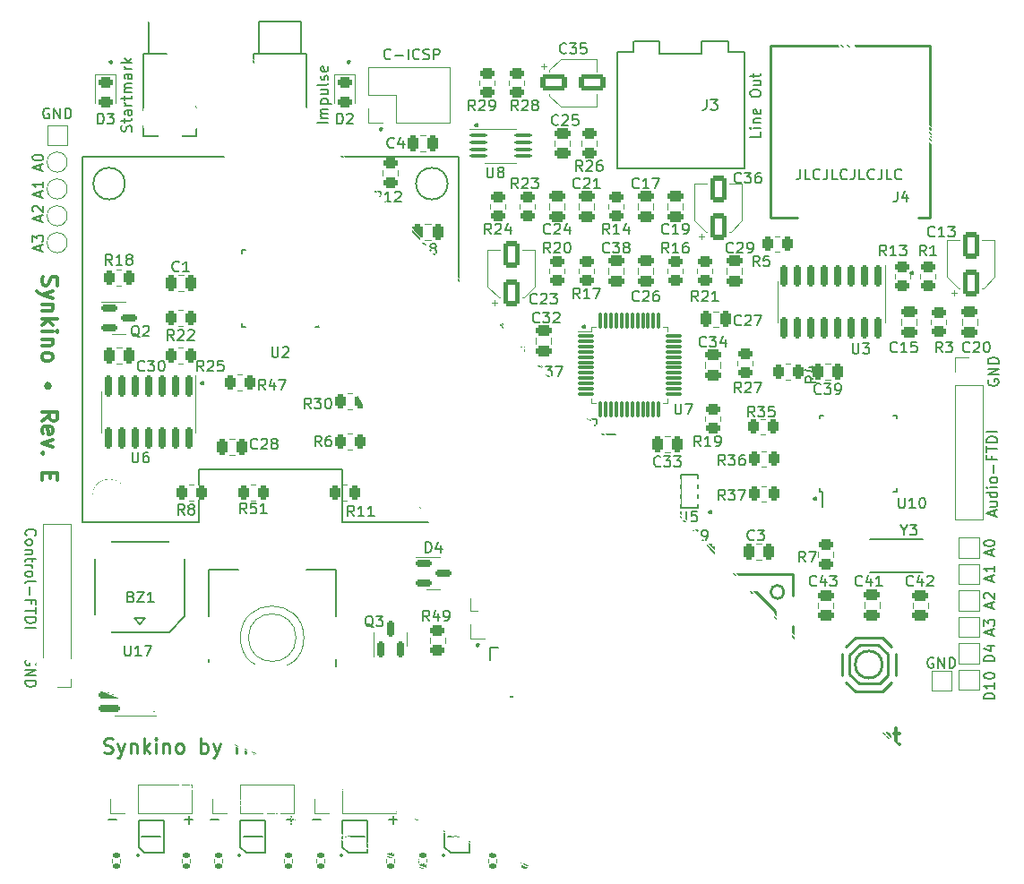
<source format=gto>
G04 #@! TF.GenerationSoftware,KiCad,Pcbnew,7.0.9-43-g6331a0ab7a*
G04 #@! TF.CreationDate,2023-11-28T23:48:02+01:00*
G04 #@! TF.ProjectId,Synkino,53796e6b-696e-46f2-9e6b-696361645f70,rev?*
G04 #@! TF.SameCoordinates,Original*
G04 #@! TF.FileFunction,Legend,Top*
G04 #@! TF.FilePolarity,Positive*
%FSLAX46Y46*%
G04 Gerber Fmt 4.6, Leading zero omitted, Abs format (unit mm)*
G04 Created by KiCad (PCBNEW 7.0.9-43-g6331a0ab7a) date 2023-11-28 23:48:02*
%MOMM*%
%LPD*%
G01*
G04 APERTURE LIST*
G04 Aperture macros list*
%AMRoundRect*
0 Rectangle with rounded corners*
0 $1 Rounding radius*
0 $2 $3 $4 $5 $6 $7 $8 $9 X,Y pos of 4 corners*
0 Add a 4 corners polygon primitive as box body*
4,1,4,$2,$3,$4,$5,$6,$7,$8,$9,$2,$3,0*
0 Add four circle primitives for the rounded corners*
1,1,$1+$1,$2,$3*
1,1,$1+$1,$4,$5*
1,1,$1+$1,$6,$7*
1,1,$1+$1,$8,$9*
0 Add four rect primitives between the rounded corners*
20,1,$1+$1,$2,$3,$4,$5,0*
20,1,$1+$1,$4,$5,$6,$7,0*
20,1,$1+$1,$6,$7,$8,$9,0*
20,1,$1+$1,$8,$9,$2,$3,0*%
%AMFreePoly0*
4,1,204,-0.335243,0.998029,-0.330194,0.999029,-0.280194,0.989029,-0.279134,0.988319,-0.277873,0.988507,-0.239029,0.978796,-0.190194,0.969029,-0.189134,0.968319,-0.187873,0.968507,-0.107873,0.948507,-0.103307,0.945123,-0.097639,0.944721,-0.062547,0.927175,-0.027873,0.918507,-0.023307,0.915123,-0.017639,0.914721,0.062360,0.874722,0.065442,0.871167,0.070000,0.870000,0.106393,0.842704,
0.142360,0.824722,0.147752,0.818504,0.155355,0.815355,0.182843,0.787867,0.220000,0.760000,0.221903,0.756784,0.225355,0.755355,0.345355,0.635356,0.346784,0.631903,0.350000,0.630000,0.377869,0.592840,0.405355,0.565356,0.408504,0.557752,0.414721,0.552361,0.474721,0.432361,0.475123,0.426692,0.478507,0.422127,0.489039,0.380000,2.150000,0.380000,2.185355,0.365355,
2.200000,0.330000,2.200000,-0.330000,2.185355,-0.365355,2.150000,-0.380000,0.489039,-0.380000,0.478507,-0.422127,0.475123,-0.426692,0.474721,-0.432361,0.414721,-0.552361,0.408504,-0.557752,0.405355,-0.565356,0.377869,-0.592840,0.350000,-0.630000,0.346784,-0.631903,0.345355,-0.635356,0.287869,-0.692840,0.260000,-0.730000,0.252551,-0.734410,0.247735,-0.741602,0.218884,-0.760836,
0.182843,-0.787867,0.155355,-0.815355,0.147752,-0.818504,0.142360,-0.824722,0.106393,-0.842704,0.070000,-0.870000,0.065442,-0.871167,0.062360,-0.874722,-0.017639,-0.914721,-0.023307,-0.915123,-0.027873,-0.918507,-0.062547,-0.927175,-0.097639,-0.944721,-0.103307,-0.945123,-0.107873,-0.948507,-0.187873,-0.968507,-0.189134,-0.968319,-0.190194,-0.969029,-0.239029,-0.978796,-0.277873,-0.988507,
-0.279134,-0.988319,-0.280194,-0.989029,-0.330194,-0.999029,-0.335243,-0.998029,-0.340000,-1.000000,-2.370000,-1.000000,-2.375856,-0.997573,-2.382127,-0.998507,-2.420971,-0.988796,-2.469806,-0.979029,-2.470865,-0.978319,-2.472127,-0.978507,-2.550971,-0.958796,-2.599806,-0.949029,-2.605511,-0.945207,-2.612361,-0.944721,-2.647451,-0.927176,-2.682127,-0.918507,-2.686692,-0.915123,-2.692361,-0.914721,
-2.772361,-0.874721,-2.775442,-0.871167,-2.780000,-0.870000,-2.818884,-0.840837,-2.847735,-0.821603,-2.848561,-0.820368,-2.850000,-0.820000,-2.890000,-0.790000,-2.891903,-0.786784,-2.895356,-0.785355,-2.919617,-0.761092,-2.952361,-0.744721,-2.959985,-0.735929,-2.970000,-0.730000,-2.997867,-0.692843,-3.055355,-0.635355,-3.056784,-0.631903,-3.060000,-0.630000,-3.090000,-0.590000,-3.090368,-0.588560,
-3.091602,-0.587735,-3.111603,-0.557735,-3.112240,-0.554512,-3.114722,-0.552360,-3.132704,-0.516393,-3.160000,-0.480000,-3.161167,-0.475442,-3.164722,-0.472360,-3.204721,-0.392361,-3.205123,-0.386692,-3.208507,-0.382127,-3.217175,-0.347452,-3.234721,-0.312361,-3.235207,-0.305511,-3.239029,-0.299806,-3.248796,-0.250971,-3.268507,-0.172127,-3.267573,-0.165856,-3.270000,-0.160000,-3.270000,-0.116155,
-3.278507,-0.082127,-3.277573,-0.075856,-3.280000,-0.070000,-3.280000,0.070000,-3.277573,0.075856,-3.278507,0.082127,-3.270000,0.116155,-3.270000,0.150000,-3.268029,0.154756,-3.269029,0.159806,-3.259029,0.209806,-3.258319,0.210865,-3.258507,0.212127,-3.238507,0.292127,-3.236380,0.294997,-3.236424,0.298570,-3.217683,0.345421,-3.208507,0.382127,-3.205123,0.386692,-3.204721,0.392361,
-3.164722,0.472360,-3.161167,0.475442,-3.160000,0.480000,-3.132704,0.516393,-3.114722,0.552360,-3.112240,0.554512,-3.111603,0.557735,-3.091602,0.587735,-3.090368,0.588560,-3.090000,0.590000,-3.060000,0.630000,-3.056784,0.631903,-3.055355,0.635355,-2.965356,0.725355,-2.961903,0.726784,-2.960000,0.730000,-2.922840,0.757869,-2.895356,0.785355,-2.891903,0.786784,-2.890000,0.790000,
-2.850000,0.820000,-2.848561,0.820368,-2.847735,0.821603,-2.818884,0.840837,-2.780000,0.870000,-2.775442,0.871167,-2.772361,0.874721,-2.692361,0.914721,-2.686692,0.915123,-2.682127,0.918507,-2.647451,0.927176,-2.612361,0.944721,-2.605511,0.945207,-2.599806,0.949029,-2.550971,0.958796,-2.472127,0.978507,-2.470865,0.978319,-2.469806,0.979029,-2.420971,0.988796,-2.382127,0.998507,
-2.375856,0.997573,-2.370000,1.000000,-0.340000,1.000000,-0.335243,0.998029,-0.335243,0.998029,$1*%
G04 Aperture macros list end*
%ADD10C,0.200000*%
%ADD11C,0.250000*%
%ADD12C,0.300000*%
%ADD13C,0.150000*%
%ADD14C,0.120000*%
%ADD15C,0.100000*%
%ADD16RoundRect,0.250000X0.250000X0.475000X-0.250000X0.475000X-0.250000X-0.475000X0.250000X-0.475000X0*%
%ADD17RoundRect,0.250000X-0.250000X-0.475000X0.250000X-0.475000X0.250000X0.475000X-0.250000X0.475000X0*%
%ADD18RoundRect,0.250000X-0.475000X0.250000X-0.475000X-0.250000X0.475000X-0.250000X0.475000X0.250000X0*%
%ADD19RoundRect,0.250000X0.550000X-1.050000X0.550000X1.050000X-0.550000X1.050000X-0.550000X-1.050000X0*%
%ADD20RoundRect,0.225000X-0.250000X0.225000X-0.250000X-0.225000X0.250000X-0.225000X0.250000X0.225000X0*%
%ADD21RoundRect,0.250000X0.475000X-0.250000X0.475000X0.250000X-0.475000X0.250000X-0.475000X-0.250000X0*%
%ADD22RoundRect,0.250000X-1.050000X-0.550000X1.050000X-0.550000X1.050000X0.550000X-1.050000X0.550000X0*%
%ADD23RoundRect,0.243750X-0.456250X0.243750X-0.456250X-0.243750X0.456250X-0.243750X0.456250X0.243750X0*%
%ADD24O,3.000000X2.000000*%
%ADD25O,1.700000X3.000000*%
%ADD26R,0.700000X1.200000*%
%ADD27R,1.000000X1.200000*%
%ADD28R,1.000000X0.800000*%
%ADD29R,1.000000X2.800000*%
%ADD30R,1.300000X1.900000*%
%ADD31RoundRect,0.150000X0.150000X-0.825000X0.150000X0.825000X-0.150000X0.825000X-0.150000X-0.825000X0*%
%ADD32RoundRect,0.150000X-0.587500X-0.150000X0.587500X-0.150000X0.587500X0.150000X-0.587500X0.150000X0*%
%ADD33RoundRect,0.250000X0.450000X-0.262500X0.450000X0.262500X-0.450000X0.262500X-0.450000X-0.262500X0*%
%ADD34RoundRect,0.250000X0.262500X0.450000X-0.262500X0.450000X-0.262500X-0.450000X0.262500X-0.450000X0*%
%ADD35RoundRect,0.250000X-0.262500X-0.450000X0.262500X-0.450000X0.262500X0.450000X-0.262500X0.450000X0*%
%ADD36RoundRect,0.250000X-0.450000X0.262500X-0.450000X-0.262500X0.450000X-0.262500X0.450000X0.262500X0*%
%ADD37RoundRect,0.200000X0.275000X-0.200000X0.275000X0.200000X-0.275000X0.200000X-0.275000X-0.200000X0*%
%ADD38RoundRect,0.135000X0.185000X-0.135000X0.185000X0.135000X-0.185000X0.135000X-0.185000X-0.135000X0*%
%ADD39C,1.800000*%
%ADD40C,2.000000*%
%ADD41R,2.700000X3.700000*%
%ADD42R,1.700000X1.000000*%
%ADD43R,1.600000X0.550000*%
%ADD44R,0.550000X1.600000*%
%ADD45RoundRect,0.150000X-0.150000X0.825000X-0.150000X-0.825000X0.150000X-0.825000X0.150000X0.825000X0*%
%ADD46C,1.524000*%
%ADD47R,1.100000X0.600000*%
%ADD48RoundRect,0.075000X-0.662500X-0.075000X0.662500X-0.075000X0.662500X0.075000X-0.662500X0.075000X0*%
%ADD49RoundRect,0.075000X-0.075000X-0.662500X0.075000X-0.662500X0.075000X0.662500X-0.075000X0.662500X0*%
%ADD50RoundRect,0.100000X-0.712500X-0.100000X0.712500X-0.100000X0.712500X0.100000X-0.712500X0.100000X0*%
%ADD51R,1.200000X0.700000*%
%ADD52R,1.700000X1.700000*%
%ADD53O,1.700000X1.700000*%
%ADD54R,2.400000X2.400000*%
%ADD55R,1.500000X1.500000*%
%ADD56C,1.500000*%
%ADD57O,1.500000X2.500000*%
%ADD58O,2.500000X1.700000*%
%ADD59RoundRect,0.150000X0.150000X-0.587500X0.150000X0.587500X-0.150000X0.587500X-0.150000X-0.587500X0*%
%ADD60R,2.500000X2.500000*%
%ADD61RoundRect,0.150000X-0.825000X-0.150000X0.825000X-0.150000X0.825000X0.150000X-0.825000X0.150000X0*%
%ADD62C,2.200000*%
%ADD63R,1.580000X0.670000*%
%ADD64FreePoly0,0.000000*%
%ADD65C,3.200000*%
G04 APERTURE END LIST*
D10*
X158376838Y-70103904D02*
X158329219Y-70199142D01*
X158329219Y-70199142D02*
X158329219Y-70341999D01*
X158329219Y-70341999D02*
X158376838Y-70484856D01*
X158376838Y-70484856D02*
X158472076Y-70580094D01*
X158472076Y-70580094D02*
X158567314Y-70627713D01*
X158567314Y-70627713D02*
X158757790Y-70675332D01*
X158757790Y-70675332D02*
X158900647Y-70675332D01*
X158900647Y-70675332D02*
X159091123Y-70627713D01*
X159091123Y-70627713D02*
X159186361Y-70580094D01*
X159186361Y-70580094D02*
X159281600Y-70484856D01*
X159281600Y-70484856D02*
X159329219Y-70341999D01*
X159329219Y-70341999D02*
X159329219Y-70246761D01*
X159329219Y-70246761D02*
X159281600Y-70103904D01*
X159281600Y-70103904D02*
X159233980Y-70056285D01*
X159233980Y-70056285D02*
X158900647Y-70056285D01*
X158900647Y-70056285D02*
X158900647Y-70246761D01*
X159329219Y-69627713D02*
X158329219Y-69627713D01*
X158329219Y-69627713D02*
X159329219Y-69056285D01*
X159329219Y-69056285D02*
X158329219Y-69056285D01*
X159329219Y-68580094D02*
X158329219Y-68580094D01*
X158329219Y-68580094D02*
X158329219Y-68341999D01*
X158329219Y-68341999D02*
X158376838Y-68199142D01*
X158376838Y-68199142D02*
X158472076Y-68103904D01*
X158472076Y-68103904D02*
X158567314Y-68056285D01*
X158567314Y-68056285D02*
X158757790Y-68008666D01*
X158757790Y-68008666D02*
X158900647Y-68008666D01*
X158900647Y-68008666D02*
X159091123Y-68056285D01*
X159091123Y-68056285D02*
X159186361Y-68103904D01*
X159186361Y-68103904D02*
X159281600Y-68199142D01*
X159281600Y-68199142D02*
X159329219Y-68341999D01*
X159329219Y-68341999D02*
X159329219Y-68580094D01*
X77366600Y-46632381D02*
X77414219Y-46489524D01*
X77414219Y-46489524D02*
X77414219Y-46251429D01*
X77414219Y-46251429D02*
X77366600Y-46156191D01*
X77366600Y-46156191D02*
X77318980Y-46108572D01*
X77318980Y-46108572D02*
X77223742Y-46060953D01*
X77223742Y-46060953D02*
X77128504Y-46060953D01*
X77128504Y-46060953D02*
X77033266Y-46108572D01*
X77033266Y-46108572D02*
X76985647Y-46156191D01*
X76985647Y-46156191D02*
X76938028Y-46251429D01*
X76938028Y-46251429D02*
X76890409Y-46441905D01*
X76890409Y-46441905D02*
X76842790Y-46537143D01*
X76842790Y-46537143D02*
X76795171Y-46584762D01*
X76795171Y-46584762D02*
X76699933Y-46632381D01*
X76699933Y-46632381D02*
X76604695Y-46632381D01*
X76604695Y-46632381D02*
X76509457Y-46584762D01*
X76509457Y-46584762D02*
X76461838Y-46537143D01*
X76461838Y-46537143D02*
X76414219Y-46441905D01*
X76414219Y-46441905D02*
X76414219Y-46203810D01*
X76414219Y-46203810D02*
X76461838Y-46060953D01*
X76747552Y-45775238D02*
X76747552Y-45394286D01*
X76414219Y-45632381D02*
X77271361Y-45632381D01*
X77271361Y-45632381D02*
X77366600Y-45584762D01*
X77366600Y-45584762D02*
X77414219Y-45489524D01*
X77414219Y-45489524D02*
X77414219Y-45394286D01*
X77414219Y-44632381D02*
X76890409Y-44632381D01*
X76890409Y-44632381D02*
X76795171Y-44680000D01*
X76795171Y-44680000D02*
X76747552Y-44775238D01*
X76747552Y-44775238D02*
X76747552Y-44965714D01*
X76747552Y-44965714D02*
X76795171Y-45060952D01*
X77366600Y-44632381D02*
X77414219Y-44727619D01*
X77414219Y-44727619D02*
X77414219Y-44965714D01*
X77414219Y-44965714D02*
X77366600Y-45060952D01*
X77366600Y-45060952D02*
X77271361Y-45108571D01*
X77271361Y-45108571D02*
X77176123Y-45108571D01*
X77176123Y-45108571D02*
X77080885Y-45060952D01*
X77080885Y-45060952D02*
X77033266Y-44965714D01*
X77033266Y-44965714D02*
X77033266Y-44727619D01*
X77033266Y-44727619D02*
X76985647Y-44632381D01*
X77414219Y-44156190D02*
X76747552Y-44156190D01*
X76938028Y-44156190D02*
X76842790Y-44108571D01*
X76842790Y-44108571D02*
X76795171Y-44060952D01*
X76795171Y-44060952D02*
X76747552Y-43965714D01*
X76747552Y-43965714D02*
X76747552Y-43870476D01*
X76747552Y-43679999D02*
X76747552Y-43299047D01*
X76414219Y-43537142D02*
X77271361Y-43537142D01*
X77271361Y-43537142D02*
X77366600Y-43489523D01*
X77366600Y-43489523D02*
X77414219Y-43394285D01*
X77414219Y-43394285D02*
X77414219Y-43299047D01*
X77414219Y-42965713D02*
X76747552Y-42965713D01*
X76842790Y-42965713D02*
X76795171Y-42918094D01*
X76795171Y-42918094D02*
X76747552Y-42822856D01*
X76747552Y-42822856D02*
X76747552Y-42679999D01*
X76747552Y-42679999D02*
X76795171Y-42584761D01*
X76795171Y-42584761D02*
X76890409Y-42537142D01*
X76890409Y-42537142D02*
X77414219Y-42537142D01*
X76890409Y-42537142D02*
X76795171Y-42489523D01*
X76795171Y-42489523D02*
X76747552Y-42394285D01*
X76747552Y-42394285D02*
X76747552Y-42251428D01*
X76747552Y-42251428D02*
X76795171Y-42156189D01*
X76795171Y-42156189D02*
X76890409Y-42108570D01*
X76890409Y-42108570D02*
X77414219Y-42108570D01*
X77414219Y-41203809D02*
X76890409Y-41203809D01*
X76890409Y-41203809D02*
X76795171Y-41251428D01*
X76795171Y-41251428D02*
X76747552Y-41346666D01*
X76747552Y-41346666D02*
X76747552Y-41537142D01*
X76747552Y-41537142D02*
X76795171Y-41632380D01*
X77366600Y-41203809D02*
X77414219Y-41299047D01*
X77414219Y-41299047D02*
X77414219Y-41537142D01*
X77414219Y-41537142D02*
X77366600Y-41632380D01*
X77366600Y-41632380D02*
X77271361Y-41679999D01*
X77271361Y-41679999D02*
X77176123Y-41679999D01*
X77176123Y-41679999D02*
X77080885Y-41632380D01*
X77080885Y-41632380D02*
X77033266Y-41537142D01*
X77033266Y-41537142D02*
X77033266Y-41299047D01*
X77033266Y-41299047D02*
X76985647Y-41203809D01*
X77414219Y-40727618D02*
X76747552Y-40727618D01*
X76938028Y-40727618D02*
X76842790Y-40679999D01*
X76842790Y-40679999D02*
X76795171Y-40632380D01*
X76795171Y-40632380D02*
X76747552Y-40537142D01*
X76747552Y-40537142D02*
X76747552Y-40441904D01*
X77414219Y-40108570D02*
X76414219Y-40108570D01*
X77033266Y-40013332D02*
X77414219Y-39727618D01*
X76747552Y-39727618D02*
X77128504Y-40108570D01*
X95956219Y-45846666D02*
X94956219Y-45846666D01*
X95956219Y-45370476D02*
X95289552Y-45370476D01*
X95384790Y-45370476D02*
X95337171Y-45322857D01*
X95337171Y-45322857D02*
X95289552Y-45227619D01*
X95289552Y-45227619D02*
X95289552Y-45084762D01*
X95289552Y-45084762D02*
X95337171Y-44989524D01*
X95337171Y-44989524D02*
X95432409Y-44941905D01*
X95432409Y-44941905D02*
X95956219Y-44941905D01*
X95432409Y-44941905D02*
X95337171Y-44894286D01*
X95337171Y-44894286D02*
X95289552Y-44799048D01*
X95289552Y-44799048D02*
X95289552Y-44656191D01*
X95289552Y-44656191D02*
X95337171Y-44560952D01*
X95337171Y-44560952D02*
X95432409Y-44513333D01*
X95432409Y-44513333D02*
X95956219Y-44513333D01*
X95289552Y-44037143D02*
X96289552Y-44037143D01*
X95337171Y-44037143D02*
X95289552Y-43941905D01*
X95289552Y-43941905D02*
X95289552Y-43751429D01*
X95289552Y-43751429D02*
X95337171Y-43656191D01*
X95337171Y-43656191D02*
X95384790Y-43608572D01*
X95384790Y-43608572D02*
X95480028Y-43560953D01*
X95480028Y-43560953D02*
X95765742Y-43560953D01*
X95765742Y-43560953D02*
X95860980Y-43608572D01*
X95860980Y-43608572D02*
X95908600Y-43656191D01*
X95908600Y-43656191D02*
X95956219Y-43751429D01*
X95956219Y-43751429D02*
X95956219Y-43941905D01*
X95956219Y-43941905D02*
X95908600Y-44037143D01*
X95289552Y-42703810D02*
X95956219Y-42703810D01*
X95289552Y-43132381D02*
X95813361Y-43132381D01*
X95813361Y-43132381D02*
X95908600Y-43084762D01*
X95908600Y-43084762D02*
X95956219Y-42989524D01*
X95956219Y-42989524D02*
X95956219Y-42846667D01*
X95956219Y-42846667D02*
X95908600Y-42751429D01*
X95908600Y-42751429D02*
X95860980Y-42703810D01*
X95956219Y-42084762D02*
X95908600Y-42180000D01*
X95908600Y-42180000D02*
X95813361Y-42227619D01*
X95813361Y-42227619D02*
X94956219Y-42227619D01*
X95908600Y-41751428D02*
X95956219Y-41656190D01*
X95956219Y-41656190D02*
X95956219Y-41465714D01*
X95956219Y-41465714D02*
X95908600Y-41370476D01*
X95908600Y-41370476D02*
X95813361Y-41322857D01*
X95813361Y-41322857D02*
X95765742Y-41322857D01*
X95765742Y-41322857D02*
X95670504Y-41370476D01*
X95670504Y-41370476D02*
X95622885Y-41465714D01*
X95622885Y-41465714D02*
X95622885Y-41608571D01*
X95622885Y-41608571D02*
X95575266Y-41703809D01*
X95575266Y-41703809D02*
X95480028Y-41751428D01*
X95480028Y-41751428D02*
X95432409Y-41751428D01*
X95432409Y-41751428D02*
X95337171Y-41703809D01*
X95337171Y-41703809D02*
X95289552Y-41608571D01*
X95289552Y-41608571D02*
X95289552Y-41465714D01*
X95289552Y-41465714D02*
X95337171Y-41370476D01*
X95908600Y-40513333D02*
X95956219Y-40608571D01*
X95956219Y-40608571D02*
X95956219Y-40799047D01*
X95956219Y-40799047D02*
X95908600Y-40894285D01*
X95908600Y-40894285D02*
X95813361Y-40941904D01*
X95813361Y-40941904D02*
X95432409Y-40941904D01*
X95432409Y-40941904D02*
X95337171Y-40894285D01*
X95337171Y-40894285D02*
X95289552Y-40799047D01*
X95289552Y-40799047D02*
X95289552Y-40608571D01*
X95289552Y-40608571D02*
X95337171Y-40513333D01*
X95337171Y-40513333D02*
X95432409Y-40465714D01*
X95432409Y-40465714D02*
X95527647Y-40465714D01*
X95527647Y-40465714D02*
X95622885Y-40941904D01*
X110712572Y-88558504D02*
X111188762Y-88558504D01*
X110617334Y-88844219D02*
X110950667Y-87844219D01*
X110950667Y-87844219D02*
X111284000Y-88844219D01*
X111617334Y-88463266D02*
X112379239Y-88463266D01*
X112855429Y-88844219D02*
X112855429Y-87844219D01*
X113903047Y-88748980D02*
X113855428Y-88796600D01*
X113855428Y-88796600D02*
X113712571Y-88844219D01*
X113712571Y-88844219D02*
X113617333Y-88844219D01*
X113617333Y-88844219D02*
X113474476Y-88796600D01*
X113474476Y-88796600D02*
X113379238Y-88701361D01*
X113379238Y-88701361D02*
X113331619Y-88606123D01*
X113331619Y-88606123D02*
X113284000Y-88415647D01*
X113284000Y-88415647D02*
X113284000Y-88272790D01*
X113284000Y-88272790D02*
X113331619Y-88082314D01*
X113331619Y-88082314D02*
X113379238Y-87987076D01*
X113379238Y-87987076D02*
X113474476Y-87891838D01*
X113474476Y-87891838D02*
X113617333Y-87844219D01*
X113617333Y-87844219D02*
X113712571Y-87844219D01*
X113712571Y-87844219D02*
X113855428Y-87891838D01*
X113855428Y-87891838D02*
X113903047Y-87939457D01*
X114284000Y-88796600D02*
X114426857Y-88844219D01*
X114426857Y-88844219D02*
X114664952Y-88844219D01*
X114664952Y-88844219D02*
X114760190Y-88796600D01*
X114760190Y-88796600D02*
X114807809Y-88748980D01*
X114807809Y-88748980D02*
X114855428Y-88653742D01*
X114855428Y-88653742D02*
X114855428Y-88558504D01*
X114855428Y-88558504D02*
X114807809Y-88463266D01*
X114807809Y-88463266D02*
X114760190Y-88415647D01*
X114760190Y-88415647D02*
X114664952Y-88368028D01*
X114664952Y-88368028D02*
X114474476Y-88320409D01*
X114474476Y-88320409D02*
X114379238Y-88272790D01*
X114379238Y-88272790D02*
X114331619Y-88225171D01*
X114331619Y-88225171D02*
X114284000Y-88129933D01*
X114284000Y-88129933D02*
X114284000Y-88034695D01*
X114284000Y-88034695D02*
X114331619Y-87939457D01*
X114331619Y-87939457D02*
X114379238Y-87891838D01*
X114379238Y-87891838D02*
X114474476Y-87844219D01*
X114474476Y-87844219D02*
X114712571Y-87844219D01*
X114712571Y-87844219D02*
X114855428Y-87891838D01*
X115284000Y-88844219D02*
X115284000Y-87844219D01*
X115284000Y-87844219D02*
X115664952Y-87844219D01*
X115664952Y-87844219D02*
X115760190Y-87891838D01*
X115760190Y-87891838D02*
X115807809Y-87939457D01*
X115807809Y-87939457D02*
X115855428Y-88034695D01*
X115855428Y-88034695D02*
X115855428Y-88177552D01*
X115855428Y-88177552D02*
X115807809Y-88272790D01*
X115807809Y-88272790D02*
X115760190Y-88320409D01*
X115760190Y-88320409D02*
X115664952Y-88368028D01*
X115664952Y-88368028D02*
X115284000Y-88368028D01*
X110013762Y-95099028D02*
X110013762Y-95289504D01*
X110061381Y-95289504D02*
X110061381Y-95099028D01*
X110109000Y-95051409D02*
X110109000Y-95337123D01*
X110156619Y-95289504D02*
X110156619Y-95099028D01*
X110204238Y-95099028D02*
X110204238Y-95289504D01*
X110013762Y-95241885D02*
X110109000Y-95337123D01*
X110109000Y-95337123D02*
X110204238Y-95241885D01*
X110013762Y-95146647D02*
X110109000Y-95051409D01*
X110109000Y-95051409D02*
X110204238Y-95146647D01*
X110013762Y-95099028D02*
X110109000Y-95051409D01*
X110109000Y-95051409D02*
X110204238Y-95099028D01*
X110204238Y-95099028D02*
X110251857Y-95194266D01*
X110251857Y-95194266D02*
X110204238Y-95289504D01*
X110204238Y-95289504D02*
X110109000Y-95337123D01*
X110109000Y-95337123D02*
X110013762Y-95289504D01*
X110013762Y-95289504D02*
X109966143Y-95194266D01*
X109966143Y-95194266D02*
X110013762Y-95099028D01*
X67461019Y-84828570D02*
X67413400Y-84780951D01*
X67413400Y-84780951D02*
X67365780Y-84638094D01*
X67365780Y-84638094D02*
X67365780Y-84542856D01*
X67365780Y-84542856D02*
X67413400Y-84399999D01*
X67413400Y-84399999D02*
X67508638Y-84304761D01*
X67508638Y-84304761D02*
X67603876Y-84257142D01*
X67603876Y-84257142D02*
X67794352Y-84209523D01*
X67794352Y-84209523D02*
X67937209Y-84209523D01*
X67937209Y-84209523D02*
X68127685Y-84257142D01*
X68127685Y-84257142D02*
X68222923Y-84304761D01*
X68222923Y-84304761D02*
X68318161Y-84399999D01*
X68318161Y-84399999D02*
X68365780Y-84542856D01*
X68365780Y-84542856D02*
X68365780Y-84638094D01*
X68365780Y-84638094D02*
X68318161Y-84780951D01*
X68318161Y-84780951D02*
X68270542Y-84828570D01*
X67365780Y-85399999D02*
X67413400Y-85304761D01*
X67413400Y-85304761D02*
X67461019Y-85257142D01*
X67461019Y-85257142D02*
X67556257Y-85209523D01*
X67556257Y-85209523D02*
X67841971Y-85209523D01*
X67841971Y-85209523D02*
X67937209Y-85257142D01*
X67937209Y-85257142D02*
X67984828Y-85304761D01*
X67984828Y-85304761D02*
X68032447Y-85399999D01*
X68032447Y-85399999D02*
X68032447Y-85542856D01*
X68032447Y-85542856D02*
X67984828Y-85638094D01*
X67984828Y-85638094D02*
X67937209Y-85685713D01*
X67937209Y-85685713D02*
X67841971Y-85733332D01*
X67841971Y-85733332D02*
X67556257Y-85733332D01*
X67556257Y-85733332D02*
X67461019Y-85685713D01*
X67461019Y-85685713D02*
X67413400Y-85638094D01*
X67413400Y-85638094D02*
X67365780Y-85542856D01*
X67365780Y-85542856D02*
X67365780Y-85399999D01*
X68032447Y-86161904D02*
X67365780Y-86161904D01*
X67937209Y-86161904D02*
X67984828Y-86209523D01*
X67984828Y-86209523D02*
X68032447Y-86304761D01*
X68032447Y-86304761D02*
X68032447Y-86447618D01*
X68032447Y-86447618D02*
X67984828Y-86542856D01*
X67984828Y-86542856D02*
X67889590Y-86590475D01*
X67889590Y-86590475D02*
X67365780Y-86590475D01*
X68032447Y-86923809D02*
X68032447Y-87304761D01*
X68365780Y-87066666D02*
X67508638Y-87066666D01*
X67508638Y-87066666D02*
X67413400Y-87114285D01*
X67413400Y-87114285D02*
X67365780Y-87209523D01*
X67365780Y-87209523D02*
X67365780Y-87304761D01*
X67365780Y-87638095D02*
X68032447Y-87638095D01*
X67841971Y-87638095D02*
X67937209Y-87685714D01*
X67937209Y-87685714D02*
X67984828Y-87733333D01*
X67984828Y-87733333D02*
X68032447Y-87828571D01*
X68032447Y-87828571D02*
X68032447Y-87923809D01*
X67365780Y-88400000D02*
X67413400Y-88304762D01*
X67413400Y-88304762D02*
X67461019Y-88257143D01*
X67461019Y-88257143D02*
X67556257Y-88209524D01*
X67556257Y-88209524D02*
X67841971Y-88209524D01*
X67841971Y-88209524D02*
X67937209Y-88257143D01*
X67937209Y-88257143D02*
X67984828Y-88304762D01*
X67984828Y-88304762D02*
X68032447Y-88400000D01*
X68032447Y-88400000D02*
X68032447Y-88542857D01*
X68032447Y-88542857D02*
X67984828Y-88638095D01*
X67984828Y-88638095D02*
X67937209Y-88685714D01*
X67937209Y-88685714D02*
X67841971Y-88733333D01*
X67841971Y-88733333D02*
X67556257Y-88733333D01*
X67556257Y-88733333D02*
X67461019Y-88685714D01*
X67461019Y-88685714D02*
X67413400Y-88638095D01*
X67413400Y-88638095D02*
X67365780Y-88542857D01*
X67365780Y-88542857D02*
X67365780Y-88400000D01*
X67365780Y-89304762D02*
X67413400Y-89209524D01*
X67413400Y-89209524D02*
X67508638Y-89161905D01*
X67508638Y-89161905D02*
X68365780Y-89161905D01*
X67746733Y-89685715D02*
X67746733Y-90447620D01*
X67889590Y-91257143D02*
X67889590Y-90923810D01*
X67365780Y-90923810D02*
X68365780Y-90923810D01*
X68365780Y-90923810D02*
X68365780Y-91400000D01*
X68365780Y-91638096D02*
X68365780Y-92209524D01*
X67365780Y-91923810D02*
X68365780Y-91923810D01*
X67365780Y-92542858D02*
X68365780Y-92542858D01*
X68365780Y-92542858D02*
X68365780Y-92780953D01*
X68365780Y-92780953D02*
X68318161Y-92923810D01*
X68318161Y-92923810D02*
X68222923Y-93019048D01*
X68222923Y-93019048D02*
X68127685Y-93066667D01*
X68127685Y-93066667D02*
X67937209Y-93114286D01*
X67937209Y-93114286D02*
X67794352Y-93114286D01*
X67794352Y-93114286D02*
X67603876Y-93066667D01*
X67603876Y-93066667D02*
X67508638Y-93019048D01*
X67508638Y-93019048D02*
X67413400Y-92923810D01*
X67413400Y-92923810D02*
X67365780Y-92780953D01*
X67365780Y-92780953D02*
X67365780Y-92542858D01*
X67365780Y-93542858D02*
X68365780Y-93542858D01*
X68318161Y-97028095D02*
X68365780Y-96932857D01*
X68365780Y-96932857D02*
X68365780Y-96790000D01*
X68365780Y-96790000D02*
X68318161Y-96647143D01*
X68318161Y-96647143D02*
X68222923Y-96551905D01*
X68222923Y-96551905D02*
X68127685Y-96504286D01*
X68127685Y-96504286D02*
X67937209Y-96456667D01*
X67937209Y-96456667D02*
X67794352Y-96456667D01*
X67794352Y-96456667D02*
X67603876Y-96504286D01*
X67603876Y-96504286D02*
X67508638Y-96551905D01*
X67508638Y-96551905D02*
X67413400Y-96647143D01*
X67413400Y-96647143D02*
X67365780Y-96790000D01*
X67365780Y-96790000D02*
X67365780Y-96885238D01*
X67365780Y-96885238D02*
X67413400Y-97028095D01*
X67413400Y-97028095D02*
X67461019Y-97075714D01*
X67461019Y-97075714D02*
X67794352Y-97075714D01*
X67794352Y-97075714D02*
X67794352Y-96885238D01*
X67365780Y-97504286D02*
X68365780Y-97504286D01*
X68365780Y-97504286D02*
X67365780Y-98075714D01*
X67365780Y-98075714D02*
X68365780Y-98075714D01*
X67365780Y-98551905D02*
X68365780Y-98551905D01*
X68365780Y-98551905D02*
X68365780Y-98790000D01*
X68365780Y-98790000D02*
X68318161Y-98932857D01*
X68318161Y-98932857D02*
X68222923Y-99028095D01*
X68222923Y-99028095D02*
X68127685Y-99075714D01*
X68127685Y-99075714D02*
X67937209Y-99123333D01*
X67937209Y-99123333D02*
X67794352Y-99123333D01*
X67794352Y-99123333D02*
X67603876Y-99075714D01*
X67603876Y-99075714D02*
X67508638Y-99028095D01*
X67508638Y-99028095D02*
X67413400Y-98932857D01*
X67413400Y-98932857D02*
X67365780Y-98790000D01*
X67365780Y-98790000D02*
X67365780Y-98551905D01*
D11*
X74821997Y-105343000D02*
X75021997Y-105409666D01*
X75021997Y-105409666D02*
X75355331Y-105409666D01*
X75355331Y-105409666D02*
X75488664Y-105343000D01*
X75488664Y-105343000D02*
X75555331Y-105276333D01*
X75555331Y-105276333D02*
X75621997Y-105143000D01*
X75621997Y-105143000D02*
X75621997Y-105009666D01*
X75621997Y-105009666D02*
X75555331Y-104876333D01*
X75555331Y-104876333D02*
X75488664Y-104809666D01*
X75488664Y-104809666D02*
X75355331Y-104743000D01*
X75355331Y-104743000D02*
X75088664Y-104676333D01*
X75088664Y-104676333D02*
X74955331Y-104609666D01*
X74955331Y-104609666D02*
X74888664Y-104543000D01*
X74888664Y-104543000D02*
X74821997Y-104409666D01*
X74821997Y-104409666D02*
X74821997Y-104276333D01*
X74821997Y-104276333D02*
X74888664Y-104143000D01*
X74888664Y-104143000D02*
X74955331Y-104076333D01*
X74955331Y-104076333D02*
X75088664Y-104009666D01*
X75088664Y-104009666D02*
X75421997Y-104009666D01*
X75421997Y-104009666D02*
X75621997Y-104076333D01*
X76088664Y-104476333D02*
X76421997Y-105409666D01*
X76755330Y-104476333D02*
X76421997Y-105409666D01*
X76421997Y-105409666D02*
X76288664Y-105743000D01*
X76288664Y-105743000D02*
X76221997Y-105809666D01*
X76221997Y-105809666D02*
X76088664Y-105876333D01*
X77288664Y-104476333D02*
X77288664Y-105409666D01*
X77288664Y-104609666D02*
X77355331Y-104543000D01*
X77355331Y-104543000D02*
X77488664Y-104476333D01*
X77488664Y-104476333D02*
X77688664Y-104476333D01*
X77688664Y-104476333D02*
X77821997Y-104543000D01*
X77821997Y-104543000D02*
X77888664Y-104676333D01*
X77888664Y-104676333D02*
X77888664Y-105409666D01*
X78555331Y-105409666D02*
X78555331Y-104009666D01*
X78688664Y-104876333D02*
X79088664Y-105409666D01*
X79088664Y-104476333D02*
X78555331Y-105009666D01*
X79688664Y-105409666D02*
X79688664Y-104476333D01*
X79688664Y-104009666D02*
X79621997Y-104076333D01*
X79621997Y-104076333D02*
X79688664Y-104143000D01*
X79688664Y-104143000D02*
X79755331Y-104076333D01*
X79755331Y-104076333D02*
X79688664Y-104009666D01*
X79688664Y-104009666D02*
X79688664Y-104143000D01*
X80355331Y-104476333D02*
X80355331Y-105409666D01*
X80355331Y-104609666D02*
X80421998Y-104543000D01*
X80421998Y-104543000D02*
X80555331Y-104476333D01*
X80555331Y-104476333D02*
X80755331Y-104476333D01*
X80755331Y-104476333D02*
X80888664Y-104543000D01*
X80888664Y-104543000D02*
X80955331Y-104676333D01*
X80955331Y-104676333D02*
X80955331Y-105409666D01*
X81821998Y-105409666D02*
X81688665Y-105343000D01*
X81688665Y-105343000D02*
X81621998Y-105276333D01*
X81621998Y-105276333D02*
X81555331Y-105143000D01*
X81555331Y-105143000D02*
X81555331Y-104743000D01*
X81555331Y-104743000D02*
X81621998Y-104609666D01*
X81621998Y-104609666D02*
X81688665Y-104543000D01*
X81688665Y-104543000D02*
X81821998Y-104476333D01*
X81821998Y-104476333D02*
X82021998Y-104476333D01*
X82021998Y-104476333D02*
X82155331Y-104543000D01*
X82155331Y-104543000D02*
X82221998Y-104609666D01*
X82221998Y-104609666D02*
X82288665Y-104743000D01*
X82288665Y-104743000D02*
X82288665Y-105143000D01*
X82288665Y-105143000D02*
X82221998Y-105276333D01*
X82221998Y-105276333D02*
X82155331Y-105343000D01*
X82155331Y-105343000D02*
X82021998Y-105409666D01*
X82021998Y-105409666D02*
X81821998Y-105409666D01*
X83955332Y-105409666D02*
X83955332Y-104009666D01*
X83955332Y-104543000D02*
X84088665Y-104476333D01*
X84088665Y-104476333D02*
X84355332Y-104476333D01*
X84355332Y-104476333D02*
X84488665Y-104543000D01*
X84488665Y-104543000D02*
X84555332Y-104609666D01*
X84555332Y-104609666D02*
X84621999Y-104743000D01*
X84621999Y-104743000D02*
X84621999Y-105143000D01*
X84621999Y-105143000D02*
X84555332Y-105276333D01*
X84555332Y-105276333D02*
X84488665Y-105343000D01*
X84488665Y-105343000D02*
X84355332Y-105409666D01*
X84355332Y-105409666D02*
X84088665Y-105409666D01*
X84088665Y-105409666D02*
X83955332Y-105343000D01*
X85088666Y-104476333D02*
X85421999Y-105409666D01*
X85755332Y-104476333D02*
X85421999Y-105409666D01*
X85421999Y-105409666D02*
X85288666Y-105743000D01*
X85288666Y-105743000D02*
X85221999Y-105809666D01*
X85221999Y-105809666D02*
X85088666Y-105876333D01*
X87155333Y-104476333D02*
X87688666Y-104476333D01*
X87355333Y-105409666D02*
X87355333Y-104209666D01*
X87355333Y-104209666D02*
X87422000Y-104076333D01*
X87422000Y-104076333D02*
X87555333Y-104009666D01*
X87555333Y-104009666D02*
X87688666Y-104009666D01*
X88155333Y-105409666D02*
X88155333Y-104476333D01*
X88155333Y-104009666D02*
X88088666Y-104076333D01*
X88088666Y-104076333D02*
X88155333Y-104143000D01*
X88155333Y-104143000D02*
X88222000Y-104076333D01*
X88222000Y-104076333D02*
X88155333Y-104009666D01*
X88155333Y-104009666D02*
X88155333Y-104143000D01*
X89022000Y-105409666D02*
X88888667Y-105343000D01*
X88888667Y-105343000D02*
X88822000Y-105209666D01*
X88822000Y-105209666D02*
X88822000Y-104009666D01*
X89555333Y-105409666D02*
X89555333Y-104476333D01*
X89555333Y-104609666D02*
X89622000Y-104543000D01*
X89622000Y-104543000D02*
X89755333Y-104476333D01*
X89755333Y-104476333D02*
X89955333Y-104476333D01*
X89955333Y-104476333D02*
X90088666Y-104543000D01*
X90088666Y-104543000D02*
X90155333Y-104676333D01*
X90155333Y-104676333D02*
X90155333Y-105409666D01*
X90155333Y-104676333D02*
X90222000Y-104543000D01*
X90222000Y-104543000D02*
X90355333Y-104476333D01*
X90355333Y-104476333D02*
X90555333Y-104476333D01*
X90555333Y-104476333D02*
X90688666Y-104543000D01*
X90688666Y-104543000D02*
X90755333Y-104676333D01*
X90755333Y-104676333D02*
X90755333Y-105409666D01*
X91422000Y-105409666D02*
X91422000Y-104009666D01*
X91555333Y-104876333D02*
X91955333Y-105409666D01*
X91955333Y-104476333D02*
X91422000Y-105009666D01*
X92755333Y-105409666D02*
X92622000Y-105343000D01*
X92622000Y-105343000D02*
X92555333Y-105276333D01*
X92555333Y-105276333D02*
X92488666Y-105143000D01*
X92488666Y-105143000D02*
X92488666Y-104743000D01*
X92488666Y-104743000D02*
X92555333Y-104609666D01*
X92555333Y-104609666D02*
X92622000Y-104543000D01*
X92622000Y-104543000D02*
X92755333Y-104476333D01*
X92755333Y-104476333D02*
X92955333Y-104476333D01*
X92955333Y-104476333D02*
X93088666Y-104543000D01*
X93088666Y-104543000D02*
X93155333Y-104609666D01*
X93155333Y-104609666D02*
X93222000Y-104743000D01*
X93222000Y-104743000D02*
X93222000Y-105143000D01*
X93222000Y-105143000D02*
X93155333Y-105276333D01*
X93155333Y-105276333D02*
X93088666Y-105343000D01*
X93088666Y-105343000D02*
X92955333Y-105409666D01*
X92955333Y-105409666D02*
X92755333Y-105409666D01*
X93822000Y-105409666D02*
X93822000Y-104476333D01*
X93822000Y-104743000D02*
X93888667Y-104609666D01*
X93888667Y-104609666D02*
X93955333Y-104543000D01*
X93955333Y-104543000D02*
X94088667Y-104476333D01*
X94088667Y-104476333D02*
X94222000Y-104476333D01*
X94688667Y-104476333D02*
X94688667Y-105409666D01*
X94688667Y-104609666D02*
X94755334Y-104543000D01*
X94755334Y-104543000D02*
X94888667Y-104476333D01*
X94888667Y-104476333D02*
X95088667Y-104476333D01*
X95088667Y-104476333D02*
X95222000Y-104543000D01*
X95222000Y-104543000D02*
X95288667Y-104676333D01*
X95288667Y-104676333D02*
X95288667Y-105409666D01*
X95955334Y-105276333D02*
X96022001Y-105343000D01*
X96022001Y-105343000D02*
X95955334Y-105409666D01*
X95955334Y-105409666D02*
X95888667Y-105343000D01*
X95888667Y-105343000D02*
X95955334Y-105276333D01*
X95955334Y-105276333D02*
X95955334Y-105409666D01*
X96822001Y-105409666D02*
X96688668Y-105343000D01*
X96688668Y-105343000D02*
X96622001Y-105276333D01*
X96622001Y-105276333D02*
X96555334Y-105143000D01*
X96555334Y-105143000D02*
X96555334Y-104743000D01*
X96555334Y-104743000D02*
X96622001Y-104609666D01*
X96622001Y-104609666D02*
X96688668Y-104543000D01*
X96688668Y-104543000D02*
X96822001Y-104476333D01*
X96822001Y-104476333D02*
X97022001Y-104476333D01*
X97022001Y-104476333D02*
X97155334Y-104543000D01*
X97155334Y-104543000D02*
X97222001Y-104609666D01*
X97222001Y-104609666D02*
X97288668Y-104743000D01*
X97288668Y-104743000D02*
X97288668Y-105143000D01*
X97288668Y-105143000D02*
X97222001Y-105276333D01*
X97222001Y-105276333D02*
X97155334Y-105343000D01*
X97155334Y-105343000D02*
X97022001Y-105409666D01*
X97022001Y-105409666D02*
X96822001Y-105409666D01*
X97888668Y-105409666D02*
X97888668Y-104476333D01*
X97888668Y-104743000D02*
X97955335Y-104609666D01*
X97955335Y-104609666D02*
X98022001Y-104543000D01*
X98022001Y-104543000D02*
X98155335Y-104476333D01*
X98155335Y-104476333D02*
X98288668Y-104476333D01*
X99355335Y-104476333D02*
X99355335Y-105609666D01*
X99355335Y-105609666D02*
X99288668Y-105743000D01*
X99288668Y-105743000D02*
X99222002Y-105809666D01*
X99222002Y-105809666D02*
X99088668Y-105876333D01*
X99088668Y-105876333D02*
X98888668Y-105876333D01*
X98888668Y-105876333D02*
X98755335Y-105809666D01*
X99355335Y-105343000D02*
X99222002Y-105409666D01*
X99222002Y-105409666D02*
X98955335Y-105409666D01*
X98955335Y-105409666D02*
X98822002Y-105343000D01*
X98822002Y-105343000D02*
X98755335Y-105276333D01*
X98755335Y-105276333D02*
X98688668Y-105143000D01*
X98688668Y-105143000D02*
X98688668Y-104743000D01*
X98688668Y-104743000D02*
X98755335Y-104609666D01*
X98755335Y-104609666D02*
X98822002Y-104543000D01*
X98822002Y-104543000D02*
X98955335Y-104476333D01*
X98955335Y-104476333D02*
X99222002Y-104476333D01*
X99222002Y-104476333D02*
X99355335Y-104543000D01*
D10*
X136850219Y-46648381D02*
X136850219Y-47124571D01*
X136850219Y-47124571D02*
X135850219Y-47124571D01*
X136850219Y-46315047D02*
X136183552Y-46315047D01*
X135850219Y-46315047D02*
X135897838Y-46362666D01*
X135897838Y-46362666D02*
X135945457Y-46315047D01*
X135945457Y-46315047D02*
X135897838Y-46267428D01*
X135897838Y-46267428D02*
X135850219Y-46315047D01*
X135850219Y-46315047D02*
X135945457Y-46315047D01*
X136183552Y-45838857D02*
X136850219Y-45838857D01*
X136278790Y-45838857D02*
X136231171Y-45791238D01*
X136231171Y-45791238D02*
X136183552Y-45696000D01*
X136183552Y-45696000D02*
X136183552Y-45553143D01*
X136183552Y-45553143D02*
X136231171Y-45457905D01*
X136231171Y-45457905D02*
X136326409Y-45410286D01*
X136326409Y-45410286D02*
X136850219Y-45410286D01*
X136802600Y-44553143D02*
X136850219Y-44648381D01*
X136850219Y-44648381D02*
X136850219Y-44838857D01*
X136850219Y-44838857D02*
X136802600Y-44934095D01*
X136802600Y-44934095D02*
X136707361Y-44981714D01*
X136707361Y-44981714D02*
X136326409Y-44981714D01*
X136326409Y-44981714D02*
X136231171Y-44934095D01*
X136231171Y-44934095D02*
X136183552Y-44838857D01*
X136183552Y-44838857D02*
X136183552Y-44648381D01*
X136183552Y-44648381D02*
X136231171Y-44553143D01*
X136231171Y-44553143D02*
X136326409Y-44505524D01*
X136326409Y-44505524D02*
X136421647Y-44505524D01*
X136421647Y-44505524D02*
X136516885Y-44981714D01*
X135850219Y-43124571D02*
X135850219Y-42934095D01*
X135850219Y-42934095D02*
X135897838Y-42838857D01*
X135897838Y-42838857D02*
X135993076Y-42743619D01*
X135993076Y-42743619D02*
X136183552Y-42696000D01*
X136183552Y-42696000D02*
X136516885Y-42696000D01*
X136516885Y-42696000D02*
X136707361Y-42743619D01*
X136707361Y-42743619D02*
X136802600Y-42838857D01*
X136802600Y-42838857D02*
X136850219Y-42934095D01*
X136850219Y-42934095D02*
X136850219Y-43124571D01*
X136850219Y-43124571D02*
X136802600Y-43219809D01*
X136802600Y-43219809D02*
X136707361Y-43315047D01*
X136707361Y-43315047D02*
X136516885Y-43362666D01*
X136516885Y-43362666D02*
X136183552Y-43362666D01*
X136183552Y-43362666D02*
X135993076Y-43315047D01*
X135993076Y-43315047D02*
X135897838Y-43219809D01*
X135897838Y-43219809D02*
X135850219Y-43124571D01*
X136183552Y-41838857D02*
X136850219Y-41838857D01*
X136183552Y-42267428D02*
X136707361Y-42267428D01*
X136707361Y-42267428D02*
X136802600Y-42219809D01*
X136802600Y-42219809D02*
X136850219Y-42124571D01*
X136850219Y-42124571D02*
X136850219Y-41981714D01*
X136850219Y-41981714D02*
X136802600Y-41886476D01*
X136802600Y-41886476D02*
X136754980Y-41838857D01*
X136183552Y-41505523D02*
X136183552Y-41124571D01*
X135850219Y-41362666D02*
X136707361Y-41362666D01*
X136707361Y-41362666D02*
X136802600Y-41315047D01*
X136802600Y-41315047D02*
X136850219Y-41219809D01*
X136850219Y-41219809D02*
X136850219Y-41124571D01*
X101862190Y-39726980D02*
X101814571Y-39774600D01*
X101814571Y-39774600D02*
X101671714Y-39822219D01*
X101671714Y-39822219D02*
X101576476Y-39822219D01*
X101576476Y-39822219D02*
X101433619Y-39774600D01*
X101433619Y-39774600D02*
X101338381Y-39679361D01*
X101338381Y-39679361D02*
X101290762Y-39584123D01*
X101290762Y-39584123D02*
X101243143Y-39393647D01*
X101243143Y-39393647D02*
X101243143Y-39250790D01*
X101243143Y-39250790D02*
X101290762Y-39060314D01*
X101290762Y-39060314D02*
X101338381Y-38965076D01*
X101338381Y-38965076D02*
X101433619Y-38869838D01*
X101433619Y-38869838D02*
X101576476Y-38822219D01*
X101576476Y-38822219D02*
X101671714Y-38822219D01*
X101671714Y-38822219D02*
X101814571Y-38869838D01*
X101814571Y-38869838D02*
X101862190Y-38917457D01*
X102290762Y-39441266D02*
X103052667Y-39441266D01*
X103528857Y-39822219D02*
X103528857Y-38822219D01*
X104576475Y-39726980D02*
X104528856Y-39774600D01*
X104528856Y-39774600D02*
X104385999Y-39822219D01*
X104385999Y-39822219D02*
X104290761Y-39822219D01*
X104290761Y-39822219D02*
X104147904Y-39774600D01*
X104147904Y-39774600D02*
X104052666Y-39679361D01*
X104052666Y-39679361D02*
X104005047Y-39584123D01*
X104005047Y-39584123D02*
X103957428Y-39393647D01*
X103957428Y-39393647D02*
X103957428Y-39250790D01*
X103957428Y-39250790D02*
X104005047Y-39060314D01*
X104005047Y-39060314D02*
X104052666Y-38965076D01*
X104052666Y-38965076D02*
X104147904Y-38869838D01*
X104147904Y-38869838D02*
X104290761Y-38822219D01*
X104290761Y-38822219D02*
X104385999Y-38822219D01*
X104385999Y-38822219D02*
X104528856Y-38869838D01*
X104528856Y-38869838D02*
X104576475Y-38917457D01*
X104957428Y-39774600D02*
X105100285Y-39822219D01*
X105100285Y-39822219D02*
X105338380Y-39822219D01*
X105338380Y-39822219D02*
X105433618Y-39774600D01*
X105433618Y-39774600D02*
X105481237Y-39726980D01*
X105481237Y-39726980D02*
X105528856Y-39631742D01*
X105528856Y-39631742D02*
X105528856Y-39536504D01*
X105528856Y-39536504D02*
X105481237Y-39441266D01*
X105481237Y-39441266D02*
X105433618Y-39393647D01*
X105433618Y-39393647D02*
X105338380Y-39346028D01*
X105338380Y-39346028D02*
X105147904Y-39298409D01*
X105147904Y-39298409D02*
X105052666Y-39250790D01*
X105052666Y-39250790D02*
X105005047Y-39203171D01*
X105005047Y-39203171D02*
X104957428Y-39107933D01*
X104957428Y-39107933D02*
X104957428Y-39012695D01*
X104957428Y-39012695D02*
X105005047Y-38917457D01*
X105005047Y-38917457D02*
X105052666Y-38869838D01*
X105052666Y-38869838D02*
X105147904Y-38822219D01*
X105147904Y-38822219D02*
X105385999Y-38822219D01*
X105385999Y-38822219D02*
X105528856Y-38869838D01*
X105957428Y-39822219D02*
X105957428Y-38822219D01*
X105957428Y-38822219D02*
X106338380Y-38822219D01*
X106338380Y-38822219D02*
X106433618Y-38869838D01*
X106433618Y-38869838D02*
X106481237Y-38917457D01*
X106481237Y-38917457D02*
X106528856Y-39012695D01*
X106528856Y-39012695D02*
X106528856Y-39155552D01*
X106528856Y-39155552D02*
X106481237Y-39250790D01*
X106481237Y-39250790D02*
X106433618Y-39298409D01*
X106433618Y-39298409D02*
X106338380Y-39346028D01*
X106338380Y-39346028D02*
X105957428Y-39346028D01*
D12*
X68989100Y-60334143D02*
X68917671Y-60548429D01*
X68917671Y-60548429D02*
X68917671Y-60905571D01*
X68917671Y-60905571D02*
X68989100Y-61048429D01*
X68989100Y-61048429D02*
X69060528Y-61119857D01*
X69060528Y-61119857D02*
X69203385Y-61191286D01*
X69203385Y-61191286D02*
X69346242Y-61191286D01*
X69346242Y-61191286D02*
X69489100Y-61119857D01*
X69489100Y-61119857D02*
X69560528Y-61048429D01*
X69560528Y-61048429D02*
X69631957Y-60905571D01*
X69631957Y-60905571D02*
X69703385Y-60619857D01*
X69703385Y-60619857D02*
X69774814Y-60477000D01*
X69774814Y-60477000D02*
X69846242Y-60405571D01*
X69846242Y-60405571D02*
X69989100Y-60334143D01*
X69989100Y-60334143D02*
X70131957Y-60334143D01*
X70131957Y-60334143D02*
X70274814Y-60405571D01*
X70274814Y-60405571D02*
X70346242Y-60477000D01*
X70346242Y-60477000D02*
X70417671Y-60619857D01*
X70417671Y-60619857D02*
X70417671Y-60977000D01*
X70417671Y-60977000D02*
X70346242Y-61191286D01*
X69917671Y-61691285D02*
X68917671Y-62048428D01*
X69917671Y-62405571D02*
X68917671Y-62048428D01*
X68917671Y-62048428D02*
X68560528Y-61905571D01*
X68560528Y-61905571D02*
X68489100Y-61834142D01*
X68489100Y-61834142D02*
X68417671Y-61691285D01*
X69917671Y-62976999D02*
X68917671Y-62976999D01*
X69774814Y-62976999D02*
X69846242Y-63048428D01*
X69846242Y-63048428D02*
X69917671Y-63191285D01*
X69917671Y-63191285D02*
X69917671Y-63405571D01*
X69917671Y-63405571D02*
X69846242Y-63548428D01*
X69846242Y-63548428D02*
X69703385Y-63619857D01*
X69703385Y-63619857D02*
X68917671Y-63619857D01*
X68917671Y-64334142D02*
X70417671Y-64334142D01*
X69489100Y-64477000D02*
X68917671Y-64905571D01*
X69917671Y-64905571D02*
X69346242Y-64334142D01*
X68917671Y-65548428D02*
X69917671Y-65548428D01*
X70417671Y-65548428D02*
X70346242Y-65477000D01*
X70346242Y-65477000D02*
X70274814Y-65548428D01*
X70274814Y-65548428D02*
X70346242Y-65619857D01*
X70346242Y-65619857D02*
X70417671Y-65548428D01*
X70417671Y-65548428D02*
X70274814Y-65548428D01*
X69917671Y-66262714D02*
X68917671Y-66262714D01*
X69774814Y-66262714D02*
X69846242Y-66334143D01*
X69846242Y-66334143D02*
X69917671Y-66477000D01*
X69917671Y-66477000D02*
X69917671Y-66691286D01*
X69917671Y-66691286D02*
X69846242Y-66834143D01*
X69846242Y-66834143D02*
X69703385Y-66905572D01*
X69703385Y-66905572D02*
X68917671Y-66905572D01*
X68917671Y-67834143D02*
X68989100Y-67691286D01*
X68989100Y-67691286D02*
X69060528Y-67619857D01*
X69060528Y-67619857D02*
X69203385Y-67548429D01*
X69203385Y-67548429D02*
X69631957Y-67548429D01*
X69631957Y-67548429D02*
X69774814Y-67619857D01*
X69774814Y-67619857D02*
X69846242Y-67691286D01*
X69846242Y-67691286D02*
X69917671Y-67834143D01*
X69917671Y-67834143D02*
X69917671Y-68048429D01*
X69917671Y-68048429D02*
X69846242Y-68191286D01*
X69846242Y-68191286D02*
X69774814Y-68262715D01*
X69774814Y-68262715D02*
X69631957Y-68334143D01*
X69631957Y-68334143D02*
X69203385Y-68334143D01*
X69203385Y-68334143D02*
X69060528Y-68262715D01*
X69060528Y-68262715D02*
X68989100Y-68191286D01*
X68989100Y-68191286D02*
X68917671Y-68048429D01*
X68917671Y-68048429D02*
X68917671Y-67834143D01*
X69631957Y-70548429D02*
X69346242Y-70548429D01*
X69346242Y-70619857D02*
X69631957Y-70619857D01*
X69703385Y-70691286D02*
X69274814Y-70691286D01*
X69346242Y-70762715D02*
X69631957Y-70762715D01*
X69631957Y-70834143D02*
X69346242Y-70834143D01*
X69417671Y-70548429D02*
X69274814Y-70691286D01*
X69274814Y-70691286D02*
X69417671Y-70834143D01*
X69560528Y-70548429D02*
X69703385Y-70691286D01*
X69703385Y-70691286D02*
X69560528Y-70834143D01*
X69631957Y-70548429D02*
X69703385Y-70691286D01*
X69703385Y-70691286D02*
X69631957Y-70834143D01*
X69631957Y-70834143D02*
X69489100Y-70905572D01*
X69489100Y-70905572D02*
X69346242Y-70834143D01*
X69346242Y-70834143D02*
X69274814Y-70691286D01*
X69274814Y-70691286D02*
X69346242Y-70548429D01*
X69346242Y-70548429D02*
X69489100Y-70477000D01*
X69489100Y-70477000D02*
X69631957Y-70548429D01*
X68917671Y-73977000D02*
X69631957Y-73477000D01*
X68917671Y-73119857D02*
X70417671Y-73119857D01*
X70417671Y-73119857D02*
X70417671Y-73691286D01*
X70417671Y-73691286D02*
X70346242Y-73834143D01*
X70346242Y-73834143D02*
X70274814Y-73905572D01*
X70274814Y-73905572D02*
X70131957Y-73977000D01*
X70131957Y-73977000D02*
X69917671Y-73977000D01*
X69917671Y-73977000D02*
X69774814Y-73905572D01*
X69774814Y-73905572D02*
X69703385Y-73834143D01*
X69703385Y-73834143D02*
X69631957Y-73691286D01*
X69631957Y-73691286D02*
X69631957Y-73119857D01*
X68989100Y-75191286D02*
X68917671Y-75048429D01*
X68917671Y-75048429D02*
X68917671Y-74762715D01*
X68917671Y-74762715D02*
X68989100Y-74619857D01*
X68989100Y-74619857D02*
X69131957Y-74548429D01*
X69131957Y-74548429D02*
X69703385Y-74548429D01*
X69703385Y-74548429D02*
X69846242Y-74619857D01*
X69846242Y-74619857D02*
X69917671Y-74762715D01*
X69917671Y-74762715D02*
X69917671Y-75048429D01*
X69917671Y-75048429D02*
X69846242Y-75191286D01*
X69846242Y-75191286D02*
X69703385Y-75262715D01*
X69703385Y-75262715D02*
X69560528Y-75262715D01*
X69560528Y-75262715D02*
X69417671Y-74548429D01*
X69917671Y-75762714D02*
X68917671Y-76119857D01*
X68917671Y-76119857D02*
X69917671Y-76477000D01*
X69060528Y-77048428D02*
X68989100Y-77119857D01*
X68989100Y-77119857D02*
X68917671Y-77048428D01*
X68917671Y-77048428D02*
X68989100Y-76977000D01*
X68989100Y-76977000D02*
X69060528Y-77048428D01*
X69060528Y-77048428D02*
X68917671Y-77048428D01*
X69703385Y-78905571D02*
X69703385Y-79405571D01*
X68917671Y-79619857D02*
X68917671Y-78905571D01*
X68917671Y-78905571D02*
X70417671Y-78905571D01*
X70417671Y-78905571D02*
X70417671Y-79619857D01*
X101560571Y-101706900D02*
X102703429Y-101706900D01*
X104560571Y-101706900D02*
X105703429Y-101706900D01*
X105132000Y-102278328D02*
X105132000Y-101135471D01*
X101132001Y-98492328D02*
X100846286Y-98492328D01*
X100846286Y-98492328D02*
X100703429Y-98563757D01*
X100703429Y-98563757D02*
X100632001Y-98635185D01*
X100632001Y-98635185D02*
X100489143Y-98849471D01*
X100489143Y-98849471D02*
X100417715Y-99135185D01*
X100417715Y-99135185D02*
X100417715Y-99706614D01*
X100417715Y-99706614D02*
X100489143Y-99849471D01*
X100489143Y-99849471D02*
X100560572Y-99920900D01*
X100560572Y-99920900D02*
X100703429Y-99992328D01*
X100703429Y-99992328D02*
X100989143Y-99992328D01*
X100989143Y-99992328D02*
X101132001Y-99920900D01*
X101132001Y-99920900D02*
X101203429Y-99849471D01*
X101203429Y-99849471D02*
X101274858Y-99706614D01*
X101274858Y-99706614D02*
X101274858Y-99349471D01*
X101274858Y-99349471D02*
X101203429Y-99206614D01*
X101203429Y-99206614D02*
X101132001Y-99135185D01*
X101132001Y-99135185D02*
X100989143Y-99063757D01*
X100989143Y-99063757D02*
X100703429Y-99063757D01*
X100703429Y-99063757D02*
X100560572Y-99135185D01*
X100560572Y-99135185D02*
X100489143Y-99206614D01*
X100489143Y-99206614D02*
X100417715Y-99349471D01*
X101917714Y-99849471D02*
X101989143Y-99920900D01*
X101989143Y-99920900D02*
X101917714Y-99992328D01*
X101917714Y-99992328D02*
X101846286Y-99920900D01*
X101846286Y-99920900D02*
X101917714Y-99849471D01*
X101917714Y-99849471D02*
X101917714Y-99992328D01*
X102632000Y-99849471D02*
X102703429Y-99920900D01*
X102703429Y-99920900D02*
X102632000Y-99992328D01*
X102632000Y-99992328D02*
X102560572Y-99920900D01*
X102560572Y-99920900D02*
X102632000Y-99849471D01*
X102632000Y-99849471D02*
X102632000Y-99992328D01*
X104132001Y-99992328D02*
X103274858Y-99992328D01*
X103703429Y-99992328D02*
X103703429Y-98492328D01*
X103703429Y-98492328D02*
X103560572Y-98706614D01*
X103560572Y-98706614D02*
X103417715Y-98849471D01*
X103417715Y-98849471D02*
X103274858Y-98920900D01*
X105489143Y-98492328D02*
X104774857Y-98492328D01*
X104774857Y-98492328D02*
X104703429Y-99206614D01*
X104703429Y-99206614D02*
X104774857Y-99135185D01*
X104774857Y-99135185D02*
X104917715Y-99063757D01*
X104917715Y-99063757D02*
X105274857Y-99063757D01*
X105274857Y-99063757D02*
X105417715Y-99135185D01*
X105417715Y-99135185D02*
X105489143Y-99206614D01*
X105489143Y-99206614D02*
X105560572Y-99349471D01*
X105560572Y-99349471D02*
X105560572Y-99706614D01*
X105560572Y-99706614D02*
X105489143Y-99849471D01*
X105489143Y-99849471D02*
X105417715Y-99920900D01*
X105417715Y-99920900D02*
X105274857Y-99992328D01*
X105274857Y-99992328D02*
X104917715Y-99992328D01*
X104917715Y-99992328D02*
X104774857Y-99920900D01*
X104774857Y-99920900D02*
X104703429Y-99849471D01*
X105989143Y-98492328D02*
X106489143Y-99992328D01*
X106489143Y-99992328D02*
X106989143Y-98492328D01*
D10*
X100869762Y-46331028D02*
X100869762Y-46521504D01*
X100917381Y-46521504D02*
X100917381Y-46331028D01*
X100965000Y-46283409D02*
X100965000Y-46569123D01*
X101012619Y-46521504D02*
X101012619Y-46331028D01*
X101060238Y-46331028D02*
X101060238Y-46521504D01*
X100869762Y-46473885D02*
X100965000Y-46569123D01*
X100965000Y-46569123D02*
X101060238Y-46473885D01*
X100869762Y-46378647D02*
X100965000Y-46283409D01*
X100965000Y-46283409D02*
X101060238Y-46378647D01*
X100869762Y-46331028D02*
X100965000Y-46283409D01*
X100965000Y-46283409D02*
X101060238Y-46331028D01*
X101060238Y-46331028D02*
X101107857Y-46426266D01*
X101107857Y-46426266D02*
X101060238Y-46521504D01*
X101060238Y-46521504D02*
X100965000Y-46569123D01*
X100965000Y-46569123D02*
X100869762Y-46521504D01*
X100869762Y-46521504D02*
X100822143Y-46426266D01*
X100822143Y-46426266D02*
X100869762Y-46331028D01*
X131984762Y-82526028D02*
X131984762Y-82716504D01*
X132032381Y-82716504D02*
X132032381Y-82526028D01*
X132080000Y-82478409D02*
X132080000Y-82764123D01*
X132127619Y-82716504D02*
X132127619Y-82526028D01*
X132175238Y-82526028D02*
X132175238Y-82716504D01*
X131984762Y-82668885D02*
X132080000Y-82764123D01*
X132080000Y-82764123D02*
X132175238Y-82668885D01*
X131984762Y-82573647D02*
X132080000Y-82478409D01*
X132080000Y-82478409D02*
X132175238Y-82573647D01*
X131984762Y-82526028D02*
X132080000Y-82478409D01*
X132080000Y-82478409D02*
X132175238Y-82526028D01*
X132175238Y-82526028D02*
X132222857Y-82621266D01*
X132222857Y-82621266D02*
X132175238Y-82716504D01*
X132175238Y-82716504D02*
X132080000Y-82764123D01*
X132080000Y-82764123D02*
X131984762Y-82716504D01*
X131984762Y-82716504D02*
X131937143Y-82621266D01*
X131937143Y-82621266D02*
X131984762Y-82526028D01*
X141890762Y-81256028D02*
X141890762Y-81446504D01*
X141938381Y-81446504D02*
X141938381Y-81256028D01*
X141986000Y-81208409D02*
X141986000Y-81494123D01*
X142033619Y-81446504D02*
X142033619Y-81256028D01*
X142081238Y-81256028D02*
X142081238Y-81446504D01*
X141890762Y-81398885D02*
X141986000Y-81494123D01*
X141986000Y-81494123D02*
X142081238Y-81398885D01*
X141890762Y-81303647D02*
X141986000Y-81208409D01*
X141986000Y-81208409D02*
X142081238Y-81303647D01*
X141890762Y-81256028D02*
X141986000Y-81208409D01*
X141986000Y-81208409D02*
X142081238Y-81256028D01*
X142081238Y-81256028D02*
X142128857Y-81351266D01*
X142128857Y-81351266D02*
X142081238Y-81446504D01*
X142081238Y-81446504D02*
X141986000Y-81494123D01*
X141986000Y-81494123D02*
X141890762Y-81446504D01*
X141890762Y-81446504D02*
X141843143Y-81351266D01*
X141843143Y-81351266D02*
X141890762Y-81256028D01*
X120046762Y-65000028D02*
X120046762Y-65190504D01*
X120094381Y-65190504D02*
X120094381Y-65000028D01*
X120142000Y-64952409D02*
X120142000Y-65238123D01*
X120189619Y-65190504D02*
X120189619Y-65000028D01*
X120237238Y-65000028D02*
X120237238Y-65190504D01*
X120046762Y-65142885D02*
X120142000Y-65238123D01*
X120142000Y-65238123D02*
X120237238Y-65142885D01*
X120046762Y-65047647D02*
X120142000Y-64952409D01*
X120142000Y-64952409D02*
X120237238Y-65047647D01*
X120046762Y-65000028D02*
X120142000Y-64952409D01*
X120142000Y-64952409D02*
X120237238Y-65000028D01*
X120237238Y-65000028D02*
X120284857Y-65095266D01*
X120284857Y-65095266D02*
X120237238Y-65190504D01*
X120237238Y-65190504D02*
X120142000Y-65238123D01*
X120142000Y-65238123D02*
X120046762Y-65190504D01*
X120046762Y-65190504D02*
X119999143Y-65095266D01*
X119999143Y-65095266D02*
X120046762Y-65000028D01*
X95916762Y-65254028D02*
X95916762Y-65444504D01*
X95964381Y-65444504D02*
X95964381Y-65254028D01*
X96012000Y-65206409D02*
X96012000Y-65492123D01*
X96059619Y-65444504D02*
X96059619Y-65254028D01*
X96107238Y-65254028D02*
X96107238Y-65444504D01*
X95916762Y-65396885D02*
X96012000Y-65492123D01*
X96012000Y-65492123D02*
X96107238Y-65396885D01*
X95916762Y-65301647D02*
X96012000Y-65206409D01*
X96012000Y-65206409D02*
X96107238Y-65301647D01*
X95916762Y-65254028D02*
X96012000Y-65206409D01*
X96012000Y-65206409D02*
X96107238Y-65254028D01*
X96107238Y-65254028D02*
X96154857Y-65349266D01*
X96154857Y-65349266D02*
X96107238Y-65444504D01*
X96107238Y-65444504D02*
X96012000Y-65492123D01*
X96012000Y-65492123D02*
X95916762Y-65444504D01*
X95916762Y-65444504D02*
X95869143Y-65349266D01*
X95869143Y-65349266D02*
X95916762Y-65254028D01*
X83978762Y-70334028D02*
X83978762Y-70524504D01*
X84026381Y-70524504D02*
X84026381Y-70334028D01*
X84074000Y-70286409D02*
X84074000Y-70572123D01*
X84121619Y-70524504D02*
X84121619Y-70334028D01*
X84169238Y-70334028D02*
X84169238Y-70524504D01*
X83978762Y-70476885D02*
X84074000Y-70572123D01*
X84074000Y-70572123D02*
X84169238Y-70476885D01*
X83978762Y-70381647D02*
X84074000Y-70286409D01*
X84074000Y-70286409D02*
X84169238Y-70381647D01*
X83978762Y-70334028D02*
X84074000Y-70286409D01*
X84074000Y-70286409D02*
X84169238Y-70334028D01*
X84169238Y-70334028D02*
X84216857Y-70429266D01*
X84216857Y-70429266D02*
X84169238Y-70524504D01*
X84169238Y-70524504D02*
X84074000Y-70572123D01*
X84074000Y-70572123D02*
X83978762Y-70524504D01*
X83978762Y-70524504D02*
X83931143Y-70429266D01*
X83931143Y-70429266D02*
X83978762Y-70334028D01*
X109886762Y-45950028D02*
X109886762Y-46140504D01*
X109934381Y-46140504D02*
X109934381Y-45950028D01*
X109982000Y-45902409D02*
X109982000Y-46188123D01*
X110029619Y-46140504D02*
X110029619Y-45950028D01*
X110077238Y-45950028D02*
X110077238Y-46140504D01*
X109886762Y-46092885D02*
X109982000Y-46188123D01*
X109982000Y-46188123D02*
X110077238Y-46092885D01*
X109886762Y-45997647D02*
X109982000Y-45902409D01*
X109982000Y-45902409D02*
X110077238Y-45997647D01*
X109886762Y-45950028D02*
X109982000Y-45902409D01*
X109982000Y-45902409D02*
X110077238Y-45950028D01*
X110077238Y-45950028D02*
X110124857Y-46045266D01*
X110124857Y-46045266D02*
X110077238Y-46140504D01*
X110077238Y-46140504D02*
X109982000Y-46188123D01*
X109982000Y-46188123D02*
X109886762Y-46140504D01*
X109886762Y-46140504D02*
X109839143Y-46045266D01*
X109839143Y-46045266D02*
X109886762Y-45950028D01*
X151034762Y-59920028D02*
X151034762Y-60110504D01*
X151082381Y-60110504D02*
X151082381Y-59920028D01*
X151130000Y-59872409D02*
X151130000Y-60158123D01*
X151177619Y-60110504D02*
X151177619Y-59920028D01*
X151225238Y-59920028D02*
X151225238Y-60110504D01*
X151034762Y-60062885D02*
X151130000Y-60158123D01*
X151130000Y-60158123D02*
X151225238Y-60062885D01*
X151034762Y-59967647D02*
X151130000Y-59872409D01*
X151130000Y-59872409D02*
X151225238Y-59967647D01*
X151034762Y-59920028D02*
X151130000Y-59872409D01*
X151130000Y-59872409D02*
X151225238Y-59920028D01*
X151225238Y-59920028D02*
X151272857Y-60015266D01*
X151272857Y-60015266D02*
X151225238Y-60110504D01*
X151225238Y-60110504D02*
X151130000Y-60158123D01*
X151130000Y-60158123D02*
X151034762Y-60110504D01*
X151034762Y-60110504D02*
X150987143Y-60015266D01*
X150987143Y-60015266D02*
X151034762Y-59920028D01*
X75342762Y-39981028D02*
X75342762Y-40171504D01*
X75390381Y-40171504D02*
X75390381Y-39981028D01*
X75438000Y-39933409D02*
X75438000Y-40219123D01*
X75485619Y-40171504D02*
X75485619Y-39981028D01*
X75533238Y-39981028D02*
X75533238Y-40171504D01*
X75342762Y-40123885D02*
X75438000Y-40219123D01*
X75438000Y-40219123D02*
X75533238Y-40123885D01*
X75342762Y-40028647D02*
X75438000Y-39933409D01*
X75438000Y-39933409D02*
X75533238Y-40028647D01*
X75342762Y-39981028D02*
X75438000Y-39933409D01*
X75438000Y-39933409D02*
X75533238Y-39981028D01*
X75533238Y-39981028D02*
X75580857Y-40076266D01*
X75580857Y-40076266D02*
X75533238Y-40171504D01*
X75533238Y-40171504D02*
X75438000Y-40219123D01*
X75438000Y-40219123D02*
X75342762Y-40171504D01*
X75342762Y-40171504D02*
X75295143Y-40076266D01*
X75295143Y-40076266D02*
X75342762Y-39981028D01*
X97821762Y-39981028D02*
X97821762Y-40171504D01*
X97869381Y-40171504D02*
X97869381Y-39981028D01*
X97917000Y-39933409D02*
X97917000Y-40219123D01*
X97964619Y-40171504D02*
X97964619Y-39981028D01*
X98012238Y-39981028D02*
X98012238Y-40171504D01*
X97821762Y-40123885D02*
X97917000Y-40219123D01*
X97917000Y-40219123D02*
X98012238Y-40123885D01*
X97821762Y-40028647D02*
X97917000Y-39933409D01*
X97917000Y-39933409D02*
X98012238Y-40028647D01*
X97821762Y-39981028D02*
X97917000Y-39933409D01*
X97917000Y-39933409D02*
X98012238Y-39981028D01*
X98012238Y-39981028D02*
X98059857Y-40076266D01*
X98059857Y-40076266D02*
X98012238Y-40171504D01*
X98012238Y-40171504D02*
X97917000Y-40219123D01*
X97917000Y-40219123D02*
X97821762Y-40171504D01*
X97821762Y-40171504D02*
X97774143Y-40076266D01*
X97774143Y-40076266D02*
X97821762Y-39981028D01*
X73818762Y-97004028D02*
X73818762Y-97194504D01*
X73866381Y-97194504D02*
X73866381Y-97004028D01*
X73914000Y-96956409D02*
X73914000Y-97242123D01*
X73961619Y-97194504D02*
X73961619Y-97004028D01*
X74009238Y-97004028D02*
X74009238Y-97194504D01*
X73818762Y-97146885D02*
X73914000Y-97242123D01*
X73914000Y-97242123D02*
X74009238Y-97146885D01*
X73818762Y-97051647D02*
X73914000Y-96956409D01*
X73914000Y-96956409D02*
X74009238Y-97051647D01*
X73818762Y-97004028D02*
X73914000Y-96956409D01*
X73914000Y-96956409D02*
X74009238Y-97004028D01*
X74009238Y-97004028D02*
X74056857Y-97099266D01*
X74056857Y-97099266D02*
X74009238Y-97194504D01*
X74009238Y-97194504D02*
X73914000Y-97242123D01*
X73914000Y-97242123D02*
X73818762Y-97194504D01*
X73818762Y-97194504D02*
X73771143Y-97099266D01*
X73771143Y-97099266D02*
X73818762Y-97004028D01*
D13*
X75184048Y-111706866D02*
X75945953Y-111706866D01*
X84836048Y-111706866D02*
X85597953Y-111706866D01*
X92075048Y-111706866D02*
X92836953Y-111706866D01*
X92456000Y-112087819D02*
X92456000Y-111325914D01*
X94488048Y-111706866D02*
X95249953Y-111706866D01*
X101727048Y-111706866D02*
X102488953Y-111706866D01*
X102108000Y-112087819D02*
X102108000Y-111325914D01*
X104140048Y-111706866D02*
X104901953Y-111706866D01*
X111379048Y-111706866D02*
X112140953Y-111706866D01*
X111760000Y-112087819D02*
X111760000Y-111325914D01*
X113792048Y-111706866D02*
X114553953Y-111706866D01*
X121031048Y-111706866D02*
X121792953Y-111706866D01*
X121412000Y-112087819D02*
X121412000Y-111325914D01*
X123444048Y-111706866D02*
X124205953Y-111706866D01*
X130683048Y-111706866D02*
X131444953Y-111706866D01*
X131064000Y-112087819D02*
X131064000Y-111325914D01*
X133096048Y-111706866D02*
X133857953Y-111706866D01*
X140335048Y-111706866D02*
X141096953Y-111706866D01*
X140716000Y-112087819D02*
X140716000Y-111325914D01*
X142748048Y-111706866D02*
X143509953Y-111706866D01*
X149987048Y-111706866D02*
X150748953Y-111706866D01*
X150368000Y-112087819D02*
X150368000Y-111325914D01*
D10*
X119284762Y-96369028D02*
X119284762Y-96559504D01*
X119332381Y-96559504D02*
X119332381Y-96369028D01*
X119380000Y-96321409D02*
X119380000Y-96607123D01*
X119427619Y-96559504D02*
X119427619Y-96369028D01*
X119475238Y-96369028D02*
X119475238Y-96559504D01*
X119284762Y-96511885D02*
X119380000Y-96607123D01*
X119380000Y-96607123D02*
X119475238Y-96511885D01*
X119284762Y-96416647D02*
X119380000Y-96321409D01*
X119380000Y-96321409D02*
X119475238Y-96416647D01*
X119284762Y-96369028D02*
X119380000Y-96321409D01*
X119380000Y-96321409D02*
X119475238Y-96369028D01*
X119475238Y-96369028D02*
X119522857Y-96464266D01*
X119522857Y-96464266D02*
X119475238Y-96559504D01*
X119475238Y-96559504D02*
X119380000Y-96607123D01*
X119380000Y-96607123D02*
X119284762Y-96559504D01*
X119284762Y-96559504D02*
X119237143Y-96464266D01*
X119237143Y-96464266D02*
X119284762Y-96369028D01*
D13*
X140576493Y-50177819D02*
X140576493Y-50892104D01*
X140576493Y-50892104D02*
X140528874Y-51034961D01*
X140528874Y-51034961D02*
X140433636Y-51130200D01*
X140433636Y-51130200D02*
X140290779Y-51177819D01*
X140290779Y-51177819D02*
X140195541Y-51177819D01*
X141528874Y-51177819D02*
X141052684Y-51177819D01*
X141052684Y-51177819D02*
X141052684Y-50177819D01*
X142433636Y-51082580D02*
X142386017Y-51130200D01*
X142386017Y-51130200D02*
X142243160Y-51177819D01*
X142243160Y-51177819D02*
X142147922Y-51177819D01*
X142147922Y-51177819D02*
X142005065Y-51130200D01*
X142005065Y-51130200D02*
X141909827Y-51034961D01*
X141909827Y-51034961D02*
X141862208Y-50939723D01*
X141862208Y-50939723D02*
X141814589Y-50749247D01*
X141814589Y-50749247D02*
X141814589Y-50606390D01*
X141814589Y-50606390D02*
X141862208Y-50415914D01*
X141862208Y-50415914D02*
X141909827Y-50320676D01*
X141909827Y-50320676D02*
X142005065Y-50225438D01*
X142005065Y-50225438D02*
X142147922Y-50177819D01*
X142147922Y-50177819D02*
X142243160Y-50177819D01*
X142243160Y-50177819D02*
X142386017Y-50225438D01*
X142386017Y-50225438D02*
X142433636Y-50273057D01*
X143147922Y-50177819D02*
X143147922Y-50892104D01*
X143147922Y-50892104D02*
X143100303Y-51034961D01*
X143100303Y-51034961D02*
X143005065Y-51130200D01*
X143005065Y-51130200D02*
X142862208Y-51177819D01*
X142862208Y-51177819D02*
X142766970Y-51177819D01*
X144100303Y-51177819D02*
X143624113Y-51177819D01*
X143624113Y-51177819D02*
X143624113Y-50177819D01*
X145005065Y-51082580D02*
X144957446Y-51130200D01*
X144957446Y-51130200D02*
X144814589Y-51177819D01*
X144814589Y-51177819D02*
X144719351Y-51177819D01*
X144719351Y-51177819D02*
X144576494Y-51130200D01*
X144576494Y-51130200D02*
X144481256Y-51034961D01*
X144481256Y-51034961D02*
X144433637Y-50939723D01*
X144433637Y-50939723D02*
X144386018Y-50749247D01*
X144386018Y-50749247D02*
X144386018Y-50606390D01*
X144386018Y-50606390D02*
X144433637Y-50415914D01*
X144433637Y-50415914D02*
X144481256Y-50320676D01*
X144481256Y-50320676D02*
X144576494Y-50225438D01*
X144576494Y-50225438D02*
X144719351Y-50177819D01*
X144719351Y-50177819D02*
X144814589Y-50177819D01*
X144814589Y-50177819D02*
X144957446Y-50225438D01*
X144957446Y-50225438D02*
X145005065Y-50273057D01*
X145719351Y-50177819D02*
X145719351Y-50892104D01*
X145719351Y-50892104D02*
X145671732Y-51034961D01*
X145671732Y-51034961D02*
X145576494Y-51130200D01*
X145576494Y-51130200D02*
X145433637Y-51177819D01*
X145433637Y-51177819D02*
X145338399Y-51177819D01*
X146671732Y-51177819D02*
X146195542Y-51177819D01*
X146195542Y-51177819D02*
X146195542Y-50177819D01*
X147576494Y-51082580D02*
X147528875Y-51130200D01*
X147528875Y-51130200D02*
X147386018Y-51177819D01*
X147386018Y-51177819D02*
X147290780Y-51177819D01*
X147290780Y-51177819D02*
X147147923Y-51130200D01*
X147147923Y-51130200D02*
X147052685Y-51034961D01*
X147052685Y-51034961D02*
X147005066Y-50939723D01*
X147005066Y-50939723D02*
X146957447Y-50749247D01*
X146957447Y-50749247D02*
X146957447Y-50606390D01*
X146957447Y-50606390D02*
X147005066Y-50415914D01*
X147005066Y-50415914D02*
X147052685Y-50320676D01*
X147052685Y-50320676D02*
X147147923Y-50225438D01*
X147147923Y-50225438D02*
X147290780Y-50177819D01*
X147290780Y-50177819D02*
X147386018Y-50177819D01*
X147386018Y-50177819D02*
X147528875Y-50225438D01*
X147528875Y-50225438D02*
X147576494Y-50273057D01*
X148290780Y-50177819D02*
X148290780Y-50892104D01*
X148290780Y-50892104D02*
X148243161Y-51034961D01*
X148243161Y-51034961D02*
X148147923Y-51130200D01*
X148147923Y-51130200D02*
X148005066Y-51177819D01*
X148005066Y-51177819D02*
X147909828Y-51177819D01*
X149243161Y-51177819D02*
X148766971Y-51177819D01*
X148766971Y-51177819D02*
X148766971Y-50177819D01*
X150147923Y-51082580D02*
X150100304Y-51130200D01*
X150100304Y-51130200D02*
X149957447Y-51177819D01*
X149957447Y-51177819D02*
X149862209Y-51177819D01*
X149862209Y-51177819D02*
X149719352Y-51130200D01*
X149719352Y-51130200D02*
X149624114Y-51034961D01*
X149624114Y-51034961D02*
X149576495Y-50939723D01*
X149576495Y-50939723D02*
X149528876Y-50749247D01*
X149528876Y-50749247D02*
X149528876Y-50606390D01*
X149528876Y-50606390D02*
X149576495Y-50415914D01*
X149576495Y-50415914D02*
X149624114Y-50320676D01*
X149624114Y-50320676D02*
X149719352Y-50225438D01*
X149719352Y-50225438D02*
X149862209Y-50177819D01*
X149862209Y-50177819D02*
X149957447Y-50177819D01*
X149957447Y-50177819D02*
X150100304Y-50225438D01*
X150100304Y-50225438D02*
X150147923Y-50273057D01*
X82423048Y-111706866D02*
X83184953Y-111706866D01*
X82804000Y-112087819D02*
X82804000Y-111325914D01*
D12*
X130893714Y-104564328D02*
X130893714Y-103064328D01*
X130893714Y-103064328D02*
X131465143Y-103064328D01*
X131465143Y-103064328D02*
X131608000Y-103135757D01*
X131608000Y-103135757D02*
X131679429Y-103207185D01*
X131679429Y-103207185D02*
X131750857Y-103350042D01*
X131750857Y-103350042D02*
X131750857Y-103564328D01*
X131750857Y-103564328D02*
X131679429Y-103707185D01*
X131679429Y-103707185D02*
X131608000Y-103778614D01*
X131608000Y-103778614D02*
X131465143Y-103850042D01*
X131465143Y-103850042D02*
X130893714Y-103850042D01*
X132608000Y-104564328D02*
X132465143Y-104492900D01*
X132465143Y-104492900D02*
X132393714Y-104421471D01*
X132393714Y-104421471D02*
X132322286Y-104278614D01*
X132322286Y-104278614D02*
X132322286Y-103850042D01*
X132322286Y-103850042D02*
X132393714Y-103707185D01*
X132393714Y-103707185D02*
X132465143Y-103635757D01*
X132465143Y-103635757D02*
X132608000Y-103564328D01*
X132608000Y-103564328D02*
X132822286Y-103564328D01*
X132822286Y-103564328D02*
X132965143Y-103635757D01*
X132965143Y-103635757D02*
X133036572Y-103707185D01*
X133036572Y-103707185D02*
X133108000Y-103850042D01*
X133108000Y-103850042D02*
X133108000Y-104278614D01*
X133108000Y-104278614D02*
X133036572Y-104421471D01*
X133036572Y-104421471D02*
X132965143Y-104492900D01*
X132965143Y-104492900D02*
X132822286Y-104564328D01*
X132822286Y-104564328D02*
X132608000Y-104564328D01*
X133608000Y-103564328D02*
X133893715Y-104564328D01*
X133893715Y-104564328D02*
X134179429Y-103850042D01*
X134179429Y-103850042D02*
X134465143Y-104564328D01*
X134465143Y-104564328D02*
X134750857Y-103564328D01*
X135893715Y-104492900D02*
X135750858Y-104564328D01*
X135750858Y-104564328D02*
X135465144Y-104564328D01*
X135465144Y-104564328D02*
X135322286Y-104492900D01*
X135322286Y-104492900D02*
X135250858Y-104350042D01*
X135250858Y-104350042D02*
X135250858Y-103778614D01*
X135250858Y-103778614D02*
X135322286Y-103635757D01*
X135322286Y-103635757D02*
X135465144Y-103564328D01*
X135465144Y-103564328D02*
X135750858Y-103564328D01*
X135750858Y-103564328D02*
X135893715Y-103635757D01*
X135893715Y-103635757D02*
X135965144Y-103778614D01*
X135965144Y-103778614D02*
X135965144Y-103921471D01*
X135965144Y-103921471D02*
X135250858Y-104064328D01*
X136608000Y-104564328D02*
X136608000Y-103564328D01*
X136608000Y-103850042D02*
X136679429Y-103707185D01*
X136679429Y-103707185D02*
X136750858Y-103635757D01*
X136750858Y-103635757D02*
X136893715Y-103564328D01*
X136893715Y-103564328D02*
X137036572Y-103564328D01*
D10*
X158916504Y-82993999D02*
X158916504Y-82517809D01*
X159202219Y-83089237D02*
X158202219Y-82755904D01*
X158202219Y-82755904D02*
X159202219Y-82422571D01*
X158535552Y-81660666D02*
X159202219Y-81660666D01*
X158535552Y-82089237D02*
X159059361Y-82089237D01*
X159059361Y-82089237D02*
X159154600Y-82041618D01*
X159154600Y-82041618D02*
X159202219Y-81946380D01*
X159202219Y-81946380D02*
X159202219Y-81803523D01*
X159202219Y-81803523D02*
X159154600Y-81708285D01*
X159154600Y-81708285D02*
X159106980Y-81660666D01*
X159202219Y-80755904D02*
X158202219Y-80755904D01*
X159154600Y-80755904D02*
X159202219Y-80851142D01*
X159202219Y-80851142D02*
X159202219Y-81041618D01*
X159202219Y-81041618D02*
X159154600Y-81136856D01*
X159154600Y-81136856D02*
X159106980Y-81184475D01*
X159106980Y-81184475D02*
X159011742Y-81232094D01*
X159011742Y-81232094D02*
X158726028Y-81232094D01*
X158726028Y-81232094D02*
X158630790Y-81184475D01*
X158630790Y-81184475D02*
X158583171Y-81136856D01*
X158583171Y-81136856D02*
X158535552Y-81041618D01*
X158535552Y-81041618D02*
X158535552Y-80851142D01*
X158535552Y-80851142D02*
X158583171Y-80755904D01*
X159202219Y-80279713D02*
X158535552Y-80279713D01*
X158202219Y-80279713D02*
X158249838Y-80327332D01*
X158249838Y-80327332D02*
X158297457Y-80279713D01*
X158297457Y-80279713D02*
X158249838Y-80232094D01*
X158249838Y-80232094D02*
X158202219Y-80279713D01*
X158202219Y-80279713D02*
X158297457Y-80279713D01*
X159202219Y-79660666D02*
X159154600Y-79755904D01*
X159154600Y-79755904D02*
X159106980Y-79803523D01*
X159106980Y-79803523D02*
X159011742Y-79851142D01*
X159011742Y-79851142D02*
X158726028Y-79851142D01*
X158726028Y-79851142D02*
X158630790Y-79803523D01*
X158630790Y-79803523D02*
X158583171Y-79755904D01*
X158583171Y-79755904D02*
X158535552Y-79660666D01*
X158535552Y-79660666D02*
X158535552Y-79517809D01*
X158535552Y-79517809D02*
X158583171Y-79422571D01*
X158583171Y-79422571D02*
X158630790Y-79374952D01*
X158630790Y-79374952D02*
X158726028Y-79327333D01*
X158726028Y-79327333D02*
X159011742Y-79327333D01*
X159011742Y-79327333D02*
X159106980Y-79374952D01*
X159106980Y-79374952D02*
X159154600Y-79422571D01*
X159154600Y-79422571D02*
X159202219Y-79517809D01*
X159202219Y-79517809D02*
X159202219Y-79660666D01*
X158821266Y-78898761D02*
X158821266Y-78136857D01*
X158678409Y-77327333D02*
X158678409Y-77660666D01*
X159202219Y-77660666D02*
X158202219Y-77660666D01*
X158202219Y-77660666D02*
X158202219Y-77184476D01*
X158202219Y-76946380D02*
X158202219Y-76374952D01*
X159202219Y-76660666D02*
X158202219Y-76660666D01*
X159202219Y-76041618D02*
X158202219Y-76041618D01*
X158202219Y-76041618D02*
X158202219Y-75803523D01*
X158202219Y-75803523D02*
X158249838Y-75660666D01*
X158249838Y-75660666D02*
X158345076Y-75565428D01*
X158345076Y-75565428D02*
X158440314Y-75517809D01*
X158440314Y-75517809D02*
X158630790Y-75470190D01*
X158630790Y-75470190D02*
X158773647Y-75470190D01*
X158773647Y-75470190D02*
X158964123Y-75517809D01*
X158964123Y-75517809D02*
X159059361Y-75565428D01*
X159059361Y-75565428D02*
X159154600Y-75660666D01*
X159154600Y-75660666D02*
X159202219Y-75803523D01*
X159202219Y-75803523D02*
X159202219Y-76041618D01*
X159202219Y-75041618D02*
X158202219Y-75041618D01*
D12*
X145208857Y-104564328D02*
X144708857Y-103850042D01*
X144351714Y-104564328D02*
X144351714Y-103064328D01*
X144351714Y-103064328D02*
X144923143Y-103064328D01*
X144923143Y-103064328D02*
X145066000Y-103135757D01*
X145066000Y-103135757D02*
X145137429Y-103207185D01*
X145137429Y-103207185D02*
X145208857Y-103350042D01*
X145208857Y-103350042D02*
X145208857Y-103564328D01*
X145208857Y-103564328D02*
X145137429Y-103707185D01*
X145137429Y-103707185D02*
X145066000Y-103778614D01*
X145066000Y-103778614D02*
X144923143Y-103850042D01*
X144923143Y-103850042D02*
X144351714Y-103850042D01*
X146423143Y-104492900D02*
X146280286Y-104564328D01*
X146280286Y-104564328D02*
X145994572Y-104564328D01*
X145994572Y-104564328D02*
X145851714Y-104492900D01*
X145851714Y-104492900D02*
X145780286Y-104350042D01*
X145780286Y-104350042D02*
X145780286Y-103778614D01*
X145780286Y-103778614D02*
X145851714Y-103635757D01*
X145851714Y-103635757D02*
X145994572Y-103564328D01*
X145994572Y-103564328D02*
X146280286Y-103564328D01*
X146280286Y-103564328D02*
X146423143Y-103635757D01*
X146423143Y-103635757D02*
X146494572Y-103778614D01*
X146494572Y-103778614D02*
X146494572Y-103921471D01*
X146494572Y-103921471D02*
X145780286Y-104064328D01*
X147066000Y-104492900D02*
X147208857Y-104564328D01*
X147208857Y-104564328D02*
X147494571Y-104564328D01*
X147494571Y-104564328D02*
X147637428Y-104492900D01*
X147637428Y-104492900D02*
X147708857Y-104350042D01*
X147708857Y-104350042D02*
X147708857Y-104278614D01*
X147708857Y-104278614D02*
X147637428Y-104135757D01*
X147637428Y-104135757D02*
X147494571Y-104064328D01*
X147494571Y-104064328D02*
X147280286Y-104064328D01*
X147280286Y-104064328D02*
X147137428Y-103992900D01*
X147137428Y-103992900D02*
X147066000Y-103850042D01*
X147066000Y-103850042D02*
X147066000Y-103778614D01*
X147066000Y-103778614D02*
X147137428Y-103635757D01*
X147137428Y-103635757D02*
X147280286Y-103564328D01*
X147280286Y-103564328D02*
X147494571Y-103564328D01*
X147494571Y-103564328D02*
X147637428Y-103635757D01*
X148923143Y-104492900D02*
X148780286Y-104564328D01*
X148780286Y-104564328D02*
X148494572Y-104564328D01*
X148494572Y-104564328D02*
X148351714Y-104492900D01*
X148351714Y-104492900D02*
X148280286Y-104350042D01*
X148280286Y-104350042D02*
X148280286Y-103778614D01*
X148280286Y-103778614D02*
X148351714Y-103635757D01*
X148351714Y-103635757D02*
X148494572Y-103564328D01*
X148494572Y-103564328D02*
X148780286Y-103564328D01*
X148780286Y-103564328D02*
X148923143Y-103635757D01*
X148923143Y-103635757D02*
X148994572Y-103778614D01*
X148994572Y-103778614D02*
X148994572Y-103921471D01*
X148994572Y-103921471D02*
X148280286Y-104064328D01*
X149423143Y-103564328D02*
X149994571Y-103564328D01*
X149637428Y-103064328D02*
X149637428Y-104350042D01*
X149637428Y-104350042D02*
X149708857Y-104492900D01*
X149708857Y-104492900D02*
X149851714Y-104564328D01*
X149851714Y-104564328D02*
X149994571Y-104564328D01*
D13*
X81875333Y-59795580D02*
X81827714Y-59843200D01*
X81827714Y-59843200D02*
X81684857Y-59890819D01*
X81684857Y-59890819D02*
X81589619Y-59890819D01*
X81589619Y-59890819D02*
X81446762Y-59843200D01*
X81446762Y-59843200D02*
X81351524Y-59747961D01*
X81351524Y-59747961D02*
X81303905Y-59652723D01*
X81303905Y-59652723D02*
X81256286Y-59462247D01*
X81256286Y-59462247D02*
X81256286Y-59319390D01*
X81256286Y-59319390D02*
X81303905Y-59128914D01*
X81303905Y-59128914D02*
X81351524Y-59033676D01*
X81351524Y-59033676D02*
X81446762Y-58938438D01*
X81446762Y-58938438D02*
X81589619Y-58890819D01*
X81589619Y-58890819D02*
X81684857Y-58890819D01*
X81684857Y-58890819D02*
X81827714Y-58938438D01*
X81827714Y-58938438D02*
X81875333Y-58986057D01*
X82827714Y-59890819D02*
X82256286Y-59890819D01*
X82542000Y-59890819D02*
X82542000Y-58890819D01*
X82542000Y-58890819D02*
X82446762Y-59033676D01*
X82446762Y-59033676D02*
X82351524Y-59128914D01*
X82351524Y-59128914D02*
X82256286Y-59176533D01*
X118197333Y-102311580D02*
X118149714Y-102359200D01*
X118149714Y-102359200D02*
X118006857Y-102406819D01*
X118006857Y-102406819D02*
X117911619Y-102406819D01*
X117911619Y-102406819D02*
X117768762Y-102359200D01*
X117768762Y-102359200D02*
X117673524Y-102263961D01*
X117673524Y-102263961D02*
X117625905Y-102168723D01*
X117625905Y-102168723D02*
X117578286Y-101978247D01*
X117578286Y-101978247D02*
X117578286Y-101835390D01*
X117578286Y-101835390D02*
X117625905Y-101644914D01*
X117625905Y-101644914D02*
X117673524Y-101549676D01*
X117673524Y-101549676D02*
X117768762Y-101454438D01*
X117768762Y-101454438D02*
X117911619Y-101406819D01*
X117911619Y-101406819D02*
X118006857Y-101406819D01*
X118006857Y-101406819D02*
X118149714Y-101454438D01*
X118149714Y-101454438D02*
X118197333Y-101502057D01*
X118578286Y-101502057D02*
X118625905Y-101454438D01*
X118625905Y-101454438D02*
X118721143Y-101406819D01*
X118721143Y-101406819D02*
X118959238Y-101406819D01*
X118959238Y-101406819D02*
X119054476Y-101454438D01*
X119054476Y-101454438D02*
X119102095Y-101502057D01*
X119102095Y-101502057D02*
X119149714Y-101597295D01*
X119149714Y-101597295D02*
X119149714Y-101692533D01*
X119149714Y-101692533D02*
X119102095Y-101835390D01*
X119102095Y-101835390D02*
X118530667Y-102406819D01*
X118530667Y-102406819D02*
X119149714Y-102406819D01*
X136231333Y-85195580D02*
X136183714Y-85243200D01*
X136183714Y-85243200D02*
X136040857Y-85290819D01*
X136040857Y-85290819D02*
X135945619Y-85290819D01*
X135945619Y-85290819D02*
X135802762Y-85243200D01*
X135802762Y-85243200D02*
X135707524Y-85147961D01*
X135707524Y-85147961D02*
X135659905Y-85052723D01*
X135659905Y-85052723D02*
X135612286Y-84862247D01*
X135612286Y-84862247D02*
X135612286Y-84719390D01*
X135612286Y-84719390D02*
X135659905Y-84528914D01*
X135659905Y-84528914D02*
X135707524Y-84433676D01*
X135707524Y-84433676D02*
X135802762Y-84338438D01*
X135802762Y-84338438D02*
X135945619Y-84290819D01*
X135945619Y-84290819D02*
X136040857Y-84290819D01*
X136040857Y-84290819D02*
X136183714Y-84338438D01*
X136183714Y-84338438D02*
X136231333Y-84386057D01*
X136564667Y-84290819D02*
X137183714Y-84290819D01*
X137183714Y-84290819D02*
X136850381Y-84671771D01*
X136850381Y-84671771D02*
X136993238Y-84671771D01*
X136993238Y-84671771D02*
X137088476Y-84719390D01*
X137088476Y-84719390D02*
X137136095Y-84767009D01*
X137136095Y-84767009D02*
X137183714Y-84862247D01*
X137183714Y-84862247D02*
X137183714Y-85100342D01*
X137183714Y-85100342D02*
X137136095Y-85195580D01*
X137136095Y-85195580D02*
X137088476Y-85243200D01*
X137088476Y-85243200D02*
X136993238Y-85290819D01*
X136993238Y-85290819D02*
X136707524Y-85290819D01*
X136707524Y-85290819D02*
X136612286Y-85243200D01*
X136612286Y-85243200D02*
X136564667Y-85195580D01*
X102195333Y-48111580D02*
X102147714Y-48159200D01*
X102147714Y-48159200D02*
X102004857Y-48206819D01*
X102004857Y-48206819D02*
X101909619Y-48206819D01*
X101909619Y-48206819D02*
X101766762Y-48159200D01*
X101766762Y-48159200D02*
X101671524Y-48063961D01*
X101671524Y-48063961D02*
X101623905Y-47968723D01*
X101623905Y-47968723D02*
X101576286Y-47778247D01*
X101576286Y-47778247D02*
X101576286Y-47635390D01*
X101576286Y-47635390D02*
X101623905Y-47444914D01*
X101623905Y-47444914D02*
X101671524Y-47349676D01*
X101671524Y-47349676D02*
X101766762Y-47254438D01*
X101766762Y-47254438D02*
X101909619Y-47206819D01*
X101909619Y-47206819D02*
X102004857Y-47206819D01*
X102004857Y-47206819D02*
X102147714Y-47254438D01*
X102147714Y-47254438D02*
X102195333Y-47302057D01*
X103052476Y-47540152D02*
X103052476Y-48206819D01*
X102814381Y-47159200D02*
X102576286Y-47873485D01*
X102576286Y-47873485D02*
X103195333Y-47873485D01*
X106005333Y-75289580D02*
X105957714Y-75337200D01*
X105957714Y-75337200D02*
X105814857Y-75384819D01*
X105814857Y-75384819D02*
X105719619Y-75384819D01*
X105719619Y-75384819D02*
X105576762Y-75337200D01*
X105576762Y-75337200D02*
X105481524Y-75241961D01*
X105481524Y-75241961D02*
X105433905Y-75146723D01*
X105433905Y-75146723D02*
X105386286Y-74956247D01*
X105386286Y-74956247D02*
X105386286Y-74813390D01*
X105386286Y-74813390D02*
X105433905Y-74622914D01*
X105433905Y-74622914D02*
X105481524Y-74527676D01*
X105481524Y-74527676D02*
X105576762Y-74432438D01*
X105576762Y-74432438D02*
X105719619Y-74384819D01*
X105719619Y-74384819D02*
X105814857Y-74384819D01*
X105814857Y-74384819D02*
X105957714Y-74432438D01*
X105957714Y-74432438D02*
X106005333Y-74480057D01*
X106910095Y-74384819D02*
X106433905Y-74384819D01*
X106433905Y-74384819D02*
X106386286Y-74861009D01*
X106386286Y-74861009D02*
X106433905Y-74813390D01*
X106433905Y-74813390D02*
X106529143Y-74765771D01*
X106529143Y-74765771D02*
X106767238Y-74765771D01*
X106767238Y-74765771D02*
X106862476Y-74813390D01*
X106862476Y-74813390D02*
X106910095Y-74861009D01*
X106910095Y-74861009D02*
X106957714Y-74956247D01*
X106957714Y-74956247D02*
X106957714Y-75194342D01*
X106957714Y-75194342D02*
X106910095Y-75289580D01*
X106910095Y-75289580D02*
X106862476Y-75337200D01*
X106862476Y-75337200D02*
X106767238Y-75384819D01*
X106767238Y-75384819D02*
X106529143Y-75384819D01*
X106529143Y-75384819D02*
X106433905Y-75337200D01*
X106433905Y-75337200D02*
X106386286Y-75289580D01*
X124547333Y-97641580D02*
X124499714Y-97689200D01*
X124499714Y-97689200D02*
X124356857Y-97736819D01*
X124356857Y-97736819D02*
X124261619Y-97736819D01*
X124261619Y-97736819D02*
X124118762Y-97689200D01*
X124118762Y-97689200D02*
X124023524Y-97593961D01*
X124023524Y-97593961D02*
X123975905Y-97498723D01*
X123975905Y-97498723D02*
X123928286Y-97308247D01*
X123928286Y-97308247D02*
X123928286Y-97165390D01*
X123928286Y-97165390D02*
X123975905Y-96974914D01*
X123975905Y-96974914D02*
X124023524Y-96879676D01*
X124023524Y-96879676D02*
X124118762Y-96784438D01*
X124118762Y-96784438D02*
X124261619Y-96736819D01*
X124261619Y-96736819D02*
X124356857Y-96736819D01*
X124356857Y-96736819D02*
X124499714Y-96784438D01*
X124499714Y-96784438D02*
X124547333Y-96832057D01*
X125404476Y-96736819D02*
X125214000Y-96736819D01*
X125214000Y-96736819D02*
X125118762Y-96784438D01*
X125118762Y-96784438D02*
X125071143Y-96832057D01*
X125071143Y-96832057D02*
X124975905Y-96974914D01*
X124975905Y-96974914D02*
X124928286Y-97165390D01*
X124928286Y-97165390D02*
X124928286Y-97546342D01*
X124928286Y-97546342D02*
X124975905Y-97641580D01*
X124975905Y-97641580D02*
X125023524Y-97689200D01*
X125023524Y-97689200D02*
X125118762Y-97736819D01*
X125118762Y-97736819D02*
X125309238Y-97736819D01*
X125309238Y-97736819D02*
X125404476Y-97689200D01*
X125404476Y-97689200D02*
X125452095Y-97641580D01*
X125452095Y-97641580D02*
X125499714Y-97546342D01*
X125499714Y-97546342D02*
X125499714Y-97308247D01*
X125499714Y-97308247D02*
X125452095Y-97213009D01*
X125452095Y-97213009D02*
X125404476Y-97165390D01*
X125404476Y-97165390D02*
X125309238Y-97117771D01*
X125309238Y-97117771D02*
X125118762Y-97117771D01*
X125118762Y-97117771D02*
X125023524Y-97165390D01*
X125023524Y-97165390D02*
X124975905Y-97213009D01*
X124975905Y-97213009D02*
X124928286Y-97308247D01*
X105243333Y-61983580D02*
X105195714Y-62031200D01*
X105195714Y-62031200D02*
X105052857Y-62078819D01*
X105052857Y-62078819D02*
X104957619Y-62078819D01*
X104957619Y-62078819D02*
X104814762Y-62031200D01*
X104814762Y-62031200D02*
X104719524Y-61935961D01*
X104719524Y-61935961D02*
X104671905Y-61840723D01*
X104671905Y-61840723D02*
X104624286Y-61650247D01*
X104624286Y-61650247D02*
X104624286Y-61507390D01*
X104624286Y-61507390D02*
X104671905Y-61316914D01*
X104671905Y-61316914D02*
X104719524Y-61221676D01*
X104719524Y-61221676D02*
X104814762Y-61126438D01*
X104814762Y-61126438D02*
X104957619Y-61078819D01*
X104957619Y-61078819D02*
X105052857Y-61078819D01*
X105052857Y-61078819D02*
X105195714Y-61126438D01*
X105195714Y-61126438D02*
X105243333Y-61174057D01*
X105576667Y-61078819D02*
X106243333Y-61078819D01*
X106243333Y-61078819D02*
X105814762Y-62078819D01*
X105223333Y-58173580D02*
X105175714Y-58221200D01*
X105175714Y-58221200D02*
X105032857Y-58268819D01*
X105032857Y-58268819D02*
X104937619Y-58268819D01*
X104937619Y-58268819D02*
X104794762Y-58221200D01*
X104794762Y-58221200D02*
X104699524Y-58125961D01*
X104699524Y-58125961D02*
X104651905Y-58030723D01*
X104651905Y-58030723D02*
X104604286Y-57840247D01*
X104604286Y-57840247D02*
X104604286Y-57697390D01*
X104604286Y-57697390D02*
X104651905Y-57506914D01*
X104651905Y-57506914D02*
X104699524Y-57411676D01*
X104699524Y-57411676D02*
X104794762Y-57316438D01*
X104794762Y-57316438D02*
X104937619Y-57268819D01*
X104937619Y-57268819D02*
X105032857Y-57268819D01*
X105032857Y-57268819D02*
X105175714Y-57316438D01*
X105175714Y-57316438D02*
X105223333Y-57364057D01*
X105794762Y-57697390D02*
X105699524Y-57649771D01*
X105699524Y-57649771D02*
X105651905Y-57602152D01*
X105651905Y-57602152D02*
X105604286Y-57506914D01*
X105604286Y-57506914D02*
X105604286Y-57459295D01*
X105604286Y-57459295D02*
X105651905Y-57364057D01*
X105651905Y-57364057D02*
X105699524Y-57316438D01*
X105699524Y-57316438D02*
X105794762Y-57268819D01*
X105794762Y-57268819D02*
X105985238Y-57268819D01*
X105985238Y-57268819D02*
X106080476Y-57316438D01*
X106080476Y-57316438D02*
X106128095Y-57364057D01*
X106128095Y-57364057D02*
X106175714Y-57459295D01*
X106175714Y-57459295D02*
X106175714Y-57506914D01*
X106175714Y-57506914D02*
X106128095Y-57602152D01*
X106128095Y-57602152D02*
X106080476Y-57649771D01*
X106080476Y-57649771D02*
X105985238Y-57697390D01*
X105985238Y-57697390D02*
X105794762Y-57697390D01*
X105794762Y-57697390D02*
X105699524Y-57745009D01*
X105699524Y-57745009D02*
X105651905Y-57792628D01*
X105651905Y-57792628D02*
X105604286Y-57887866D01*
X105604286Y-57887866D02*
X105604286Y-58078342D01*
X105604286Y-58078342D02*
X105651905Y-58173580D01*
X105651905Y-58173580D02*
X105699524Y-58221200D01*
X105699524Y-58221200D02*
X105794762Y-58268819D01*
X105794762Y-58268819D02*
X105985238Y-58268819D01*
X105985238Y-58268819D02*
X106080476Y-58221200D01*
X106080476Y-58221200D02*
X106128095Y-58173580D01*
X106128095Y-58173580D02*
X106175714Y-58078342D01*
X106175714Y-58078342D02*
X106175714Y-57887866D01*
X106175714Y-57887866D02*
X106128095Y-57792628D01*
X106128095Y-57792628D02*
X106080476Y-57745009D01*
X106080476Y-57745009D02*
X105985238Y-57697390D01*
X130897333Y-85195580D02*
X130849714Y-85243200D01*
X130849714Y-85243200D02*
X130706857Y-85290819D01*
X130706857Y-85290819D02*
X130611619Y-85290819D01*
X130611619Y-85290819D02*
X130468762Y-85243200D01*
X130468762Y-85243200D02*
X130373524Y-85147961D01*
X130373524Y-85147961D02*
X130325905Y-85052723D01*
X130325905Y-85052723D02*
X130278286Y-84862247D01*
X130278286Y-84862247D02*
X130278286Y-84719390D01*
X130278286Y-84719390D02*
X130325905Y-84528914D01*
X130325905Y-84528914D02*
X130373524Y-84433676D01*
X130373524Y-84433676D02*
X130468762Y-84338438D01*
X130468762Y-84338438D02*
X130611619Y-84290819D01*
X130611619Y-84290819D02*
X130706857Y-84290819D01*
X130706857Y-84290819D02*
X130849714Y-84338438D01*
X130849714Y-84338438D02*
X130897333Y-84386057D01*
X131373524Y-85290819D02*
X131564000Y-85290819D01*
X131564000Y-85290819D02*
X131659238Y-85243200D01*
X131659238Y-85243200D02*
X131706857Y-85195580D01*
X131706857Y-85195580D02*
X131802095Y-85052723D01*
X131802095Y-85052723D02*
X131849714Y-84862247D01*
X131849714Y-84862247D02*
X131849714Y-84481295D01*
X131849714Y-84481295D02*
X131802095Y-84386057D01*
X131802095Y-84386057D02*
X131754476Y-84338438D01*
X131754476Y-84338438D02*
X131659238Y-84290819D01*
X131659238Y-84290819D02*
X131468762Y-84290819D01*
X131468762Y-84290819D02*
X131373524Y-84338438D01*
X131373524Y-84338438D02*
X131325905Y-84386057D01*
X131325905Y-84386057D02*
X131278286Y-84481295D01*
X131278286Y-84481295D02*
X131278286Y-84719390D01*
X131278286Y-84719390D02*
X131325905Y-84814628D01*
X131325905Y-84814628D02*
X131373524Y-84862247D01*
X131373524Y-84862247D02*
X131468762Y-84909866D01*
X131468762Y-84909866D02*
X131659238Y-84909866D01*
X131659238Y-84909866D02*
X131754476Y-84862247D01*
X131754476Y-84862247D02*
X131802095Y-84814628D01*
X131802095Y-84814628D02*
X131849714Y-84719390D01*
X123055142Y-102467580D02*
X123007523Y-102515200D01*
X123007523Y-102515200D02*
X122864666Y-102562819D01*
X122864666Y-102562819D02*
X122769428Y-102562819D01*
X122769428Y-102562819D02*
X122626571Y-102515200D01*
X122626571Y-102515200D02*
X122531333Y-102419961D01*
X122531333Y-102419961D02*
X122483714Y-102324723D01*
X122483714Y-102324723D02*
X122436095Y-102134247D01*
X122436095Y-102134247D02*
X122436095Y-101991390D01*
X122436095Y-101991390D02*
X122483714Y-101800914D01*
X122483714Y-101800914D02*
X122531333Y-101705676D01*
X122531333Y-101705676D02*
X122626571Y-101610438D01*
X122626571Y-101610438D02*
X122769428Y-101562819D01*
X122769428Y-101562819D02*
X122864666Y-101562819D01*
X122864666Y-101562819D02*
X123007523Y-101610438D01*
X123007523Y-101610438D02*
X123055142Y-101658057D01*
X124007523Y-102562819D02*
X123436095Y-102562819D01*
X123721809Y-102562819D02*
X123721809Y-101562819D01*
X123721809Y-101562819D02*
X123626571Y-101705676D01*
X123626571Y-101705676D02*
X123531333Y-101800914D01*
X123531333Y-101800914D02*
X123436095Y-101848533D01*
X124626571Y-101562819D02*
X124721809Y-101562819D01*
X124721809Y-101562819D02*
X124817047Y-101610438D01*
X124817047Y-101610438D02*
X124864666Y-101658057D01*
X124864666Y-101658057D02*
X124912285Y-101753295D01*
X124912285Y-101753295D02*
X124959904Y-101943771D01*
X124959904Y-101943771D02*
X124959904Y-102181866D01*
X124959904Y-102181866D02*
X124912285Y-102372342D01*
X124912285Y-102372342D02*
X124864666Y-102467580D01*
X124864666Y-102467580D02*
X124817047Y-102515200D01*
X124817047Y-102515200D02*
X124721809Y-102562819D01*
X124721809Y-102562819D02*
X124626571Y-102562819D01*
X124626571Y-102562819D02*
X124531333Y-102515200D01*
X124531333Y-102515200D02*
X124483714Y-102467580D01*
X124483714Y-102467580D02*
X124436095Y-102372342D01*
X124436095Y-102372342D02*
X124388476Y-102181866D01*
X124388476Y-102181866D02*
X124388476Y-101943771D01*
X124388476Y-101943771D02*
X124436095Y-101753295D01*
X124436095Y-101753295D02*
X124483714Y-101658057D01*
X124483714Y-101658057D02*
X124531333Y-101610438D01*
X124531333Y-101610438D02*
X124626571Y-101562819D01*
X116959142Y-97641580D02*
X116911523Y-97689200D01*
X116911523Y-97689200D02*
X116768666Y-97736819D01*
X116768666Y-97736819D02*
X116673428Y-97736819D01*
X116673428Y-97736819D02*
X116530571Y-97689200D01*
X116530571Y-97689200D02*
X116435333Y-97593961D01*
X116435333Y-97593961D02*
X116387714Y-97498723D01*
X116387714Y-97498723D02*
X116340095Y-97308247D01*
X116340095Y-97308247D02*
X116340095Y-97165390D01*
X116340095Y-97165390D02*
X116387714Y-96974914D01*
X116387714Y-96974914D02*
X116435333Y-96879676D01*
X116435333Y-96879676D02*
X116530571Y-96784438D01*
X116530571Y-96784438D02*
X116673428Y-96736819D01*
X116673428Y-96736819D02*
X116768666Y-96736819D01*
X116768666Y-96736819D02*
X116911523Y-96784438D01*
X116911523Y-96784438D02*
X116959142Y-96832057D01*
X117911523Y-97736819D02*
X117340095Y-97736819D01*
X117625809Y-97736819D02*
X117625809Y-96736819D01*
X117625809Y-96736819D02*
X117530571Y-96879676D01*
X117530571Y-96879676D02*
X117435333Y-96974914D01*
X117435333Y-96974914D02*
X117340095Y-97022533D01*
X118863904Y-97736819D02*
X118292476Y-97736819D01*
X118578190Y-97736819D02*
X118578190Y-96736819D01*
X118578190Y-96736819D02*
X118482952Y-96879676D01*
X118482952Y-96879676D02*
X118387714Y-96974914D01*
X118387714Y-96974914D02*
X118292476Y-97022533D01*
X123944142Y-83290580D02*
X123896523Y-83338200D01*
X123896523Y-83338200D02*
X123753666Y-83385819D01*
X123753666Y-83385819D02*
X123658428Y-83385819D01*
X123658428Y-83385819D02*
X123515571Y-83338200D01*
X123515571Y-83338200D02*
X123420333Y-83242961D01*
X123420333Y-83242961D02*
X123372714Y-83147723D01*
X123372714Y-83147723D02*
X123325095Y-82957247D01*
X123325095Y-82957247D02*
X123325095Y-82814390D01*
X123325095Y-82814390D02*
X123372714Y-82623914D01*
X123372714Y-82623914D02*
X123420333Y-82528676D01*
X123420333Y-82528676D02*
X123515571Y-82433438D01*
X123515571Y-82433438D02*
X123658428Y-82385819D01*
X123658428Y-82385819D02*
X123753666Y-82385819D01*
X123753666Y-82385819D02*
X123896523Y-82433438D01*
X123896523Y-82433438D02*
X123944142Y-82481057D01*
X124896523Y-83385819D02*
X124325095Y-83385819D01*
X124610809Y-83385819D02*
X124610809Y-82385819D01*
X124610809Y-82385819D02*
X124515571Y-82528676D01*
X124515571Y-82528676D02*
X124420333Y-82623914D01*
X124420333Y-82623914D02*
X124325095Y-82671533D01*
X125277476Y-82481057D02*
X125325095Y-82433438D01*
X125325095Y-82433438D02*
X125420333Y-82385819D01*
X125420333Y-82385819D02*
X125658428Y-82385819D01*
X125658428Y-82385819D02*
X125753666Y-82433438D01*
X125753666Y-82433438D02*
X125801285Y-82481057D01*
X125801285Y-82481057D02*
X125848904Y-82576295D01*
X125848904Y-82576295D02*
X125848904Y-82671533D01*
X125848904Y-82671533D02*
X125801285Y-82814390D01*
X125801285Y-82814390D02*
X125229857Y-83385819D01*
X125229857Y-83385819D02*
X125848904Y-83385819D01*
X153281142Y-56493580D02*
X153233523Y-56541200D01*
X153233523Y-56541200D02*
X153090666Y-56588819D01*
X153090666Y-56588819D02*
X152995428Y-56588819D01*
X152995428Y-56588819D02*
X152852571Y-56541200D01*
X152852571Y-56541200D02*
X152757333Y-56445961D01*
X152757333Y-56445961D02*
X152709714Y-56350723D01*
X152709714Y-56350723D02*
X152662095Y-56160247D01*
X152662095Y-56160247D02*
X152662095Y-56017390D01*
X152662095Y-56017390D02*
X152709714Y-55826914D01*
X152709714Y-55826914D02*
X152757333Y-55731676D01*
X152757333Y-55731676D02*
X152852571Y-55636438D01*
X152852571Y-55636438D02*
X152995428Y-55588819D01*
X152995428Y-55588819D02*
X153090666Y-55588819D01*
X153090666Y-55588819D02*
X153233523Y-55636438D01*
X153233523Y-55636438D02*
X153281142Y-55684057D01*
X154233523Y-56588819D02*
X153662095Y-56588819D01*
X153947809Y-56588819D02*
X153947809Y-55588819D01*
X153947809Y-55588819D02*
X153852571Y-55731676D01*
X153852571Y-55731676D02*
X153757333Y-55826914D01*
X153757333Y-55826914D02*
X153662095Y-55874533D01*
X154566857Y-55588819D02*
X155185904Y-55588819D01*
X155185904Y-55588819D02*
X154852571Y-55969771D01*
X154852571Y-55969771D02*
X154995428Y-55969771D01*
X154995428Y-55969771D02*
X155090666Y-56017390D01*
X155090666Y-56017390D02*
X155138285Y-56065009D01*
X155138285Y-56065009D02*
X155185904Y-56160247D01*
X155185904Y-56160247D02*
X155185904Y-56398342D01*
X155185904Y-56398342D02*
X155138285Y-56493580D01*
X155138285Y-56493580D02*
X155090666Y-56541200D01*
X155090666Y-56541200D02*
X154995428Y-56588819D01*
X154995428Y-56588819D02*
X154709714Y-56588819D01*
X154709714Y-56588819D02*
X154614476Y-56541200D01*
X154614476Y-56541200D02*
X154566857Y-56493580D01*
X118483142Y-86465580D02*
X118435523Y-86513200D01*
X118435523Y-86513200D02*
X118292666Y-86560819D01*
X118292666Y-86560819D02*
X118197428Y-86560819D01*
X118197428Y-86560819D02*
X118054571Y-86513200D01*
X118054571Y-86513200D02*
X117959333Y-86417961D01*
X117959333Y-86417961D02*
X117911714Y-86322723D01*
X117911714Y-86322723D02*
X117864095Y-86132247D01*
X117864095Y-86132247D02*
X117864095Y-85989390D01*
X117864095Y-85989390D02*
X117911714Y-85798914D01*
X117911714Y-85798914D02*
X117959333Y-85703676D01*
X117959333Y-85703676D02*
X118054571Y-85608438D01*
X118054571Y-85608438D02*
X118197428Y-85560819D01*
X118197428Y-85560819D02*
X118292666Y-85560819D01*
X118292666Y-85560819D02*
X118435523Y-85608438D01*
X118435523Y-85608438D02*
X118483142Y-85656057D01*
X119435523Y-86560819D02*
X118864095Y-86560819D01*
X119149809Y-86560819D02*
X119149809Y-85560819D01*
X119149809Y-85560819D02*
X119054571Y-85703676D01*
X119054571Y-85703676D02*
X118959333Y-85798914D01*
X118959333Y-85798914D02*
X118864095Y-85846533D01*
X120292666Y-85894152D02*
X120292666Y-86560819D01*
X120054571Y-85513200D02*
X119816476Y-86227485D01*
X119816476Y-86227485D02*
X120435523Y-86227485D01*
X149725142Y-67415580D02*
X149677523Y-67463200D01*
X149677523Y-67463200D02*
X149534666Y-67510819D01*
X149534666Y-67510819D02*
X149439428Y-67510819D01*
X149439428Y-67510819D02*
X149296571Y-67463200D01*
X149296571Y-67463200D02*
X149201333Y-67367961D01*
X149201333Y-67367961D02*
X149153714Y-67272723D01*
X149153714Y-67272723D02*
X149106095Y-67082247D01*
X149106095Y-67082247D02*
X149106095Y-66939390D01*
X149106095Y-66939390D02*
X149153714Y-66748914D01*
X149153714Y-66748914D02*
X149201333Y-66653676D01*
X149201333Y-66653676D02*
X149296571Y-66558438D01*
X149296571Y-66558438D02*
X149439428Y-66510819D01*
X149439428Y-66510819D02*
X149534666Y-66510819D01*
X149534666Y-66510819D02*
X149677523Y-66558438D01*
X149677523Y-66558438D02*
X149725142Y-66606057D01*
X150677523Y-67510819D02*
X150106095Y-67510819D01*
X150391809Y-67510819D02*
X150391809Y-66510819D01*
X150391809Y-66510819D02*
X150296571Y-66653676D01*
X150296571Y-66653676D02*
X150201333Y-66748914D01*
X150201333Y-66748914D02*
X150106095Y-66796533D01*
X151582285Y-66510819D02*
X151106095Y-66510819D01*
X151106095Y-66510819D02*
X151058476Y-66987009D01*
X151058476Y-66987009D02*
X151106095Y-66939390D01*
X151106095Y-66939390D02*
X151201333Y-66891771D01*
X151201333Y-66891771D02*
X151439428Y-66891771D01*
X151439428Y-66891771D02*
X151534666Y-66939390D01*
X151534666Y-66939390D02*
X151582285Y-66987009D01*
X151582285Y-66987009D02*
X151629904Y-67082247D01*
X151629904Y-67082247D02*
X151629904Y-67320342D01*
X151629904Y-67320342D02*
X151582285Y-67415580D01*
X151582285Y-67415580D02*
X151534666Y-67463200D01*
X151534666Y-67463200D02*
X151439428Y-67510819D01*
X151439428Y-67510819D02*
X151201333Y-67510819D01*
X151201333Y-67510819D02*
X151106095Y-67463200D01*
X151106095Y-67463200D02*
X151058476Y-67415580D01*
X121023142Y-97641580D02*
X120975523Y-97689200D01*
X120975523Y-97689200D02*
X120832666Y-97736819D01*
X120832666Y-97736819D02*
X120737428Y-97736819D01*
X120737428Y-97736819D02*
X120594571Y-97689200D01*
X120594571Y-97689200D02*
X120499333Y-97593961D01*
X120499333Y-97593961D02*
X120451714Y-97498723D01*
X120451714Y-97498723D02*
X120404095Y-97308247D01*
X120404095Y-97308247D02*
X120404095Y-97165390D01*
X120404095Y-97165390D02*
X120451714Y-96974914D01*
X120451714Y-96974914D02*
X120499333Y-96879676D01*
X120499333Y-96879676D02*
X120594571Y-96784438D01*
X120594571Y-96784438D02*
X120737428Y-96736819D01*
X120737428Y-96736819D02*
X120832666Y-96736819D01*
X120832666Y-96736819D02*
X120975523Y-96784438D01*
X120975523Y-96784438D02*
X121023142Y-96832057D01*
X121975523Y-97736819D02*
X121404095Y-97736819D01*
X121689809Y-97736819D02*
X121689809Y-96736819D01*
X121689809Y-96736819D02*
X121594571Y-96879676D01*
X121594571Y-96879676D02*
X121499333Y-96974914D01*
X121499333Y-96974914D02*
X121404095Y-97022533D01*
X122832666Y-96736819D02*
X122642190Y-96736819D01*
X122642190Y-96736819D02*
X122546952Y-96784438D01*
X122546952Y-96784438D02*
X122499333Y-96832057D01*
X122499333Y-96832057D02*
X122404095Y-96974914D01*
X122404095Y-96974914D02*
X122356476Y-97165390D01*
X122356476Y-97165390D02*
X122356476Y-97546342D01*
X122356476Y-97546342D02*
X122404095Y-97641580D01*
X122404095Y-97641580D02*
X122451714Y-97689200D01*
X122451714Y-97689200D02*
X122546952Y-97736819D01*
X122546952Y-97736819D02*
X122737428Y-97736819D01*
X122737428Y-97736819D02*
X122832666Y-97689200D01*
X122832666Y-97689200D02*
X122880285Y-97641580D01*
X122880285Y-97641580D02*
X122927904Y-97546342D01*
X122927904Y-97546342D02*
X122927904Y-97308247D01*
X122927904Y-97308247D02*
X122880285Y-97213009D01*
X122880285Y-97213009D02*
X122832666Y-97165390D01*
X122832666Y-97165390D02*
X122737428Y-97117771D01*
X122737428Y-97117771D02*
X122546952Y-97117771D01*
X122546952Y-97117771D02*
X122451714Y-97165390D01*
X122451714Y-97165390D02*
X122404095Y-97213009D01*
X122404095Y-97213009D02*
X122356476Y-97308247D01*
X125341142Y-51921580D02*
X125293523Y-51969200D01*
X125293523Y-51969200D02*
X125150666Y-52016819D01*
X125150666Y-52016819D02*
X125055428Y-52016819D01*
X125055428Y-52016819D02*
X124912571Y-51969200D01*
X124912571Y-51969200D02*
X124817333Y-51873961D01*
X124817333Y-51873961D02*
X124769714Y-51778723D01*
X124769714Y-51778723D02*
X124722095Y-51588247D01*
X124722095Y-51588247D02*
X124722095Y-51445390D01*
X124722095Y-51445390D02*
X124769714Y-51254914D01*
X124769714Y-51254914D02*
X124817333Y-51159676D01*
X124817333Y-51159676D02*
X124912571Y-51064438D01*
X124912571Y-51064438D02*
X125055428Y-51016819D01*
X125055428Y-51016819D02*
X125150666Y-51016819D01*
X125150666Y-51016819D02*
X125293523Y-51064438D01*
X125293523Y-51064438D02*
X125341142Y-51112057D01*
X126293523Y-52016819D02*
X125722095Y-52016819D01*
X126007809Y-52016819D02*
X126007809Y-51016819D01*
X126007809Y-51016819D02*
X125912571Y-51159676D01*
X125912571Y-51159676D02*
X125817333Y-51254914D01*
X125817333Y-51254914D02*
X125722095Y-51302533D01*
X126626857Y-51016819D02*
X127293523Y-51016819D01*
X127293523Y-51016819D02*
X126864952Y-52016819D01*
X121785142Y-86445580D02*
X121737523Y-86493200D01*
X121737523Y-86493200D02*
X121594666Y-86540819D01*
X121594666Y-86540819D02*
X121499428Y-86540819D01*
X121499428Y-86540819D02*
X121356571Y-86493200D01*
X121356571Y-86493200D02*
X121261333Y-86397961D01*
X121261333Y-86397961D02*
X121213714Y-86302723D01*
X121213714Y-86302723D02*
X121166095Y-86112247D01*
X121166095Y-86112247D02*
X121166095Y-85969390D01*
X121166095Y-85969390D02*
X121213714Y-85778914D01*
X121213714Y-85778914D02*
X121261333Y-85683676D01*
X121261333Y-85683676D02*
X121356571Y-85588438D01*
X121356571Y-85588438D02*
X121499428Y-85540819D01*
X121499428Y-85540819D02*
X121594666Y-85540819D01*
X121594666Y-85540819D02*
X121737523Y-85588438D01*
X121737523Y-85588438D02*
X121785142Y-85636057D01*
X122737523Y-86540819D02*
X122166095Y-86540819D01*
X122451809Y-86540819D02*
X122451809Y-85540819D01*
X122451809Y-85540819D02*
X122356571Y-85683676D01*
X122356571Y-85683676D02*
X122261333Y-85778914D01*
X122261333Y-85778914D02*
X122166095Y-85826533D01*
X123308952Y-85969390D02*
X123213714Y-85921771D01*
X123213714Y-85921771D02*
X123166095Y-85874152D01*
X123166095Y-85874152D02*
X123118476Y-85778914D01*
X123118476Y-85778914D02*
X123118476Y-85731295D01*
X123118476Y-85731295D02*
X123166095Y-85636057D01*
X123166095Y-85636057D02*
X123213714Y-85588438D01*
X123213714Y-85588438D02*
X123308952Y-85540819D01*
X123308952Y-85540819D02*
X123499428Y-85540819D01*
X123499428Y-85540819D02*
X123594666Y-85588438D01*
X123594666Y-85588438D02*
X123642285Y-85636057D01*
X123642285Y-85636057D02*
X123689904Y-85731295D01*
X123689904Y-85731295D02*
X123689904Y-85778914D01*
X123689904Y-85778914D02*
X123642285Y-85874152D01*
X123642285Y-85874152D02*
X123594666Y-85921771D01*
X123594666Y-85921771D02*
X123499428Y-85969390D01*
X123499428Y-85969390D02*
X123308952Y-85969390D01*
X123308952Y-85969390D02*
X123213714Y-86017009D01*
X123213714Y-86017009D02*
X123166095Y-86064628D01*
X123166095Y-86064628D02*
X123118476Y-86159866D01*
X123118476Y-86159866D02*
X123118476Y-86350342D01*
X123118476Y-86350342D02*
X123166095Y-86445580D01*
X123166095Y-86445580D02*
X123213714Y-86493200D01*
X123213714Y-86493200D02*
X123308952Y-86540819D01*
X123308952Y-86540819D02*
X123499428Y-86540819D01*
X123499428Y-86540819D02*
X123594666Y-86493200D01*
X123594666Y-86493200D02*
X123642285Y-86445580D01*
X123642285Y-86445580D02*
X123689904Y-86350342D01*
X123689904Y-86350342D02*
X123689904Y-86159866D01*
X123689904Y-86159866D02*
X123642285Y-86064628D01*
X123642285Y-86064628D02*
X123594666Y-86017009D01*
X123594666Y-86017009D02*
X123499428Y-85969390D01*
X128135142Y-56239580D02*
X128087523Y-56287200D01*
X128087523Y-56287200D02*
X127944666Y-56334819D01*
X127944666Y-56334819D02*
X127849428Y-56334819D01*
X127849428Y-56334819D02*
X127706571Y-56287200D01*
X127706571Y-56287200D02*
X127611333Y-56191961D01*
X127611333Y-56191961D02*
X127563714Y-56096723D01*
X127563714Y-56096723D02*
X127516095Y-55906247D01*
X127516095Y-55906247D02*
X127516095Y-55763390D01*
X127516095Y-55763390D02*
X127563714Y-55572914D01*
X127563714Y-55572914D02*
X127611333Y-55477676D01*
X127611333Y-55477676D02*
X127706571Y-55382438D01*
X127706571Y-55382438D02*
X127849428Y-55334819D01*
X127849428Y-55334819D02*
X127944666Y-55334819D01*
X127944666Y-55334819D02*
X128087523Y-55382438D01*
X128087523Y-55382438D02*
X128135142Y-55430057D01*
X129087523Y-56334819D02*
X128516095Y-56334819D01*
X128801809Y-56334819D02*
X128801809Y-55334819D01*
X128801809Y-55334819D02*
X128706571Y-55477676D01*
X128706571Y-55477676D02*
X128611333Y-55572914D01*
X128611333Y-55572914D02*
X128516095Y-55620533D01*
X129563714Y-56334819D02*
X129754190Y-56334819D01*
X129754190Y-56334819D02*
X129849428Y-56287200D01*
X129849428Y-56287200D02*
X129897047Y-56239580D01*
X129897047Y-56239580D02*
X129992285Y-56096723D01*
X129992285Y-56096723D02*
X130039904Y-55906247D01*
X130039904Y-55906247D02*
X130039904Y-55525295D01*
X130039904Y-55525295D02*
X129992285Y-55430057D01*
X129992285Y-55430057D02*
X129944666Y-55382438D01*
X129944666Y-55382438D02*
X129849428Y-55334819D01*
X129849428Y-55334819D02*
X129658952Y-55334819D01*
X129658952Y-55334819D02*
X129563714Y-55382438D01*
X129563714Y-55382438D02*
X129516095Y-55430057D01*
X129516095Y-55430057D02*
X129468476Y-55525295D01*
X129468476Y-55525295D02*
X129468476Y-55763390D01*
X129468476Y-55763390D02*
X129516095Y-55858628D01*
X129516095Y-55858628D02*
X129563714Y-55906247D01*
X129563714Y-55906247D02*
X129658952Y-55953866D01*
X129658952Y-55953866D02*
X129849428Y-55953866D01*
X129849428Y-55953866D02*
X129944666Y-55906247D01*
X129944666Y-55906247D02*
X129992285Y-55858628D01*
X129992285Y-55858628D02*
X130039904Y-55763390D01*
X156583142Y-67415580D02*
X156535523Y-67463200D01*
X156535523Y-67463200D02*
X156392666Y-67510819D01*
X156392666Y-67510819D02*
X156297428Y-67510819D01*
X156297428Y-67510819D02*
X156154571Y-67463200D01*
X156154571Y-67463200D02*
X156059333Y-67367961D01*
X156059333Y-67367961D02*
X156011714Y-67272723D01*
X156011714Y-67272723D02*
X155964095Y-67082247D01*
X155964095Y-67082247D02*
X155964095Y-66939390D01*
X155964095Y-66939390D02*
X156011714Y-66748914D01*
X156011714Y-66748914D02*
X156059333Y-66653676D01*
X156059333Y-66653676D02*
X156154571Y-66558438D01*
X156154571Y-66558438D02*
X156297428Y-66510819D01*
X156297428Y-66510819D02*
X156392666Y-66510819D01*
X156392666Y-66510819D02*
X156535523Y-66558438D01*
X156535523Y-66558438D02*
X156583142Y-66606057D01*
X156964095Y-66606057D02*
X157011714Y-66558438D01*
X157011714Y-66558438D02*
X157106952Y-66510819D01*
X157106952Y-66510819D02*
X157345047Y-66510819D01*
X157345047Y-66510819D02*
X157440285Y-66558438D01*
X157440285Y-66558438D02*
X157487904Y-66606057D01*
X157487904Y-66606057D02*
X157535523Y-66701295D01*
X157535523Y-66701295D02*
X157535523Y-66796533D01*
X157535523Y-66796533D02*
X157487904Y-66939390D01*
X157487904Y-66939390D02*
X156916476Y-67510819D01*
X156916476Y-67510819D02*
X157535523Y-67510819D01*
X158154571Y-66510819D02*
X158249809Y-66510819D01*
X158249809Y-66510819D02*
X158345047Y-66558438D01*
X158345047Y-66558438D02*
X158392666Y-66606057D01*
X158392666Y-66606057D02*
X158440285Y-66701295D01*
X158440285Y-66701295D02*
X158487904Y-66891771D01*
X158487904Y-66891771D02*
X158487904Y-67129866D01*
X158487904Y-67129866D02*
X158440285Y-67320342D01*
X158440285Y-67320342D02*
X158392666Y-67415580D01*
X158392666Y-67415580D02*
X158345047Y-67463200D01*
X158345047Y-67463200D02*
X158249809Y-67510819D01*
X158249809Y-67510819D02*
X158154571Y-67510819D01*
X158154571Y-67510819D02*
X158059333Y-67463200D01*
X158059333Y-67463200D02*
X158011714Y-67415580D01*
X158011714Y-67415580D02*
X157964095Y-67320342D01*
X157964095Y-67320342D02*
X157916476Y-67129866D01*
X157916476Y-67129866D02*
X157916476Y-66891771D01*
X157916476Y-66891771D02*
X157964095Y-66701295D01*
X157964095Y-66701295D02*
X158011714Y-66606057D01*
X158011714Y-66606057D02*
X158059333Y-66558438D01*
X158059333Y-66558438D02*
X158154571Y-66510819D01*
X119753142Y-51921580D02*
X119705523Y-51969200D01*
X119705523Y-51969200D02*
X119562666Y-52016819D01*
X119562666Y-52016819D02*
X119467428Y-52016819D01*
X119467428Y-52016819D02*
X119324571Y-51969200D01*
X119324571Y-51969200D02*
X119229333Y-51873961D01*
X119229333Y-51873961D02*
X119181714Y-51778723D01*
X119181714Y-51778723D02*
X119134095Y-51588247D01*
X119134095Y-51588247D02*
X119134095Y-51445390D01*
X119134095Y-51445390D02*
X119181714Y-51254914D01*
X119181714Y-51254914D02*
X119229333Y-51159676D01*
X119229333Y-51159676D02*
X119324571Y-51064438D01*
X119324571Y-51064438D02*
X119467428Y-51016819D01*
X119467428Y-51016819D02*
X119562666Y-51016819D01*
X119562666Y-51016819D02*
X119705523Y-51064438D01*
X119705523Y-51064438D02*
X119753142Y-51112057D01*
X120134095Y-51112057D02*
X120181714Y-51064438D01*
X120181714Y-51064438D02*
X120276952Y-51016819D01*
X120276952Y-51016819D02*
X120515047Y-51016819D01*
X120515047Y-51016819D02*
X120610285Y-51064438D01*
X120610285Y-51064438D02*
X120657904Y-51112057D01*
X120657904Y-51112057D02*
X120705523Y-51207295D01*
X120705523Y-51207295D02*
X120705523Y-51302533D01*
X120705523Y-51302533D02*
X120657904Y-51445390D01*
X120657904Y-51445390D02*
X120086476Y-52016819D01*
X120086476Y-52016819D02*
X120705523Y-52016819D01*
X121657904Y-52016819D02*
X121086476Y-52016819D01*
X121372190Y-52016819D02*
X121372190Y-51016819D01*
X121372190Y-51016819D02*
X121276952Y-51159676D01*
X121276952Y-51159676D02*
X121181714Y-51254914D01*
X121181714Y-51254914D02*
X121086476Y-51302533D01*
X114165142Y-74781580D02*
X114117523Y-74829200D01*
X114117523Y-74829200D02*
X113974666Y-74876819D01*
X113974666Y-74876819D02*
X113879428Y-74876819D01*
X113879428Y-74876819D02*
X113736571Y-74829200D01*
X113736571Y-74829200D02*
X113641333Y-74733961D01*
X113641333Y-74733961D02*
X113593714Y-74638723D01*
X113593714Y-74638723D02*
X113546095Y-74448247D01*
X113546095Y-74448247D02*
X113546095Y-74305390D01*
X113546095Y-74305390D02*
X113593714Y-74114914D01*
X113593714Y-74114914D02*
X113641333Y-74019676D01*
X113641333Y-74019676D02*
X113736571Y-73924438D01*
X113736571Y-73924438D02*
X113879428Y-73876819D01*
X113879428Y-73876819D02*
X113974666Y-73876819D01*
X113974666Y-73876819D02*
X114117523Y-73924438D01*
X114117523Y-73924438D02*
X114165142Y-73972057D01*
X114546095Y-73972057D02*
X114593714Y-73924438D01*
X114593714Y-73924438D02*
X114688952Y-73876819D01*
X114688952Y-73876819D02*
X114927047Y-73876819D01*
X114927047Y-73876819D02*
X115022285Y-73924438D01*
X115022285Y-73924438D02*
X115069904Y-73972057D01*
X115069904Y-73972057D02*
X115117523Y-74067295D01*
X115117523Y-74067295D02*
X115117523Y-74162533D01*
X115117523Y-74162533D02*
X115069904Y-74305390D01*
X115069904Y-74305390D02*
X114498476Y-74876819D01*
X114498476Y-74876819D02*
X115117523Y-74876819D01*
X115498476Y-73972057D02*
X115546095Y-73924438D01*
X115546095Y-73924438D02*
X115641333Y-73876819D01*
X115641333Y-73876819D02*
X115879428Y-73876819D01*
X115879428Y-73876819D02*
X115974666Y-73924438D01*
X115974666Y-73924438D02*
X116022285Y-73972057D01*
X116022285Y-73972057D02*
X116069904Y-74067295D01*
X116069904Y-74067295D02*
X116069904Y-74162533D01*
X116069904Y-74162533D02*
X116022285Y-74305390D01*
X116022285Y-74305390D02*
X115450857Y-74876819D01*
X115450857Y-74876819D02*
X116069904Y-74876819D01*
X115689142Y-62843580D02*
X115641523Y-62891200D01*
X115641523Y-62891200D02*
X115498666Y-62938819D01*
X115498666Y-62938819D02*
X115403428Y-62938819D01*
X115403428Y-62938819D02*
X115260571Y-62891200D01*
X115260571Y-62891200D02*
X115165333Y-62795961D01*
X115165333Y-62795961D02*
X115117714Y-62700723D01*
X115117714Y-62700723D02*
X115070095Y-62510247D01*
X115070095Y-62510247D02*
X115070095Y-62367390D01*
X115070095Y-62367390D02*
X115117714Y-62176914D01*
X115117714Y-62176914D02*
X115165333Y-62081676D01*
X115165333Y-62081676D02*
X115260571Y-61986438D01*
X115260571Y-61986438D02*
X115403428Y-61938819D01*
X115403428Y-61938819D02*
X115498666Y-61938819D01*
X115498666Y-61938819D02*
X115641523Y-61986438D01*
X115641523Y-61986438D02*
X115689142Y-62034057D01*
X116070095Y-62034057D02*
X116117714Y-61986438D01*
X116117714Y-61986438D02*
X116212952Y-61938819D01*
X116212952Y-61938819D02*
X116451047Y-61938819D01*
X116451047Y-61938819D02*
X116546285Y-61986438D01*
X116546285Y-61986438D02*
X116593904Y-62034057D01*
X116593904Y-62034057D02*
X116641523Y-62129295D01*
X116641523Y-62129295D02*
X116641523Y-62224533D01*
X116641523Y-62224533D02*
X116593904Y-62367390D01*
X116593904Y-62367390D02*
X116022476Y-62938819D01*
X116022476Y-62938819D02*
X116641523Y-62938819D01*
X116974857Y-61938819D02*
X117593904Y-61938819D01*
X117593904Y-61938819D02*
X117260571Y-62319771D01*
X117260571Y-62319771D02*
X117403428Y-62319771D01*
X117403428Y-62319771D02*
X117498666Y-62367390D01*
X117498666Y-62367390D02*
X117546285Y-62415009D01*
X117546285Y-62415009D02*
X117593904Y-62510247D01*
X117593904Y-62510247D02*
X117593904Y-62748342D01*
X117593904Y-62748342D02*
X117546285Y-62843580D01*
X117546285Y-62843580D02*
X117498666Y-62891200D01*
X117498666Y-62891200D02*
X117403428Y-62938819D01*
X117403428Y-62938819D02*
X117117714Y-62938819D01*
X117117714Y-62938819D02*
X117022476Y-62891200D01*
X117022476Y-62891200D02*
X116974857Y-62843580D01*
X116959142Y-56239580D02*
X116911523Y-56287200D01*
X116911523Y-56287200D02*
X116768666Y-56334819D01*
X116768666Y-56334819D02*
X116673428Y-56334819D01*
X116673428Y-56334819D02*
X116530571Y-56287200D01*
X116530571Y-56287200D02*
X116435333Y-56191961D01*
X116435333Y-56191961D02*
X116387714Y-56096723D01*
X116387714Y-56096723D02*
X116340095Y-55906247D01*
X116340095Y-55906247D02*
X116340095Y-55763390D01*
X116340095Y-55763390D02*
X116387714Y-55572914D01*
X116387714Y-55572914D02*
X116435333Y-55477676D01*
X116435333Y-55477676D02*
X116530571Y-55382438D01*
X116530571Y-55382438D02*
X116673428Y-55334819D01*
X116673428Y-55334819D02*
X116768666Y-55334819D01*
X116768666Y-55334819D02*
X116911523Y-55382438D01*
X116911523Y-55382438D02*
X116959142Y-55430057D01*
X117340095Y-55430057D02*
X117387714Y-55382438D01*
X117387714Y-55382438D02*
X117482952Y-55334819D01*
X117482952Y-55334819D02*
X117721047Y-55334819D01*
X117721047Y-55334819D02*
X117816285Y-55382438D01*
X117816285Y-55382438D02*
X117863904Y-55430057D01*
X117863904Y-55430057D02*
X117911523Y-55525295D01*
X117911523Y-55525295D02*
X117911523Y-55620533D01*
X117911523Y-55620533D02*
X117863904Y-55763390D01*
X117863904Y-55763390D02*
X117292476Y-56334819D01*
X117292476Y-56334819D02*
X117911523Y-56334819D01*
X118768666Y-55668152D02*
X118768666Y-56334819D01*
X118530571Y-55287200D02*
X118292476Y-56001485D01*
X118292476Y-56001485D02*
X118911523Y-56001485D01*
X117721142Y-45952580D02*
X117673523Y-46000200D01*
X117673523Y-46000200D02*
X117530666Y-46047819D01*
X117530666Y-46047819D02*
X117435428Y-46047819D01*
X117435428Y-46047819D02*
X117292571Y-46000200D01*
X117292571Y-46000200D02*
X117197333Y-45904961D01*
X117197333Y-45904961D02*
X117149714Y-45809723D01*
X117149714Y-45809723D02*
X117102095Y-45619247D01*
X117102095Y-45619247D02*
X117102095Y-45476390D01*
X117102095Y-45476390D02*
X117149714Y-45285914D01*
X117149714Y-45285914D02*
X117197333Y-45190676D01*
X117197333Y-45190676D02*
X117292571Y-45095438D01*
X117292571Y-45095438D02*
X117435428Y-45047819D01*
X117435428Y-45047819D02*
X117530666Y-45047819D01*
X117530666Y-45047819D02*
X117673523Y-45095438D01*
X117673523Y-45095438D02*
X117721142Y-45143057D01*
X118102095Y-45143057D02*
X118149714Y-45095438D01*
X118149714Y-45095438D02*
X118244952Y-45047819D01*
X118244952Y-45047819D02*
X118483047Y-45047819D01*
X118483047Y-45047819D02*
X118578285Y-45095438D01*
X118578285Y-45095438D02*
X118625904Y-45143057D01*
X118625904Y-45143057D02*
X118673523Y-45238295D01*
X118673523Y-45238295D02*
X118673523Y-45333533D01*
X118673523Y-45333533D02*
X118625904Y-45476390D01*
X118625904Y-45476390D02*
X118054476Y-46047819D01*
X118054476Y-46047819D02*
X118673523Y-46047819D01*
X119578285Y-45047819D02*
X119102095Y-45047819D01*
X119102095Y-45047819D02*
X119054476Y-45524009D01*
X119054476Y-45524009D02*
X119102095Y-45476390D01*
X119102095Y-45476390D02*
X119197333Y-45428771D01*
X119197333Y-45428771D02*
X119435428Y-45428771D01*
X119435428Y-45428771D02*
X119530666Y-45476390D01*
X119530666Y-45476390D02*
X119578285Y-45524009D01*
X119578285Y-45524009D02*
X119625904Y-45619247D01*
X119625904Y-45619247D02*
X119625904Y-45857342D01*
X119625904Y-45857342D02*
X119578285Y-45952580D01*
X119578285Y-45952580D02*
X119530666Y-46000200D01*
X119530666Y-46000200D02*
X119435428Y-46047819D01*
X119435428Y-46047819D02*
X119197333Y-46047819D01*
X119197333Y-46047819D02*
X119102095Y-46000200D01*
X119102095Y-46000200D02*
X119054476Y-45952580D01*
X125341142Y-62589580D02*
X125293523Y-62637200D01*
X125293523Y-62637200D02*
X125150666Y-62684819D01*
X125150666Y-62684819D02*
X125055428Y-62684819D01*
X125055428Y-62684819D02*
X124912571Y-62637200D01*
X124912571Y-62637200D02*
X124817333Y-62541961D01*
X124817333Y-62541961D02*
X124769714Y-62446723D01*
X124769714Y-62446723D02*
X124722095Y-62256247D01*
X124722095Y-62256247D02*
X124722095Y-62113390D01*
X124722095Y-62113390D02*
X124769714Y-61922914D01*
X124769714Y-61922914D02*
X124817333Y-61827676D01*
X124817333Y-61827676D02*
X124912571Y-61732438D01*
X124912571Y-61732438D02*
X125055428Y-61684819D01*
X125055428Y-61684819D02*
X125150666Y-61684819D01*
X125150666Y-61684819D02*
X125293523Y-61732438D01*
X125293523Y-61732438D02*
X125341142Y-61780057D01*
X125722095Y-61780057D02*
X125769714Y-61732438D01*
X125769714Y-61732438D02*
X125864952Y-61684819D01*
X125864952Y-61684819D02*
X126103047Y-61684819D01*
X126103047Y-61684819D02*
X126198285Y-61732438D01*
X126198285Y-61732438D02*
X126245904Y-61780057D01*
X126245904Y-61780057D02*
X126293523Y-61875295D01*
X126293523Y-61875295D02*
X126293523Y-61970533D01*
X126293523Y-61970533D02*
X126245904Y-62113390D01*
X126245904Y-62113390D02*
X125674476Y-62684819D01*
X125674476Y-62684819D02*
X126293523Y-62684819D01*
X127150666Y-61684819D02*
X126960190Y-61684819D01*
X126960190Y-61684819D02*
X126864952Y-61732438D01*
X126864952Y-61732438D02*
X126817333Y-61780057D01*
X126817333Y-61780057D02*
X126722095Y-61922914D01*
X126722095Y-61922914D02*
X126674476Y-62113390D01*
X126674476Y-62113390D02*
X126674476Y-62494342D01*
X126674476Y-62494342D02*
X126722095Y-62589580D01*
X126722095Y-62589580D02*
X126769714Y-62637200D01*
X126769714Y-62637200D02*
X126864952Y-62684819D01*
X126864952Y-62684819D02*
X127055428Y-62684819D01*
X127055428Y-62684819D02*
X127150666Y-62637200D01*
X127150666Y-62637200D02*
X127198285Y-62589580D01*
X127198285Y-62589580D02*
X127245904Y-62494342D01*
X127245904Y-62494342D02*
X127245904Y-62256247D01*
X127245904Y-62256247D02*
X127198285Y-62161009D01*
X127198285Y-62161009D02*
X127150666Y-62113390D01*
X127150666Y-62113390D02*
X127055428Y-62065771D01*
X127055428Y-62065771D02*
X126864952Y-62065771D01*
X126864952Y-62065771D02*
X126769714Y-62113390D01*
X126769714Y-62113390D02*
X126722095Y-62161009D01*
X126722095Y-62161009D02*
X126674476Y-62256247D01*
X134993142Y-64875580D02*
X134945523Y-64923200D01*
X134945523Y-64923200D02*
X134802666Y-64970819D01*
X134802666Y-64970819D02*
X134707428Y-64970819D01*
X134707428Y-64970819D02*
X134564571Y-64923200D01*
X134564571Y-64923200D02*
X134469333Y-64827961D01*
X134469333Y-64827961D02*
X134421714Y-64732723D01*
X134421714Y-64732723D02*
X134374095Y-64542247D01*
X134374095Y-64542247D02*
X134374095Y-64399390D01*
X134374095Y-64399390D02*
X134421714Y-64208914D01*
X134421714Y-64208914D02*
X134469333Y-64113676D01*
X134469333Y-64113676D02*
X134564571Y-64018438D01*
X134564571Y-64018438D02*
X134707428Y-63970819D01*
X134707428Y-63970819D02*
X134802666Y-63970819D01*
X134802666Y-63970819D02*
X134945523Y-64018438D01*
X134945523Y-64018438D02*
X134993142Y-64066057D01*
X135374095Y-64066057D02*
X135421714Y-64018438D01*
X135421714Y-64018438D02*
X135516952Y-63970819D01*
X135516952Y-63970819D02*
X135755047Y-63970819D01*
X135755047Y-63970819D02*
X135850285Y-64018438D01*
X135850285Y-64018438D02*
X135897904Y-64066057D01*
X135897904Y-64066057D02*
X135945523Y-64161295D01*
X135945523Y-64161295D02*
X135945523Y-64256533D01*
X135945523Y-64256533D02*
X135897904Y-64399390D01*
X135897904Y-64399390D02*
X135326476Y-64970819D01*
X135326476Y-64970819D02*
X135945523Y-64970819D01*
X136278857Y-63970819D02*
X136945523Y-63970819D01*
X136945523Y-63970819D02*
X136516952Y-64970819D01*
X89273142Y-76559580D02*
X89225523Y-76607200D01*
X89225523Y-76607200D02*
X89082666Y-76654819D01*
X89082666Y-76654819D02*
X88987428Y-76654819D01*
X88987428Y-76654819D02*
X88844571Y-76607200D01*
X88844571Y-76607200D02*
X88749333Y-76511961D01*
X88749333Y-76511961D02*
X88701714Y-76416723D01*
X88701714Y-76416723D02*
X88654095Y-76226247D01*
X88654095Y-76226247D02*
X88654095Y-76083390D01*
X88654095Y-76083390D02*
X88701714Y-75892914D01*
X88701714Y-75892914D02*
X88749333Y-75797676D01*
X88749333Y-75797676D02*
X88844571Y-75702438D01*
X88844571Y-75702438D02*
X88987428Y-75654819D01*
X88987428Y-75654819D02*
X89082666Y-75654819D01*
X89082666Y-75654819D02*
X89225523Y-75702438D01*
X89225523Y-75702438D02*
X89273142Y-75750057D01*
X89654095Y-75750057D02*
X89701714Y-75702438D01*
X89701714Y-75702438D02*
X89796952Y-75654819D01*
X89796952Y-75654819D02*
X90035047Y-75654819D01*
X90035047Y-75654819D02*
X90130285Y-75702438D01*
X90130285Y-75702438D02*
X90177904Y-75750057D01*
X90177904Y-75750057D02*
X90225523Y-75845295D01*
X90225523Y-75845295D02*
X90225523Y-75940533D01*
X90225523Y-75940533D02*
X90177904Y-76083390D01*
X90177904Y-76083390D02*
X89606476Y-76654819D01*
X89606476Y-76654819D02*
X90225523Y-76654819D01*
X90796952Y-76083390D02*
X90701714Y-76035771D01*
X90701714Y-76035771D02*
X90654095Y-75988152D01*
X90654095Y-75988152D02*
X90606476Y-75892914D01*
X90606476Y-75892914D02*
X90606476Y-75845295D01*
X90606476Y-75845295D02*
X90654095Y-75750057D01*
X90654095Y-75750057D02*
X90701714Y-75702438D01*
X90701714Y-75702438D02*
X90796952Y-75654819D01*
X90796952Y-75654819D02*
X90987428Y-75654819D01*
X90987428Y-75654819D02*
X91082666Y-75702438D01*
X91082666Y-75702438D02*
X91130285Y-75750057D01*
X91130285Y-75750057D02*
X91177904Y-75845295D01*
X91177904Y-75845295D02*
X91177904Y-75892914D01*
X91177904Y-75892914D02*
X91130285Y-75988152D01*
X91130285Y-75988152D02*
X91082666Y-76035771D01*
X91082666Y-76035771D02*
X90987428Y-76083390D01*
X90987428Y-76083390D02*
X90796952Y-76083390D01*
X90796952Y-76083390D02*
X90701714Y-76131009D01*
X90701714Y-76131009D02*
X90654095Y-76178628D01*
X90654095Y-76178628D02*
X90606476Y-76273866D01*
X90606476Y-76273866D02*
X90606476Y-76464342D01*
X90606476Y-76464342D02*
X90654095Y-76559580D01*
X90654095Y-76559580D02*
X90701714Y-76607200D01*
X90701714Y-76607200D02*
X90796952Y-76654819D01*
X90796952Y-76654819D02*
X90987428Y-76654819D01*
X90987428Y-76654819D02*
X91082666Y-76607200D01*
X91082666Y-76607200D02*
X91130285Y-76559580D01*
X91130285Y-76559580D02*
X91177904Y-76464342D01*
X91177904Y-76464342D02*
X91177904Y-76273866D01*
X91177904Y-76273866D02*
X91130285Y-76178628D01*
X91130285Y-76178628D02*
X91082666Y-76131009D01*
X91082666Y-76131009D02*
X90987428Y-76083390D01*
X134231142Y-58017580D02*
X134183523Y-58065200D01*
X134183523Y-58065200D02*
X134040666Y-58112819D01*
X134040666Y-58112819D02*
X133945428Y-58112819D01*
X133945428Y-58112819D02*
X133802571Y-58065200D01*
X133802571Y-58065200D02*
X133707333Y-57969961D01*
X133707333Y-57969961D02*
X133659714Y-57874723D01*
X133659714Y-57874723D02*
X133612095Y-57684247D01*
X133612095Y-57684247D02*
X133612095Y-57541390D01*
X133612095Y-57541390D02*
X133659714Y-57350914D01*
X133659714Y-57350914D02*
X133707333Y-57255676D01*
X133707333Y-57255676D02*
X133802571Y-57160438D01*
X133802571Y-57160438D02*
X133945428Y-57112819D01*
X133945428Y-57112819D02*
X134040666Y-57112819D01*
X134040666Y-57112819D02*
X134183523Y-57160438D01*
X134183523Y-57160438D02*
X134231142Y-57208057D01*
X134612095Y-57208057D02*
X134659714Y-57160438D01*
X134659714Y-57160438D02*
X134754952Y-57112819D01*
X134754952Y-57112819D02*
X134993047Y-57112819D01*
X134993047Y-57112819D02*
X135088285Y-57160438D01*
X135088285Y-57160438D02*
X135135904Y-57208057D01*
X135135904Y-57208057D02*
X135183523Y-57303295D01*
X135183523Y-57303295D02*
X135183523Y-57398533D01*
X135183523Y-57398533D02*
X135135904Y-57541390D01*
X135135904Y-57541390D02*
X134564476Y-58112819D01*
X134564476Y-58112819D02*
X135183523Y-58112819D01*
X135659714Y-58112819D02*
X135850190Y-58112819D01*
X135850190Y-58112819D02*
X135945428Y-58065200D01*
X135945428Y-58065200D02*
X135993047Y-58017580D01*
X135993047Y-58017580D02*
X136088285Y-57874723D01*
X136088285Y-57874723D02*
X136135904Y-57684247D01*
X136135904Y-57684247D02*
X136135904Y-57303295D01*
X136135904Y-57303295D02*
X136088285Y-57208057D01*
X136088285Y-57208057D02*
X136040666Y-57160438D01*
X136040666Y-57160438D02*
X135945428Y-57112819D01*
X135945428Y-57112819D02*
X135754952Y-57112819D01*
X135754952Y-57112819D02*
X135659714Y-57160438D01*
X135659714Y-57160438D02*
X135612095Y-57208057D01*
X135612095Y-57208057D02*
X135564476Y-57303295D01*
X135564476Y-57303295D02*
X135564476Y-57541390D01*
X135564476Y-57541390D02*
X135612095Y-57636628D01*
X135612095Y-57636628D02*
X135659714Y-57684247D01*
X135659714Y-57684247D02*
X135754952Y-57731866D01*
X135754952Y-57731866D02*
X135945428Y-57731866D01*
X135945428Y-57731866D02*
X136040666Y-57684247D01*
X136040666Y-57684247D02*
X136088285Y-57636628D01*
X136088285Y-57636628D02*
X136135904Y-57541390D01*
X78605142Y-69193580D02*
X78557523Y-69241200D01*
X78557523Y-69241200D02*
X78414666Y-69288819D01*
X78414666Y-69288819D02*
X78319428Y-69288819D01*
X78319428Y-69288819D02*
X78176571Y-69241200D01*
X78176571Y-69241200D02*
X78081333Y-69145961D01*
X78081333Y-69145961D02*
X78033714Y-69050723D01*
X78033714Y-69050723D02*
X77986095Y-68860247D01*
X77986095Y-68860247D02*
X77986095Y-68717390D01*
X77986095Y-68717390D02*
X78033714Y-68526914D01*
X78033714Y-68526914D02*
X78081333Y-68431676D01*
X78081333Y-68431676D02*
X78176571Y-68336438D01*
X78176571Y-68336438D02*
X78319428Y-68288819D01*
X78319428Y-68288819D02*
X78414666Y-68288819D01*
X78414666Y-68288819D02*
X78557523Y-68336438D01*
X78557523Y-68336438D02*
X78605142Y-68384057D01*
X78938476Y-68288819D02*
X79557523Y-68288819D01*
X79557523Y-68288819D02*
X79224190Y-68669771D01*
X79224190Y-68669771D02*
X79367047Y-68669771D01*
X79367047Y-68669771D02*
X79462285Y-68717390D01*
X79462285Y-68717390D02*
X79509904Y-68765009D01*
X79509904Y-68765009D02*
X79557523Y-68860247D01*
X79557523Y-68860247D02*
X79557523Y-69098342D01*
X79557523Y-69098342D02*
X79509904Y-69193580D01*
X79509904Y-69193580D02*
X79462285Y-69241200D01*
X79462285Y-69241200D02*
X79367047Y-69288819D01*
X79367047Y-69288819D02*
X79081333Y-69288819D01*
X79081333Y-69288819D02*
X78986095Y-69241200D01*
X78986095Y-69241200D02*
X78938476Y-69193580D01*
X80176571Y-68288819D02*
X80271809Y-68288819D01*
X80271809Y-68288819D02*
X80367047Y-68336438D01*
X80367047Y-68336438D02*
X80414666Y-68384057D01*
X80414666Y-68384057D02*
X80462285Y-68479295D01*
X80462285Y-68479295D02*
X80509904Y-68669771D01*
X80509904Y-68669771D02*
X80509904Y-68907866D01*
X80509904Y-68907866D02*
X80462285Y-69098342D01*
X80462285Y-69098342D02*
X80414666Y-69193580D01*
X80414666Y-69193580D02*
X80367047Y-69241200D01*
X80367047Y-69241200D02*
X80271809Y-69288819D01*
X80271809Y-69288819D02*
X80176571Y-69288819D01*
X80176571Y-69288819D02*
X80081333Y-69241200D01*
X80081333Y-69241200D02*
X80033714Y-69193580D01*
X80033714Y-69193580D02*
X79986095Y-69098342D01*
X79986095Y-69098342D02*
X79938476Y-68907866D01*
X79938476Y-68907866D02*
X79938476Y-68669771D01*
X79938476Y-68669771D02*
X79986095Y-68479295D01*
X79986095Y-68479295D02*
X80033714Y-68384057D01*
X80033714Y-68384057D02*
X80081333Y-68336438D01*
X80081333Y-68336438D02*
X80176571Y-68288819D01*
X110863142Y-65637580D02*
X110815523Y-65685200D01*
X110815523Y-65685200D02*
X110672666Y-65732819D01*
X110672666Y-65732819D02*
X110577428Y-65732819D01*
X110577428Y-65732819D02*
X110434571Y-65685200D01*
X110434571Y-65685200D02*
X110339333Y-65589961D01*
X110339333Y-65589961D02*
X110291714Y-65494723D01*
X110291714Y-65494723D02*
X110244095Y-65304247D01*
X110244095Y-65304247D02*
X110244095Y-65161390D01*
X110244095Y-65161390D02*
X110291714Y-64970914D01*
X110291714Y-64970914D02*
X110339333Y-64875676D01*
X110339333Y-64875676D02*
X110434571Y-64780438D01*
X110434571Y-64780438D02*
X110577428Y-64732819D01*
X110577428Y-64732819D02*
X110672666Y-64732819D01*
X110672666Y-64732819D02*
X110815523Y-64780438D01*
X110815523Y-64780438D02*
X110863142Y-64828057D01*
X111196476Y-64732819D02*
X111815523Y-64732819D01*
X111815523Y-64732819D02*
X111482190Y-65113771D01*
X111482190Y-65113771D02*
X111625047Y-65113771D01*
X111625047Y-65113771D02*
X111720285Y-65161390D01*
X111720285Y-65161390D02*
X111767904Y-65209009D01*
X111767904Y-65209009D02*
X111815523Y-65304247D01*
X111815523Y-65304247D02*
X111815523Y-65542342D01*
X111815523Y-65542342D02*
X111767904Y-65637580D01*
X111767904Y-65637580D02*
X111720285Y-65685200D01*
X111720285Y-65685200D02*
X111625047Y-65732819D01*
X111625047Y-65732819D02*
X111339333Y-65732819D01*
X111339333Y-65732819D02*
X111244095Y-65685200D01*
X111244095Y-65685200D02*
X111196476Y-65637580D01*
X112767904Y-65732819D02*
X112196476Y-65732819D01*
X112482190Y-65732819D02*
X112482190Y-64732819D01*
X112482190Y-64732819D02*
X112386952Y-64875676D01*
X112386952Y-64875676D02*
X112291714Y-64970914D01*
X112291714Y-64970914D02*
X112196476Y-65018533D01*
X115943142Y-64621580D02*
X115895523Y-64669200D01*
X115895523Y-64669200D02*
X115752666Y-64716819D01*
X115752666Y-64716819D02*
X115657428Y-64716819D01*
X115657428Y-64716819D02*
X115514571Y-64669200D01*
X115514571Y-64669200D02*
X115419333Y-64573961D01*
X115419333Y-64573961D02*
X115371714Y-64478723D01*
X115371714Y-64478723D02*
X115324095Y-64288247D01*
X115324095Y-64288247D02*
X115324095Y-64145390D01*
X115324095Y-64145390D02*
X115371714Y-63954914D01*
X115371714Y-63954914D02*
X115419333Y-63859676D01*
X115419333Y-63859676D02*
X115514571Y-63764438D01*
X115514571Y-63764438D02*
X115657428Y-63716819D01*
X115657428Y-63716819D02*
X115752666Y-63716819D01*
X115752666Y-63716819D02*
X115895523Y-63764438D01*
X115895523Y-63764438D02*
X115943142Y-63812057D01*
X116276476Y-63716819D02*
X116895523Y-63716819D01*
X116895523Y-63716819D02*
X116562190Y-64097771D01*
X116562190Y-64097771D02*
X116705047Y-64097771D01*
X116705047Y-64097771D02*
X116800285Y-64145390D01*
X116800285Y-64145390D02*
X116847904Y-64193009D01*
X116847904Y-64193009D02*
X116895523Y-64288247D01*
X116895523Y-64288247D02*
X116895523Y-64526342D01*
X116895523Y-64526342D02*
X116847904Y-64621580D01*
X116847904Y-64621580D02*
X116800285Y-64669200D01*
X116800285Y-64669200D02*
X116705047Y-64716819D01*
X116705047Y-64716819D02*
X116419333Y-64716819D01*
X116419333Y-64716819D02*
X116324095Y-64669200D01*
X116324095Y-64669200D02*
X116276476Y-64621580D01*
X117276476Y-63812057D02*
X117324095Y-63764438D01*
X117324095Y-63764438D02*
X117419333Y-63716819D01*
X117419333Y-63716819D02*
X117657428Y-63716819D01*
X117657428Y-63716819D02*
X117752666Y-63764438D01*
X117752666Y-63764438D02*
X117800285Y-63812057D01*
X117800285Y-63812057D02*
X117847904Y-63907295D01*
X117847904Y-63907295D02*
X117847904Y-64002533D01*
X117847904Y-64002533D02*
X117800285Y-64145390D01*
X117800285Y-64145390D02*
X117228857Y-64716819D01*
X117228857Y-64716819D02*
X117847904Y-64716819D01*
X127373142Y-78239580D02*
X127325523Y-78287200D01*
X127325523Y-78287200D02*
X127182666Y-78334819D01*
X127182666Y-78334819D02*
X127087428Y-78334819D01*
X127087428Y-78334819D02*
X126944571Y-78287200D01*
X126944571Y-78287200D02*
X126849333Y-78191961D01*
X126849333Y-78191961D02*
X126801714Y-78096723D01*
X126801714Y-78096723D02*
X126754095Y-77906247D01*
X126754095Y-77906247D02*
X126754095Y-77763390D01*
X126754095Y-77763390D02*
X126801714Y-77572914D01*
X126801714Y-77572914D02*
X126849333Y-77477676D01*
X126849333Y-77477676D02*
X126944571Y-77382438D01*
X126944571Y-77382438D02*
X127087428Y-77334819D01*
X127087428Y-77334819D02*
X127182666Y-77334819D01*
X127182666Y-77334819D02*
X127325523Y-77382438D01*
X127325523Y-77382438D02*
X127373142Y-77430057D01*
X127706476Y-77334819D02*
X128325523Y-77334819D01*
X128325523Y-77334819D02*
X127992190Y-77715771D01*
X127992190Y-77715771D02*
X128135047Y-77715771D01*
X128135047Y-77715771D02*
X128230285Y-77763390D01*
X128230285Y-77763390D02*
X128277904Y-77811009D01*
X128277904Y-77811009D02*
X128325523Y-77906247D01*
X128325523Y-77906247D02*
X128325523Y-78144342D01*
X128325523Y-78144342D02*
X128277904Y-78239580D01*
X128277904Y-78239580D02*
X128230285Y-78287200D01*
X128230285Y-78287200D02*
X128135047Y-78334819D01*
X128135047Y-78334819D02*
X127849333Y-78334819D01*
X127849333Y-78334819D02*
X127754095Y-78287200D01*
X127754095Y-78287200D02*
X127706476Y-78239580D01*
X128658857Y-77334819D02*
X129277904Y-77334819D01*
X129277904Y-77334819D02*
X128944571Y-77715771D01*
X128944571Y-77715771D02*
X129087428Y-77715771D01*
X129087428Y-77715771D02*
X129182666Y-77763390D01*
X129182666Y-77763390D02*
X129230285Y-77811009D01*
X129230285Y-77811009D02*
X129277904Y-77906247D01*
X129277904Y-77906247D02*
X129277904Y-78144342D01*
X129277904Y-78144342D02*
X129230285Y-78239580D01*
X129230285Y-78239580D02*
X129182666Y-78287200D01*
X129182666Y-78287200D02*
X129087428Y-78334819D01*
X129087428Y-78334819D02*
X128801714Y-78334819D01*
X128801714Y-78334819D02*
X128706476Y-78287200D01*
X128706476Y-78287200D02*
X128658857Y-78239580D01*
X131691142Y-66907580D02*
X131643523Y-66955200D01*
X131643523Y-66955200D02*
X131500666Y-67002819D01*
X131500666Y-67002819D02*
X131405428Y-67002819D01*
X131405428Y-67002819D02*
X131262571Y-66955200D01*
X131262571Y-66955200D02*
X131167333Y-66859961D01*
X131167333Y-66859961D02*
X131119714Y-66764723D01*
X131119714Y-66764723D02*
X131072095Y-66574247D01*
X131072095Y-66574247D02*
X131072095Y-66431390D01*
X131072095Y-66431390D02*
X131119714Y-66240914D01*
X131119714Y-66240914D02*
X131167333Y-66145676D01*
X131167333Y-66145676D02*
X131262571Y-66050438D01*
X131262571Y-66050438D02*
X131405428Y-66002819D01*
X131405428Y-66002819D02*
X131500666Y-66002819D01*
X131500666Y-66002819D02*
X131643523Y-66050438D01*
X131643523Y-66050438D02*
X131691142Y-66098057D01*
X132024476Y-66002819D02*
X132643523Y-66002819D01*
X132643523Y-66002819D02*
X132310190Y-66383771D01*
X132310190Y-66383771D02*
X132453047Y-66383771D01*
X132453047Y-66383771D02*
X132548285Y-66431390D01*
X132548285Y-66431390D02*
X132595904Y-66479009D01*
X132595904Y-66479009D02*
X132643523Y-66574247D01*
X132643523Y-66574247D02*
X132643523Y-66812342D01*
X132643523Y-66812342D02*
X132595904Y-66907580D01*
X132595904Y-66907580D02*
X132548285Y-66955200D01*
X132548285Y-66955200D02*
X132453047Y-67002819D01*
X132453047Y-67002819D02*
X132167333Y-67002819D01*
X132167333Y-67002819D02*
X132072095Y-66955200D01*
X132072095Y-66955200D02*
X132024476Y-66907580D01*
X133500666Y-66336152D02*
X133500666Y-67002819D01*
X133262571Y-65955200D02*
X133024476Y-66669485D01*
X133024476Y-66669485D02*
X133643523Y-66669485D01*
X118483142Y-39196580D02*
X118435523Y-39244200D01*
X118435523Y-39244200D02*
X118292666Y-39291819D01*
X118292666Y-39291819D02*
X118197428Y-39291819D01*
X118197428Y-39291819D02*
X118054571Y-39244200D01*
X118054571Y-39244200D02*
X117959333Y-39148961D01*
X117959333Y-39148961D02*
X117911714Y-39053723D01*
X117911714Y-39053723D02*
X117864095Y-38863247D01*
X117864095Y-38863247D02*
X117864095Y-38720390D01*
X117864095Y-38720390D02*
X117911714Y-38529914D01*
X117911714Y-38529914D02*
X117959333Y-38434676D01*
X117959333Y-38434676D02*
X118054571Y-38339438D01*
X118054571Y-38339438D02*
X118197428Y-38291819D01*
X118197428Y-38291819D02*
X118292666Y-38291819D01*
X118292666Y-38291819D02*
X118435523Y-38339438D01*
X118435523Y-38339438D02*
X118483142Y-38387057D01*
X118816476Y-38291819D02*
X119435523Y-38291819D01*
X119435523Y-38291819D02*
X119102190Y-38672771D01*
X119102190Y-38672771D02*
X119245047Y-38672771D01*
X119245047Y-38672771D02*
X119340285Y-38720390D01*
X119340285Y-38720390D02*
X119387904Y-38768009D01*
X119387904Y-38768009D02*
X119435523Y-38863247D01*
X119435523Y-38863247D02*
X119435523Y-39101342D01*
X119435523Y-39101342D02*
X119387904Y-39196580D01*
X119387904Y-39196580D02*
X119340285Y-39244200D01*
X119340285Y-39244200D02*
X119245047Y-39291819D01*
X119245047Y-39291819D02*
X118959333Y-39291819D01*
X118959333Y-39291819D02*
X118864095Y-39244200D01*
X118864095Y-39244200D02*
X118816476Y-39196580D01*
X120340285Y-38291819D02*
X119864095Y-38291819D01*
X119864095Y-38291819D02*
X119816476Y-38768009D01*
X119816476Y-38768009D02*
X119864095Y-38720390D01*
X119864095Y-38720390D02*
X119959333Y-38672771D01*
X119959333Y-38672771D02*
X120197428Y-38672771D01*
X120197428Y-38672771D02*
X120292666Y-38720390D01*
X120292666Y-38720390D02*
X120340285Y-38768009D01*
X120340285Y-38768009D02*
X120387904Y-38863247D01*
X120387904Y-38863247D02*
X120387904Y-39101342D01*
X120387904Y-39101342D02*
X120340285Y-39196580D01*
X120340285Y-39196580D02*
X120292666Y-39244200D01*
X120292666Y-39244200D02*
X120197428Y-39291819D01*
X120197428Y-39291819D02*
X119959333Y-39291819D01*
X119959333Y-39291819D02*
X119864095Y-39244200D01*
X119864095Y-39244200D02*
X119816476Y-39196580D01*
X134993142Y-51413580D02*
X134945523Y-51461200D01*
X134945523Y-51461200D02*
X134802666Y-51508819D01*
X134802666Y-51508819D02*
X134707428Y-51508819D01*
X134707428Y-51508819D02*
X134564571Y-51461200D01*
X134564571Y-51461200D02*
X134469333Y-51365961D01*
X134469333Y-51365961D02*
X134421714Y-51270723D01*
X134421714Y-51270723D02*
X134374095Y-51080247D01*
X134374095Y-51080247D02*
X134374095Y-50937390D01*
X134374095Y-50937390D02*
X134421714Y-50746914D01*
X134421714Y-50746914D02*
X134469333Y-50651676D01*
X134469333Y-50651676D02*
X134564571Y-50556438D01*
X134564571Y-50556438D02*
X134707428Y-50508819D01*
X134707428Y-50508819D02*
X134802666Y-50508819D01*
X134802666Y-50508819D02*
X134945523Y-50556438D01*
X134945523Y-50556438D02*
X134993142Y-50604057D01*
X135326476Y-50508819D02*
X135945523Y-50508819D01*
X135945523Y-50508819D02*
X135612190Y-50889771D01*
X135612190Y-50889771D02*
X135755047Y-50889771D01*
X135755047Y-50889771D02*
X135850285Y-50937390D01*
X135850285Y-50937390D02*
X135897904Y-50985009D01*
X135897904Y-50985009D02*
X135945523Y-51080247D01*
X135945523Y-51080247D02*
X135945523Y-51318342D01*
X135945523Y-51318342D02*
X135897904Y-51413580D01*
X135897904Y-51413580D02*
X135850285Y-51461200D01*
X135850285Y-51461200D02*
X135755047Y-51508819D01*
X135755047Y-51508819D02*
X135469333Y-51508819D01*
X135469333Y-51508819D02*
X135374095Y-51461200D01*
X135374095Y-51461200D02*
X135326476Y-51413580D01*
X136802666Y-50508819D02*
X136612190Y-50508819D01*
X136612190Y-50508819D02*
X136516952Y-50556438D01*
X136516952Y-50556438D02*
X136469333Y-50604057D01*
X136469333Y-50604057D02*
X136374095Y-50746914D01*
X136374095Y-50746914D02*
X136326476Y-50937390D01*
X136326476Y-50937390D02*
X136326476Y-51318342D01*
X136326476Y-51318342D02*
X136374095Y-51413580D01*
X136374095Y-51413580D02*
X136421714Y-51461200D01*
X136421714Y-51461200D02*
X136516952Y-51508819D01*
X136516952Y-51508819D02*
X136707428Y-51508819D01*
X136707428Y-51508819D02*
X136802666Y-51461200D01*
X136802666Y-51461200D02*
X136850285Y-51413580D01*
X136850285Y-51413580D02*
X136897904Y-51318342D01*
X136897904Y-51318342D02*
X136897904Y-51080247D01*
X136897904Y-51080247D02*
X136850285Y-50985009D01*
X136850285Y-50985009D02*
X136802666Y-50937390D01*
X136802666Y-50937390D02*
X136707428Y-50889771D01*
X136707428Y-50889771D02*
X136516952Y-50889771D01*
X136516952Y-50889771D02*
X136421714Y-50937390D01*
X136421714Y-50937390D02*
X136374095Y-50985009D01*
X136374095Y-50985009D02*
X136326476Y-51080247D01*
X116197142Y-69701580D02*
X116149523Y-69749200D01*
X116149523Y-69749200D02*
X116006666Y-69796819D01*
X116006666Y-69796819D02*
X115911428Y-69796819D01*
X115911428Y-69796819D02*
X115768571Y-69749200D01*
X115768571Y-69749200D02*
X115673333Y-69653961D01*
X115673333Y-69653961D02*
X115625714Y-69558723D01*
X115625714Y-69558723D02*
X115578095Y-69368247D01*
X115578095Y-69368247D02*
X115578095Y-69225390D01*
X115578095Y-69225390D02*
X115625714Y-69034914D01*
X115625714Y-69034914D02*
X115673333Y-68939676D01*
X115673333Y-68939676D02*
X115768571Y-68844438D01*
X115768571Y-68844438D02*
X115911428Y-68796819D01*
X115911428Y-68796819D02*
X116006666Y-68796819D01*
X116006666Y-68796819D02*
X116149523Y-68844438D01*
X116149523Y-68844438D02*
X116197142Y-68892057D01*
X116530476Y-68796819D02*
X117149523Y-68796819D01*
X117149523Y-68796819D02*
X116816190Y-69177771D01*
X116816190Y-69177771D02*
X116959047Y-69177771D01*
X116959047Y-69177771D02*
X117054285Y-69225390D01*
X117054285Y-69225390D02*
X117101904Y-69273009D01*
X117101904Y-69273009D02*
X117149523Y-69368247D01*
X117149523Y-69368247D02*
X117149523Y-69606342D01*
X117149523Y-69606342D02*
X117101904Y-69701580D01*
X117101904Y-69701580D02*
X117054285Y-69749200D01*
X117054285Y-69749200D02*
X116959047Y-69796819D01*
X116959047Y-69796819D02*
X116673333Y-69796819D01*
X116673333Y-69796819D02*
X116578095Y-69749200D01*
X116578095Y-69749200D02*
X116530476Y-69701580D01*
X117482857Y-68796819D02*
X118149523Y-68796819D01*
X118149523Y-68796819D02*
X117720952Y-69796819D01*
X122547142Y-58017580D02*
X122499523Y-58065200D01*
X122499523Y-58065200D02*
X122356666Y-58112819D01*
X122356666Y-58112819D02*
X122261428Y-58112819D01*
X122261428Y-58112819D02*
X122118571Y-58065200D01*
X122118571Y-58065200D02*
X122023333Y-57969961D01*
X122023333Y-57969961D02*
X121975714Y-57874723D01*
X121975714Y-57874723D02*
X121928095Y-57684247D01*
X121928095Y-57684247D02*
X121928095Y-57541390D01*
X121928095Y-57541390D02*
X121975714Y-57350914D01*
X121975714Y-57350914D02*
X122023333Y-57255676D01*
X122023333Y-57255676D02*
X122118571Y-57160438D01*
X122118571Y-57160438D02*
X122261428Y-57112819D01*
X122261428Y-57112819D02*
X122356666Y-57112819D01*
X122356666Y-57112819D02*
X122499523Y-57160438D01*
X122499523Y-57160438D02*
X122547142Y-57208057D01*
X122880476Y-57112819D02*
X123499523Y-57112819D01*
X123499523Y-57112819D02*
X123166190Y-57493771D01*
X123166190Y-57493771D02*
X123309047Y-57493771D01*
X123309047Y-57493771D02*
X123404285Y-57541390D01*
X123404285Y-57541390D02*
X123451904Y-57589009D01*
X123451904Y-57589009D02*
X123499523Y-57684247D01*
X123499523Y-57684247D02*
X123499523Y-57922342D01*
X123499523Y-57922342D02*
X123451904Y-58017580D01*
X123451904Y-58017580D02*
X123404285Y-58065200D01*
X123404285Y-58065200D02*
X123309047Y-58112819D01*
X123309047Y-58112819D02*
X123023333Y-58112819D01*
X123023333Y-58112819D02*
X122928095Y-58065200D01*
X122928095Y-58065200D02*
X122880476Y-58017580D01*
X124070952Y-57541390D02*
X123975714Y-57493771D01*
X123975714Y-57493771D02*
X123928095Y-57446152D01*
X123928095Y-57446152D02*
X123880476Y-57350914D01*
X123880476Y-57350914D02*
X123880476Y-57303295D01*
X123880476Y-57303295D02*
X123928095Y-57208057D01*
X123928095Y-57208057D02*
X123975714Y-57160438D01*
X123975714Y-57160438D02*
X124070952Y-57112819D01*
X124070952Y-57112819D02*
X124261428Y-57112819D01*
X124261428Y-57112819D02*
X124356666Y-57160438D01*
X124356666Y-57160438D02*
X124404285Y-57208057D01*
X124404285Y-57208057D02*
X124451904Y-57303295D01*
X124451904Y-57303295D02*
X124451904Y-57350914D01*
X124451904Y-57350914D02*
X124404285Y-57446152D01*
X124404285Y-57446152D02*
X124356666Y-57493771D01*
X124356666Y-57493771D02*
X124261428Y-57541390D01*
X124261428Y-57541390D02*
X124070952Y-57541390D01*
X124070952Y-57541390D02*
X123975714Y-57589009D01*
X123975714Y-57589009D02*
X123928095Y-57636628D01*
X123928095Y-57636628D02*
X123880476Y-57731866D01*
X123880476Y-57731866D02*
X123880476Y-57922342D01*
X123880476Y-57922342D02*
X123928095Y-58017580D01*
X123928095Y-58017580D02*
X123975714Y-58065200D01*
X123975714Y-58065200D02*
X124070952Y-58112819D01*
X124070952Y-58112819D02*
X124261428Y-58112819D01*
X124261428Y-58112819D02*
X124356666Y-58065200D01*
X124356666Y-58065200D02*
X124404285Y-58017580D01*
X124404285Y-58017580D02*
X124451904Y-57922342D01*
X124451904Y-57922342D02*
X124451904Y-57731866D01*
X124451904Y-57731866D02*
X124404285Y-57636628D01*
X124404285Y-57636628D02*
X124356666Y-57589009D01*
X124356666Y-57589009D02*
X124261428Y-57541390D01*
X142531142Y-71381580D02*
X142483523Y-71429200D01*
X142483523Y-71429200D02*
X142340666Y-71476819D01*
X142340666Y-71476819D02*
X142245428Y-71476819D01*
X142245428Y-71476819D02*
X142102571Y-71429200D01*
X142102571Y-71429200D02*
X142007333Y-71333961D01*
X142007333Y-71333961D02*
X141959714Y-71238723D01*
X141959714Y-71238723D02*
X141912095Y-71048247D01*
X141912095Y-71048247D02*
X141912095Y-70905390D01*
X141912095Y-70905390D02*
X141959714Y-70714914D01*
X141959714Y-70714914D02*
X142007333Y-70619676D01*
X142007333Y-70619676D02*
X142102571Y-70524438D01*
X142102571Y-70524438D02*
X142245428Y-70476819D01*
X142245428Y-70476819D02*
X142340666Y-70476819D01*
X142340666Y-70476819D02*
X142483523Y-70524438D01*
X142483523Y-70524438D02*
X142531142Y-70572057D01*
X142864476Y-70476819D02*
X143483523Y-70476819D01*
X143483523Y-70476819D02*
X143150190Y-70857771D01*
X143150190Y-70857771D02*
X143293047Y-70857771D01*
X143293047Y-70857771D02*
X143388285Y-70905390D01*
X143388285Y-70905390D02*
X143435904Y-70953009D01*
X143435904Y-70953009D02*
X143483523Y-71048247D01*
X143483523Y-71048247D02*
X143483523Y-71286342D01*
X143483523Y-71286342D02*
X143435904Y-71381580D01*
X143435904Y-71381580D02*
X143388285Y-71429200D01*
X143388285Y-71429200D02*
X143293047Y-71476819D01*
X143293047Y-71476819D02*
X143007333Y-71476819D01*
X143007333Y-71476819D02*
X142912095Y-71429200D01*
X142912095Y-71429200D02*
X142864476Y-71381580D01*
X143959714Y-71476819D02*
X144150190Y-71476819D01*
X144150190Y-71476819D02*
X144245428Y-71429200D01*
X144245428Y-71429200D02*
X144293047Y-71381580D01*
X144293047Y-71381580D02*
X144388285Y-71238723D01*
X144388285Y-71238723D02*
X144435904Y-71048247D01*
X144435904Y-71048247D02*
X144435904Y-70667295D01*
X144435904Y-70667295D02*
X144388285Y-70572057D01*
X144388285Y-70572057D02*
X144340666Y-70524438D01*
X144340666Y-70524438D02*
X144245428Y-70476819D01*
X144245428Y-70476819D02*
X144054952Y-70476819D01*
X144054952Y-70476819D02*
X143959714Y-70524438D01*
X143959714Y-70524438D02*
X143912095Y-70572057D01*
X143912095Y-70572057D02*
X143864476Y-70667295D01*
X143864476Y-70667295D02*
X143864476Y-70905390D01*
X143864476Y-70905390D02*
X143912095Y-71000628D01*
X143912095Y-71000628D02*
X143959714Y-71048247D01*
X143959714Y-71048247D02*
X144054952Y-71095866D01*
X144054952Y-71095866D02*
X144245428Y-71095866D01*
X144245428Y-71095866D02*
X144340666Y-71048247D01*
X144340666Y-71048247D02*
X144388285Y-71000628D01*
X144388285Y-71000628D02*
X144435904Y-70905390D01*
X112133142Y-80877580D02*
X112085523Y-80925200D01*
X112085523Y-80925200D02*
X111942666Y-80972819D01*
X111942666Y-80972819D02*
X111847428Y-80972819D01*
X111847428Y-80972819D02*
X111704571Y-80925200D01*
X111704571Y-80925200D02*
X111609333Y-80829961D01*
X111609333Y-80829961D02*
X111561714Y-80734723D01*
X111561714Y-80734723D02*
X111514095Y-80544247D01*
X111514095Y-80544247D02*
X111514095Y-80401390D01*
X111514095Y-80401390D02*
X111561714Y-80210914D01*
X111561714Y-80210914D02*
X111609333Y-80115676D01*
X111609333Y-80115676D02*
X111704571Y-80020438D01*
X111704571Y-80020438D02*
X111847428Y-79972819D01*
X111847428Y-79972819D02*
X111942666Y-79972819D01*
X111942666Y-79972819D02*
X112085523Y-80020438D01*
X112085523Y-80020438D02*
X112133142Y-80068057D01*
X112990285Y-80306152D02*
X112990285Y-80972819D01*
X112752190Y-79925200D02*
X112514095Y-80639485D01*
X112514095Y-80639485D02*
X113133142Y-80639485D01*
X113704571Y-79972819D02*
X113799809Y-79972819D01*
X113799809Y-79972819D02*
X113895047Y-80020438D01*
X113895047Y-80020438D02*
X113942666Y-80068057D01*
X113942666Y-80068057D02*
X113990285Y-80163295D01*
X113990285Y-80163295D02*
X114037904Y-80353771D01*
X114037904Y-80353771D02*
X114037904Y-80591866D01*
X114037904Y-80591866D02*
X113990285Y-80782342D01*
X113990285Y-80782342D02*
X113942666Y-80877580D01*
X113942666Y-80877580D02*
X113895047Y-80925200D01*
X113895047Y-80925200D02*
X113799809Y-80972819D01*
X113799809Y-80972819D02*
X113704571Y-80972819D01*
X113704571Y-80972819D02*
X113609333Y-80925200D01*
X113609333Y-80925200D02*
X113561714Y-80877580D01*
X113561714Y-80877580D02*
X113514095Y-80782342D01*
X113514095Y-80782342D02*
X113466476Y-80591866D01*
X113466476Y-80591866D02*
X113466476Y-80353771D01*
X113466476Y-80353771D02*
X113514095Y-80163295D01*
X113514095Y-80163295D02*
X113561714Y-80068057D01*
X113561714Y-80068057D02*
X113609333Y-80020438D01*
X113609333Y-80020438D02*
X113704571Y-79972819D01*
X146423142Y-89513580D02*
X146375523Y-89561200D01*
X146375523Y-89561200D02*
X146232666Y-89608819D01*
X146232666Y-89608819D02*
X146137428Y-89608819D01*
X146137428Y-89608819D02*
X145994571Y-89561200D01*
X145994571Y-89561200D02*
X145899333Y-89465961D01*
X145899333Y-89465961D02*
X145851714Y-89370723D01*
X145851714Y-89370723D02*
X145804095Y-89180247D01*
X145804095Y-89180247D02*
X145804095Y-89037390D01*
X145804095Y-89037390D02*
X145851714Y-88846914D01*
X145851714Y-88846914D02*
X145899333Y-88751676D01*
X145899333Y-88751676D02*
X145994571Y-88656438D01*
X145994571Y-88656438D02*
X146137428Y-88608819D01*
X146137428Y-88608819D02*
X146232666Y-88608819D01*
X146232666Y-88608819D02*
X146375523Y-88656438D01*
X146375523Y-88656438D02*
X146423142Y-88704057D01*
X147280285Y-88942152D02*
X147280285Y-89608819D01*
X147042190Y-88561200D02*
X146804095Y-89275485D01*
X146804095Y-89275485D02*
X147423142Y-89275485D01*
X148327904Y-89608819D02*
X147756476Y-89608819D01*
X148042190Y-89608819D02*
X148042190Y-88608819D01*
X148042190Y-88608819D02*
X147946952Y-88751676D01*
X147946952Y-88751676D02*
X147851714Y-88846914D01*
X147851714Y-88846914D02*
X147756476Y-88894533D01*
X151249142Y-89513580D02*
X151201523Y-89561200D01*
X151201523Y-89561200D02*
X151058666Y-89608819D01*
X151058666Y-89608819D02*
X150963428Y-89608819D01*
X150963428Y-89608819D02*
X150820571Y-89561200D01*
X150820571Y-89561200D02*
X150725333Y-89465961D01*
X150725333Y-89465961D02*
X150677714Y-89370723D01*
X150677714Y-89370723D02*
X150630095Y-89180247D01*
X150630095Y-89180247D02*
X150630095Y-89037390D01*
X150630095Y-89037390D02*
X150677714Y-88846914D01*
X150677714Y-88846914D02*
X150725333Y-88751676D01*
X150725333Y-88751676D02*
X150820571Y-88656438D01*
X150820571Y-88656438D02*
X150963428Y-88608819D01*
X150963428Y-88608819D02*
X151058666Y-88608819D01*
X151058666Y-88608819D02*
X151201523Y-88656438D01*
X151201523Y-88656438D02*
X151249142Y-88704057D01*
X152106285Y-88942152D02*
X152106285Y-89608819D01*
X151868190Y-88561200D02*
X151630095Y-89275485D01*
X151630095Y-89275485D02*
X152249142Y-89275485D01*
X152582476Y-88704057D02*
X152630095Y-88656438D01*
X152630095Y-88656438D02*
X152725333Y-88608819D01*
X152725333Y-88608819D02*
X152963428Y-88608819D01*
X152963428Y-88608819D02*
X153058666Y-88656438D01*
X153058666Y-88656438D02*
X153106285Y-88704057D01*
X153106285Y-88704057D02*
X153153904Y-88799295D01*
X153153904Y-88799295D02*
X153153904Y-88894533D01*
X153153904Y-88894533D02*
X153106285Y-89037390D01*
X153106285Y-89037390D02*
X152534857Y-89608819D01*
X152534857Y-89608819D02*
X153153904Y-89608819D01*
X142105142Y-89513580D02*
X142057523Y-89561200D01*
X142057523Y-89561200D02*
X141914666Y-89608819D01*
X141914666Y-89608819D02*
X141819428Y-89608819D01*
X141819428Y-89608819D02*
X141676571Y-89561200D01*
X141676571Y-89561200D02*
X141581333Y-89465961D01*
X141581333Y-89465961D02*
X141533714Y-89370723D01*
X141533714Y-89370723D02*
X141486095Y-89180247D01*
X141486095Y-89180247D02*
X141486095Y-89037390D01*
X141486095Y-89037390D02*
X141533714Y-88846914D01*
X141533714Y-88846914D02*
X141581333Y-88751676D01*
X141581333Y-88751676D02*
X141676571Y-88656438D01*
X141676571Y-88656438D02*
X141819428Y-88608819D01*
X141819428Y-88608819D02*
X141914666Y-88608819D01*
X141914666Y-88608819D02*
X142057523Y-88656438D01*
X142057523Y-88656438D02*
X142105142Y-88704057D01*
X142962285Y-88942152D02*
X142962285Y-89608819D01*
X142724190Y-88561200D02*
X142486095Y-89275485D01*
X142486095Y-89275485D02*
X143105142Y-89275485D01*
X143390857Y-88608819D02*
X144009904Y-88608819D01*
X144009904Y-88608819D02*
X143676571Y-88989771D01*
X143676571Y-88989771D02*
X143819428Y-88989771D01*
X143819428Y-88989771D02*
X143914666Y-89037390D01*
X143914666Y-89037390D02*
X143962285Y-89085009D01*
X143962285Y-89085009D02*
X144009904Y-89180247D01*
X144009904Y-89180247D02*
X144009904Y-89418342D01*
X144009904Y-89418342D02*
X143962285Y-89513580D01*
X143962285Y-89513580D02*
X143914666Y-89561200D01*
X143914666Y-89561200D02*
X143819428Y-89608819D01*
X143819428Y-89608819D02*
X143533714Y-89608819D01*
X143533714Y-89608819D02*
X143438476Y-89561200D01*
X143438476Y-89561200D02*
X143390857Y-89513580D01*
X96797905Y-45920819D02*
X96797905Y-44920819D01*
X96797905Y-44920819D02*
X97036000Y-44920819D01*
X97036000Y-44920819D02*
X97178857Y-44968438D01*
X97178857Y-44968438D02*
X97274095Y-45063676D01*
X97274095Y-45063676D02*
X97321714Y-45158914D01*
X97321714Y-45158914D02*
X97369333Y-45349390D01*
X97369333Y-45349390D02*
X97369333Y-45492247D01*
X97369333Y-45492247D02*
X97321714Y-45682723D01*
X97321714Y-45682723D02*
X97274095Y-45777961D01*
X97274095Y-45777961D02*
X97178857Y-45873200D01*
X97178857Y-45873200D02*
X97036000Y-45920819D01*
X97036000Y-45920819D02*
X96797905Y-45920819D01*
X97750286Y-45016057D02*
X97797905Y-44968438D01*
X97797905Y-44968438D02*
X97893143Y-44920819D01*
X97893143Y-44920819D02*
X98131238Y-44920819D01*
X98131238Y-44920819D02*
X98226476Y-44968438D01*
X98226476Y-44968438D02*
X98274095Y-45016057D01*
X98274095Y-45016057D02*
X98321714Y-45111295D01*
X98321714Y-45111295D02*
X98321714Y-45206533D01*
X98321714Y-45206533D02*
X98274095Y-45349390D01*
X98274095Y-45349390D02*
X97702667Y-45920819D01*
X97702667Y-45920819D02*
X98321714Y-45920819D01*
X131746666Y-43603819D02*
X131746666Y-44318104D01*
X131746666Y-44318104D02*
X131699047Y-44460961D01*
X131699047Y-44460961D02*
X131603809Y-44556200D01*
X131603809Y-44556200D02*
X131460952Y-44603819D01*
X131460952Y-44603819D02*
X131365714Y-44603819D01*
X132127619Y-43603819D02*
X132746666Y-43603819D01*
X132746666Y-43603819D02*
X132413333Y-43984771D01*
X132413333Y-43984771D02*
X132556190Y-43984771D01*
X132556190Y-43984771D02*
X132651428Y-44032390D01*
X132651428Y-44032390D02*
X132699047Y-44080009D01*
X132699047Y-44080009D02*
X132746666Y-44175247D01*
X132746666Y-44175247D02*
X132746666Y-44413342D01*
X132746666Y-44413342D02*
X132699047Y-44508580D01*
X132699047Y-44508580D02*
X132651428Y-44556200D01*
X132651428Y-44556200D02*
X132556190Y-44603819D01*
X132556190Y-44603819D02*
X132270476Y-44603819D01*
X132270476Y-44603819D02*
X132175238Y-44556200D01*
X132175238Y-44556200D02*
X132127619Y-44508580D01*
X149780666Y-52286819D02*
X149780666Y-53001104D01*
X149780666Y-53001104D02*
X149733047Y-53143961D01*
X149733047Y-53143961D02*
X149637809Y-53239200D01*
X149637809Y-53239200D02*
X149494952Y-53286819D01*
X149494952Y-53286819D02*
X149399714Y-53286819D01*
X150685428Y-52620152D02*
X150685428Y-53286819D01*
X150447333Y-52239200D02*
X150209238Y-52953485D01*
X150209238Y-52953485D02*
X150828285Y-52953485D01*
X125126761Y-95292057D02*
X125031523Y-95244438D01*
X125031523Y-95244438D02*
X124936285Y-95149200D01*
X124936285Y-95149200D02*
X124793428Y-95006342D01*
X124793428Y-95006342D02*
X124698190Y-94958723D01*
X124698190Y-94958723D02*
X124602952Y-94958723D01*
X124650571Y-95196819D02*
X124555333Y-95149200D01*
X124555333Y-95149200D02*
X124460095Y-95053961D01*
X124460095Y-95053961D02*
X124412476Y-94863485D01*
X124412476Y-94863485D02*
X124412476Y-94530152D01*
X124412476Y-94530152D02*
X124460095Y-94339676D01*
X124460095Y-94339676D02*
X124555333Y-94244438D01*
X124555333Y-94244438D02*
X124650571Y-94196819D01*
X124650571Y-94196819D02*
X124841047Y-94196819D01*
X124841047Y-94196819D02*
X124936285Y-94244438D01*
X124936285Y-94244438D02*
X125031523Y-94339676D01*
X125031523Y-94339676D02*
X125079142Y-94530152D01*
X125079142Y-94530152D02*
X125079142Y-94863485D01*
X125079142Y-94863485D02*
X125031523Y-95053961D01*
X125031523Y-95053961D02*
X124936285Y-95149200D01*
X124936285Y-95149200D02*
X124841047Y-95196819D01*
X124841047Y-95196819D02*
X124650571Y-95196819D01*
X126031523Y-95196819D02*
X125460095Y-95196819D01*
X125745809Y-95196819D02*
X125745809Y-94196819D01*
X125745809Y-94196819D02*
X125650571Y-94339676D01*
X125650571Y-94339676D02*
X125555333Y-94434914D01*
X125555333Y-94434914D02*
X125460095Y-94482533D01*
X78136761Y-66082057D02*
X78041523Y-66034438D01*
X78041523Y-66034438D02*
X77946285Y-65939200D01*
X77946285Y-65939200D02*
X77803428Y-65796342D01*
X77803428Y-65796342D02*
X77708190Y-65748723D01*
X77708190Y-65748723D02*
X77612952Y-65748723D01*
X77660571Y-65986819D02*
X77565333Y-65939200D01*
X77565333Y-65939200D02*
X77470095Y-65843961D01*
X77470095Y-65843961D02*
X77422476Y-65653485D01*
X77422476Y-65653485D02*
X77422476Y-65320152D01*
X77422476Y-65320152D02*
X77470095Y-65129676D01*
X77470095Y-65129676D02*
X77565333Y-65034438D01*
X77565333Y-65034438D02*
X77660571Y-64986819D01*
X77660571Y-64986819D02*
X77851047Y-64986819D01*
X77851047Y-64986819D02*
X77946285Y-65034438D01*
X77946285Y-65034438D02*
X78041523Y-65129676D01*
X78041523Y-65129676D02*
X78089142Y-65320152D01*
X78089142Y-65320152D02*
X78089142Y-65653485D01*
X78089142Y-65653485D02*
X78041523Y-65843961D01*
X78041523Y-65843961D02*
X77946285Y-65939200D01*
X77946285Y-65939200D02*
X77851047Y-65986819D01*
X77851047Y-65986819D02*
X77660571Y-65986819D01*
X78470095Y-65082057D02*
X78517714Y-65034438D01*
X78517714Y-65034438D02*
X78612952Y-64986819D01*
X78612952Y-64986819D02*
X78851047Y-64986819D01*
X78851047Y-64986819D02*
X78946285Y-65034438D01*
X78946285Y-65034438D02*
X78993904Y-65082057D01*
X78993904Y-65082057D02*
X79041523Y-65177295D01*
X79041523Y-65177295D02*
X79041523Y-65272533D01*
X79041523Y-65272533D02*
X78993904Y-65415390D01*
X78993904Y-65415390D02*
X78422476Y-65986819D01*
X78422476Y-65986819D02*
X79041523Y-65986819D01*
X152487333Y-58366819D02*
X152154000Y-57890628D01*
X151915905Y-58366819D02*
X151915905Y-57366819D01*
X151915905Y-57366819D02*
X152296857Y-57366819D01*
X152296857Y-57366819D02*
X152392095Y-57414438D01*
X152392095Y-57414438D02*
X152439714Y-57462057D01*
X152439714Y-57462057D02*
X152487333Y-57557295D01*
X152487333Y-57557295D02*
X152487333Y-57700152D01*
X152487333Y-57700152D02*
X152439714Y-57795390D01*
X152439714Y-57795390D02*
X152392095Y-57843009D01*
X152392095Y-57843009D02*
X152296857Y-57890628D01*
X152296857Y-57890628D02*
X151915905Y-57890628D01*
X153439714Y-58366819D02*
X152868286Y-58366819D01*
X153154000Y-58366819D02*
X153154000Y-57366819D01*
X153154000Y-57366819D02*
X153058762Y-57509676D01*
X153058762Y-57509676D02*
X152963524Y-57604914D01*
X152963524Y-57604914D02*
X152868286Y-57652533D01*
X106005333Y-71574819D02*
X105672000Y-71098628D01*
X105433905Y-71574819D02*
X105433905Y-70574819D01*
X105433905Y-70574819D02*
X105814857Y-70574819D01*
X105814857Y-70574819D02*
X105910095Y-70622438D01*
X105910095Y-70622438D02*
X105957714Y-70670057D01*
X105957714Y-70670057D02*
X106005333Y-70765295D01*
X106005333Y-70765295D02*
X106005333Y-70908152D01*
X106005333Y-70908152D02*
X105957714Y-71003390D01*
X105957714Y-71003390D02*
X105910095Y-71051009D01*
X105910095Y-71051009D02*
X105814857Y-71098628D01*
X105814857Y-71098628D02*
X105433905Y-71098628D01*
X106386286Y-70670057D02*
X106433905Y-70622438D01*
X106433905Y-70622438D02*
X106529143Y-70574819D01*
X106529143Y-70574819D02*
X106767238Y-70574819D01*
X106767238Y-70574819D02*
X106862476Y-70622438D01*
X106862476Y-70622438D02*
X106910095Y-70670057D01*
X106910095Y-70670057D02*
X106957714Y-70765295D01*
X106957714Y-70765295D02*
X106957714Y-70860533D01*
X106957714Y-70860533D02*
X106910095Y-71003390D01*
X106910095Y-71003390D02*
X106338667Y-71574819D01*
X106338667Y-71574819D02*
X106957714Y-71574819D01*
X154011333Y-67510819D02*
X153678000Y-67034628D01*
X153439905Y-67510819D02*
X153439905Y-66510819D01*
X153439905Y-66510819D02*
X153820857Y-66510819D01*
X153820857Y-66510819D02*
X153916095Y-66558438D01*
X153916095Y-66558438D02*
X153963714Y-66606057D01*
X153963714Y-66606057D02*
X154011333Y-66701295D01*
X154011333Y-66701295D02*
X154011333Y-66844152D01*
X154011333Y-66844152D02*
X153963714Y-66939390D01*
X153963714Y-66939390D02*
X153916095Y-66987009D01*
X153916095Y-66987009D02*
X153820857Y-67034628D01*
X153820857Y-67034628D02*
X153439905Y-67034628D01*
X154344667Y-66510819D02*
X154963714Y-66510819D01*
X154963714Y-66510819D02*
X154630381Y-66891771D01*
X154630381Y-66891771D02*
X154773238Y-66891771D01*
X154773238Y-66891771D02*
X154868476Y-66939390D01*
X154868476Y-66939390D02*
X154916095Y-66987009D01*
X154916095Y-66987009D02*
X154963714Y-67082247D01*
X154963714Y-67082247D02*
X154963714Y-67320342D01*
X154963714Y-67320342D02*
X154916095Y-67415580D01*
X154916095Y-67415580D02*
X154868476Y-67463200D01*
X154868476Y-67463200D02*
X154773238Y-67510819D01*
X154773238Y-67510819D02*
X154487524Y-67510819D01*
X154487524Y-67510819D02*
X154392286Y-67463200D01*
X154392286Y-67463200D02*
X154344667Y-67415580D01*
X142059819Y-69762666D02*
X141583628Y-70095999D01*
X142059819Y-70334094D02*
X141059819Y-70334094D01*
X141059819Y-70334094D02*
X141059819Y-69953142D01*
X141059819Y-69953142D02*
X141107438Y-69857904D01*
X141107438Y-69857904D02*
X141155057Y-69810285D01*
X141155057Y-69810285D02*
X141250295Y-69762666D01*
X141250295Y-69762666D02*
X141393152Y-69762666D01*
X141393152Y-69762666D02*
X141488390Y-69810285D01*
X141488390Y-69810285D02*
X141536009Y-69857904D01*
X141536009Y-69857904D02*
X141583628Y-69953142D01*
X141583628Y-69953142D02*
X141583628Y-70334094D01*
X141393152Y-68905523D02*
X142059819Y-68905523D01*
X141012200Y-69143618D02*
X141726485Y-69381713D01*
X141726485Y-69381713D02*
X141726485Y-68762666D01*
X136739333Y-59382819D02*
X136406000Y-58906628D01*
X136167905Y-59382819D02*
X136167905Y-58382819D01*
X136167905Y-58382819D02*
X136548857Y-58382819D01*
X136548857Y-58382819D02*
X136644095Y-58430438D01*
X136644095Y-58430438D02*
X136691714Y-58478057D01*
X136691714Y-58478057D02*
X136739333Y-58573295D01*
X136739333Y-58573295D02*
X136739333Y-58716152D01*
X136739333Y-58716152D02*
X136691714Y-58811390D01*
X136691714Y-58811390D02*
X136644095Y-58859009D01*
X136644095Y-58859009D02*
X136548857Y-58906628D01*
X136548857Y-58906628D02*
X136167905Y-58906628D01*
X137644095Y-58382819D02*
X137167905Y-58382819D01*
X137167905Y-58382819D02*
X137120286Y-58859009D01*
X137120286Y-58859009D02*
X137167905Y-58811390D01*
X137167905Y-58811390D02*
X137263143Y-58763771D01*
X137263143Y-58763771D02*
X137501238Y-58763771D01*
X137501238Y-58763771D02*
X137596476Y-58811390D01*
X137596476Y-58811390D02*
X137644095Y-58859009D01*
X137644095Y-58859009D02*
X137691714Y-58954247D01*
X137691714Y-58954247D02*
X137691714Y-59192342D01*
X137691714Y-59192342D02*
X137644095Y-59287580D01*
X137644095Y-59287580D02*
X137596476Y-59335200D01*
X137596476Y-59335200D02*
X137501238Y-59382819D01*
X137501238Y-59382819D02*
X137263143Y-59382819D01*
X137263143Y-59382819D02*
X137167905Y-59335200D01*
X137167905Y-59335200D02*
X137120286Y-59287580D01*
X95337333Y-76400819D02*
X95004000Y-75924628D01*
X94765905Y-76400819D02*
X94765905Y-75400819D01*
X94765905Y-75400819D02*
X95146857Y-75400819D01*
X95146857Y-75400819D02*
X95242095Y-75448438D01*
X95242095Y-75448438D02*
X95289714Y-75496057D01*
X95289714Y-75496057D02*
X95337333Y-75591295D01*
X95337333Y-75591295D02*
X95337333Y-75734152D01*
X95337333Y-75734152D02*
X95289714Y-75829390D01*
X95289714Y-75829390D02*
X95242095Y-75877009D01*
X95242095Y-75877009D02*
X95146857Y-75924628D01*
X95146857Y-75924628D02*
X94765905Y-75924628D01*
X96194476Y-75400819D02*
X96004000Y-75400819D01*
X96004000Y-75400819D02*
X95908762Y-75448438D01*
X95908762Y-75448438D02*
X95861143Y-75496057D01*
X95861143Y-75496057D02*
X95765905Y-75638914D01*
X95765905Y-75638914D02*
X95718286Y-75829390D01*
X95718286Y-75829390D02*
X95718286Y-76210342D01*
X95718286Y-76210342D02*
X95765905Y-76305580D01*
X95765905Y-76305580D02*
X95813524Y-76353200D01*
X95813524Y-76353200D02*
X95908762Y-76400819D01*
X95908762Y-76400819D02*
X96099238Y-76400819D01*
X96099238Y-76400819D02*
X96194476Y-76353200D01*
X96194476Y-76353200D02*
X96242095Y-76305580D01*
X96242095Y-76305580D02*
X96289714Y-76210342D01*
X96289714Y-76210342D02*
X96289714Y-75972247D01*
X96289714Y-75972247D02*
X96242095Y-75877009D01*
X96242095Y-75877009D02*
X96194476Y-75829390D01*
X96194476Y-75829390D02*
X96099238Y-75781771D01*
X96099238Y-75781771D02*
X95908762Y-75781771D01*
X95908762Y-75781771D02*
X95813524Y-75829390D01*
X95813524Y-75829390D02*
X95765905Y-75877009D01*
X95765905Y-75877009D02*
X95718286Y-75972247D01*
X141057333Y-87322819D02*
X140724000Y-86846628D01*
X140485905Y-87322819D02*
X140485905Y-86322819D01*
X140485905Y-86322819D02*
X140866857Y-86322819D01*
X140866857Y-86322819D02*
X140962095Y-86370438D01*
X140962095Y-86370438D02*
X141009714Y-86418057D01*
X141009714Y-86418057D02*
X141057333Y-86513295D01*
X141057333Y-86513295D02*
X141057333Y-86656152D01*
X141057333Y-86656152D02*
X141009714Y-86751390D01*
X141009714Y-86751390D02*
X140962095Y-86799009D01*
X140962095Y-86799009D02*
X140866857Y-86846628D01*
X140866857Y-86846628D02*
X140485905Y-86846628D01*
X141390667Y-86322819D02*
X142057333Y-86322819D01*
X142057333Y-86322819D02*
X141628762Y-87322819D01*
X82383333Y-82876819D02*
X82050000Y-82400628D01*
X81811905Y-82876819D02*
X81811905Y-81876819D01*
X81811905Y-81876819D02*
X82192857Y-81876819D01*
X82192857Y-81876819D02*
X82288095Y-81924438D01*
X82288095Y-81924438D02*
X82335714Y-81972057D01*
X82335714Y-81972057D02*
X82383333Y-82067295D01*
X82383333Y-82067295D02*
X82383333Y-82210152D01*
X82383333Y-82210152D02*
X82335714Y-82305390D01*
X82335714Y-82305390D02*
X82288095Y-82353009D01*
X82288095Y-82353009D02*
X82192857Y-82400628D01*
X82192857Y-82400628D02*
X81811905Y-82400628D01*
X82954762Y-82305390D02*
X82859524Y-82257771D01*
X82859524Y-82257771D02*
X82811905Y-82210152D01*
X82811905Y-82210152D02*
X82764286Y-82114914D01*
X82764286Y-82114914D02*
X82764286Y-82067295D01*
X82764286Y-82067295D02*
X82811905Y-81972057D01*
X82811905Y-81972057D02*
X82859524Y-81924438D01*
X82859524Y-81924438D02*
X82954762Y-81876819D01*
X82954762Y-81876819D02*
X83145238Y-81876819D01*
X83145238Y-81876819D02*
X83240476Y-81924438D01*
X83240476Y-81924438D02*
X83288095Y-81972057D01*
X83288095Y-81972057D02*
X83335714Y-82067295D01*
X83335714Y-82067295D02*
X83335714Y-82114914D01*
X83335714Y-82114914D02*
X83288095Y-82210152D01*
X83288095Y-82210152D02*
X83240476Y-82257771D01*
X83240476Y-82257771D02*
X83145238Y-82305390D01*
X83145238Y-82305390D02*
X82954762Y-82305390D01*
X82954762Y-82305390D02*
X82859524Y-82353009D01*
X82859524Y-82353009D02*
X82811905Y-82400628D01*
X82811905Y-82400628D02*
X82764286Y-82495866D01*
X82764286Y-82495866D02*
X82764286Y-82686342D01*
X82764286Y-82686342D02*
X82811905Y-82781580D01*
X82811905Y-82781580D02*
X82859524Y-82829200D01*
X82859524Y-82829200D02*
X82954762Y-82876819D01*
X82954762Y-82876819D02*
X83145238Y-82876819D01*
X83145238Y-82876819D02*
X83240476Y-82829200D01*
X83240476Y-82829200D02*
X83288095Y-82781580D01*
X83288095Y-82781580D02*
X83335714Y-82686342D01*
X83335714Y-82686342D02*
X83335714Y-82495866D01*
X83335714Y-82495866D02*
X83288095Y-82400628D01*
X83288095Y-82400628D02*
X83240476Y-82353009D01*
X83240476Y-82353009D02*
X83145238Y-82305390D01*
X109815333Y-86052819D02*
X109482000Y-85576628D01*
X109243905Y-86052819D02*
X109243905Y-85052819D01*
X109243905Y-85052819D02*
X109624857Y-85052819D01*
X109624857Y-85052819D02*
X109720095Y-85100438D01*
X109720095Y-85100438D02*
X109767714Y-85148057D01*
X109767714Y-85148057D02*
X109815333Y-85243295D01*
X109815333Y-85243295D02*
X109815333Y-85386152D01*
X109815333Y-85386152D02*
X109767714Y-85481390D01*
X109767714Y-85481390D02*
X109720095Y-85529009D01*
X109720095Y-85529009D02*
X109624857Y-85576628D01*
X109624857Y-85576628D02*
X109243905Y-85576628D01*
X110291524Y-86052819D02*
X110482000Y-86052819D01*
X110482000Y-86052819D02*
X110577238Y-86005200D01*
X110577238Y-86005200D02*
X110624857Y-85957580D01*
X110624857Y-85957580D02*
X110720095Y-85814723D01*
X110720095Y-85814723D02*
X110767714Y-85624247D01*
X110767714Y-85624247D02*
X110767714Y-85243295D01*
X110767714Y-85243295D02*
X110720095Y-85148057D01*
X110720095Y-85148057D02*
X110672476Y-85100438D01*
X110672476Y-85100438D02*
X110577238Y-85052819D01*
X110577238Y-85052819D02*
X110386762Y-85052819D01*
X110386762Y-85052819D02*
X110291524Y-85100438D01*
X110291524Y-85100438D02*
X110243905Y-85148057D01*
X110243905Y-85148057D02*
X110196286Y-85243295D01*
X110196286Y-85243295D02*
X110196286Y-85481390D01*
X110196286Y-85481390D02*
X110243905Y-85576628D01*
X110243905Y-85576628D02*
X110291524Y-85624247D01*
X110291524Y-85624247D02*
X110386762Y-85671866D01*
X110386762Y-85671866D02*
X110577238Y-85671866D01*
X110577238Y-85671866D02*
X110672476Y-85624247D01*
X110672476Y-85624247D02*
X110720095Y-85576628D01*
X110720095Y-85576628D02*
X110767714Y-85481390D01*
X125087142Y-89608819D02*
X124753809Y-89132628D01*
X124515714Y-89608819D02*
X124515714Y-88608819D01*
X124515714Y-88608819D02*
X124896666Y-88608819D01*
X124896666Y-88608819D02*
X124991904Y-88656438D01*
X124991904Y-88656438D02*
X125039523Y-88704057D01*
X125039523Y-88704057D02*
X125087142Y-88799295D01*
X125087142Y-88799295D02*
X125087142Y-88942152D01*
X125087142Y-88942152D02*
X125039523Y-89037390D01*
X125039523Y-89037390D02*
X124991904Y-89085009D01*
X124991904Y-89085009D02*
X124896666Y-89132628D01*
X124896666Y-89132628D02*
X124515714Y-89132628D01*
X126039523Y-89608819D02*
X125468095Y-89608819D01*
X125753809Y-89608819D02*
X125753809Y-88608819D01*
X125753809Y-88608819D02*
X125658571Y-88751676D01*
X125658571Y-88751676D02*
X125563333Y-88846914D01*
X125563333Y-88846914D02*
X125468095Y-88894533D01*
X126658571Y-88608819D02*
X126753809Y-88608819D01*
X126753809Y-88608819D02*
X126849047Y-88656438D01*
X126849047Y-88656438D02*
X126896666Y-88704057D01*
X126896666Y-88704057D02*
X126944285Y-88799295D01*
X126944285Y-88799295D02*
X126991904Y-88989771D01*
X126991904Y-88989771D02*
X126991904Y-89227866D01*
X126991904Y-89227866D02*
X126944285Y-89418342D01*
X126944285Y-89418342D02*
X126896666Y-89513580D01*
X126896666Y-89513580D02*
X126849047Y-89561200D01*
X126849047Y-89561200D02*
X126753809Y-89608819D01*
X126753809Y-89608819D02*
X126658571Y-89608819D01*
X126658571Y-89608819D02*
X126563333Y-89561200D01*
X126563333Y-89561200D02*
X126515714Y-89513580D01*
X126515714Y-89513580D02*
X126468095Y-89418342D01*
X126468095Y-89418342D02*
X126420476Y-89227866D01*
X126420476Y-89227866D02*
X126420476Y-88989771D01*
X126420476Y-88989771D02*
X126468095Y-88799295D01*
X126468095Y-88799295D02*
X126515714Y-88704057D01*
X126515714Y-88704057D02*
X126563333Y-88656438D01*
X126563333Y-88656438D02*
X126658571Y-88608819D01*
X98417142Y-83004819D02*
X98083809Y-82528628D01*
X97845714Y-83004819D02*
X97845714Y-82004819D01*
X97845714Y-82004819D02*
X98226666Y-82004819D01*
X98226666Y-82004819D02*
X98321904Y-82052438D01*
X98321904Y-82052438D02*
X98369523Y-82100057D01*
X98369523Y-82100057D02*
X98417142Y-82195295D01*
X98417142Y-82195295D02*
X98417142Y-82338152D01*
X98417142Y-82338152D02*
X98369523Y-82433390D01*
X98369523Y-82433390D02*
X98321904Y-82481009D01*
X98321904Y-82481009D02*
X98226666Y-82528628D01*
X98226666Y-82528628D02*
X97845714Y-82528628D01*
X99369523Y-83004819D02*
X98798095Y-83004819D01*
X99083809Y-83004819D02*
X99083809Y-82004819D01*
X99083809Y-82004819D02*
X98988571Y-82147676D01*
X98988571Y-82147676D02*
X98893333Y-82242914D01*
X98893333Y-82242914D02*
X98798095Y-82290533D01*
X100321904Y-83004819D02*
X99750476Y-83004819D01*
X100036190Y-83004819D02*
X100036190Y-82004819D01*
X100036190Y-82004819D02*
X99940952Y-82147676D01*
X99940952Y-82147676D02*
X99845714Y-82242914D01*
X99845714Y-82242914D02*
X99750476Y-82290533D01*
X100957142Y-53286819D02*
X100623809Y-52810628D01*
X100385714Y-53286819D02*
X100385714Y-52286819D01*
X100385714Y-52286819D02*
X100766666Y-52286819D01*
X100766666Y-52286819D02*
X100861904Y-52334438D01*
X100861904Y-52334438D02*
X100909523Y-52382057D01*
X100909523Y-52382057D02*
X100957142Y-52477295D01*
X100957142Y-52477295D02*
X100957142Y-52620152D01*
X100957142Y-52620152D02*
X100909523Y-52715390D01*
X100909523Y-52715390D02*
X100861904Y-52763009D01*
X100861904Y-52763009D02*
X100766666Y-52810628D01*
X100766666Y-52810628D02*
X100385714Y-52810628D01*
X101909523Y-53286819D02*
X101338095Y-53286819D01*
X101623809Y-53286819D02*
X101623809Y-52286819D01*
X101623809Y-52286819D02*
X101528571Y-52429676D01*
X101528571Y-52429676D02*
X101433333Y-52524914D01*
X101433333Y-52524914D02*
X101338095Y-52572533D01*
X102290476Y-52382057D02*
X102338095Y-52334438D01*
X102338095Y-52334438D02*
X102433333Y-52286819D01*
X102433333Y-52286819D02*
X102671428Y-52286819D01*
X102671428Y-52286819D02*
X102766666Y-52334438D01*
X102766666Y-52334438D02*
X102814285Y-52382057D01*
X102814285Y-52382057D02*
X102861904Y-52477295D01*
X102861904Y-52477295D02*
X102861904Y-52572533D01*
X102861904Y-52572533D02*
X102814285Y-52715390D01*
X102814285Y-52715390D02*
X102242857Y-53286819D01*
X102242857Y-53286819D02*
X102861904Y-53286819D01*
X148709142Y-58366819D02*
X148375809Y-57890628D01*
X148137714Y-58366819D02*
X148137714Y-57366819D01*
X148137714Y-57366819D02*
X148518666Y-57366819D01*
X148518666Y-57366819D02*
X148613904Y-57414438D01*
X148613904Y-57414438D02*
X148661523Y-57462057D01*
X148661523Y-57462057D02*
X148709142Y-57557295D01*
X148709142Y-57557295D02*
X148709142Y-57700152D01*
X148709142Y-57700152D02*
X148661523Y-57795390D01*
X148661523Y-57795390D02*
X148613904Y-57843009D01*
X148613904Y-57843009D02*
X148518666Y-57890628D01*
X148518666Y-57890628D02*
X148137714Y-57890628D01*
X149661523Y-58366819D02*
X149090095Y-58366819D01*
X149375809Y-58366819D02*
X149375809Y-57366819D01*
X149375809Y-57366819D02*
X149280571Y-57509676D01*
X149280571Y-57509676D02*
X149185333Y-57604914D01*
X149185333Y-57604914D02*
X149090095Y-57652533D01*
X149994857Y-57366819D02*
X150613904Y-57366819D01*
X150613904Y-57366819D02*
X150280571Y-57747771D01*
X150280571Y-57747771D02*
X150423428Y-57747771D01*
X150423428Y-57747771D02*
X150518666Y-57795390D01*
X150518666Y-57795390D02*
X150566285Y-57843009D01*
X150566285Y-57843009D02*
X150613904Y-57938247D01*
X150613904Y-57938247D02*
X150613904Y-58176342D01*
X150613904Y-58176342D02*
X150566285Y-58271580D01*
X150566285Y-58271580D02*
X150518666Y-58319200D01*
X150518666Y-58319200D02*
X150423428Y-58366819D01*
X150423428Y-58366819D02*
X150137714Y-58366819D01*
X150137714Y-58366819D02*
X150042476Y-58319200D01*
X150042476Y-58319200D02*
X149994857Y-58271580D01*
X122547142Y-56334819D02*
X122213809Y-55858628D01*
X121975714Y-56334819D02*
X121975714Y-55334819D01*
X121975714Y-55334819D02*
X122356666Y-55334819D01*
X122356666Y-55334819D02*
X122451904Y-55382438D01*
X122451904Y-55382438D02*
X122499523Y-55430057D01*
X122499523Y-55430057D02*
X122547142Y-55525295D01*
X122547142Y-55525295D02*
X122547142Y-55668152D01*
X122547142Y-55668152D02*
X122499523Y-55763390D01*
X122499523Y-55763390D02*
X122451904Y-55811009D01*
X122451904Y-55811009D02*
X122356666Y-55858628D01*
X122356666Y-55858628D02*
X121975714Y-55858628D01*
X123499523Y-56334819D02*
X122928095Y-56334819D01*
X123213809Y-56334819D02*
X123213809Y-55334819D01*
X123213809Y-55334819D02*
X123118571Y-55477676D01*
X123118571Y-55477676D02*
X123023333Y-55572914D01*
X123023333Y-55572914D02*
X122928095Y-55620533D01*
X124356666Y-55668152D02*
X124356666Y-56334819D01*
X124118571Y-55287200D02*
X123880476Y-56001485D01*
X123880476Y-56001485D02*
X124499523Y-56001485D01*
X120007142Y-81987819D02*
X119673809Y-81511628D01*
X119435714Y-81987819D02*
X119435714Y-80987819D01*
X119435714Y-80987819D02*
X119816666Y-80987819D01*
X119816666Y-80987819D02*
X119911904Y-81035438D01*
X119911904Y-81035438D02*
X119959523Y-81083057D01*
X119959523Y-81083057D02*
X120007142Y-81178295D01*
X120007142Y-81178295D02*
X120007142Y-81321152D01*
X120007142Y-81321152D02*
X119959523Y-81416390D01*
X119959523Y-81416390D02*
X119911904Y-81464009D01*
X119911904Y-81464009D02*
X119816666Y-81511628D01*
X119816666Y-81511628D02*
X119435714Y-81511628D01*
X120959523Y-81987819D02*
X120388095Y-81987819D01*
X120673809Y-81987819D02*
X120673809Y-80987819D01*
X120673809Y-80987819D02*
X120578571Y-81130676D01*
X120578571Y-81130676D02*
X120483333Y-81225914D01*
X120483333Y-81225914D02*
X120388095Y-81273533D01*
X121864285Y-80987819D02*
X121388095Y-80987819D01*
X121388095Y-80987819D02*
X121340476Y-81464009D01*
X121340476Y-81464009D02*
X121388095Y-81416390D01*
X121388095Y-81416390D02*
X121483333Y-81368771D01*
X121483333Y-81368771D02*
X121721428Y-81368771D01*
X121721428Y-81368771D02*
X121816666Y-81416390D01*
X121816666Y-81416390D02*
X121864285Y-81464009D01*
X121864285Y-81464009D02*
X121911904Y-81559247D01*
X121911904Y-81559247D02*
X121911904Y-81797342D01*
X121911904Y-81797342D02*
X121864285Y-81892580D01*
X121864285Y-81892580D02*
X121816666Y-81940200D01*
X121816666Y-81940200D02*
X121721428Y-81987819D01*
X121721428Y-81987819D02*
X121483333Y-81987819D01*
X121483333Y-81987819D02*
X121388095Y-81940200D01*
X121388095Y-81940200D02*
X121340476Y-81892580D01*
X128135142Y-58112819D02*
X127801809Y-57636628D01*
X127563714Y-58112819D02*
X127563714Y-57112819D01*
X127563714Y-57112819D02*
X127944666Y-57112819D01*
X127944666Y-57112819D02*
X128039904Y-57160438D01*
X128039904Y-57160438D02*
X128087523Y-57208057D01*
X128087523Y-57208057D02*
X128135142Y-57303295D01*
X128135142Y-57303295D02*
X128135142Y-57446152D01*
X128135142Y-57446152D02*
X128087523Y-57541390D01*
X128087523Y-57541390D02*
X128039904Y-57589009D01*
X128039904Y-57589009D02*
X127944666Y-57636628D01*
X127944666Y-57636628D02*
X127563714Y-57636628D01*
X129087523Y-58112819D02*
X128516095Y-58112819D01*
X128801809Y-58112819D02*
X128801809Y-57112819D01*
X128801809Y-57112819D02*
X128706571Y-57255676D01*
X128706571Y-57255676D02*
X128611333Y-57350914D01*
X128611333Y-57350914D02*
X128516095Y-57398533D01*
X129944666Y-57112819D02*
X129754190Y-57112819D01*
X129754190Y-57112819D02*
X129658952Y-57160438D01*
X129658952Y-57160438D02*
X129611333Y-57208057D01*
X129611333Y-57208057D02*
X129516095Y-57350914D01*
X129516095Y-57350914D02*
X129468476Y-57541390D01*
X129468476Y-57541390D02*
X129468476Y-57922342D01*
X129468476Y-57922342D02*
X129516095Y-58017580D01*
X129516095Y-58017580D02*
X129563714Y-58065200D01*
X129563714Y-58065200D02*
X129658952Y-58112819D01*
X129658952Y-58112819D02*
X129849428Y-58112819D01*
X129849428Y-58112819D02*
X129944666Y-58065200D01*
X129944666Y-58065200D02*
X129992285Y-58017580D01*
X129992285Y-58017580D02*
X130039904Y-57922342D01*
X130039904Y-57922342D02*
X130039904Y-57684247D01*
X130039904Y-57684247D02*
X129992285Y-57589009D01*
X129992285Y-57589009D02*
X129944666Y-57541390D01*
X129944666Y-57541390D02*
X129849428Y-57493771D01*
X129849428Y-57493771D02*
X129658952Y-57493771D01*
X129658952Y-57493771D02*
X129563714Y-57541390D01*
X129563714Y-57541390D02*
X129516095Y-57589009D01*
X129516095Y-57589009D02*
X129468476Y-57684247D01*
X119753142Y-62430819D02*
X119419809Y-61954628D01*
X119181714Y-62430819D02*
X119181714Y-61430819D01*
X119181714Y-61430819D02*
X119562666Y-61430819D01*
X119562666Y-61430819D02*
X119657904Y-61478438D01*
X119657904Y-61478438D02*
X119705523Y-61526057D01*
X119705523Y-61526057D02*
X119753142Y-61621295D01*
X119753142Y-61621295D02*
X119753142Y-61764152D01*
X119753142Y-61764152D02*
X119705523Y-61859390D01*
X119705523Y-61859390D02*
X119657904Y-61907009D01*
X119657904Y-61907009D02*
X119562666Y-61954628D01*
X119562666Y-61954628D02*
X119181714Y-61954628D01*
X120705523Y-62430819D02*
X120134095Y-62430819D01*
X120419809Y-62430819D02*
X120419809Y-61430819D01*
X120419809Y-61430819D02*
X120324571Y-61573676D01*
X120324571Y-61573676D02*
X120229333Y-61668914D01*
X120229333Y-61668914D02*
X120134095Y-61716533D01*
X121038857Y-61430819D02*
X121705523Y-61430819D01*
X121705523Y-61430819D02*
X121276952Y-62430819D01*
X75557142Y-59256819D02*
X75223809Y-58780628D01*
X74985714Y-59256819D02*
X74985714Y-58256819D01*
X74985714Y-58256819D02*
X75366666Y-58256819D01*
X75366666Y-58256819D02*
X75461904Y-58304438D01*
X75461904Y-58304438D02*
X75509523Y-58352057D01*
X75509523Y-58352057D02*
X75557142Y-58447295D01*
X75557142Y-58447295D02*
X75557142Y-58590152D01*
X75557142Y-58590152D02*
X75509523Y-58685390D01*
X75509523Y-58685390D02*
X75461904Y-58733009D01*
X75461904Y-58733009D02*
X75366666Y-58780628D01*
X75366666Y-58780628D02*
X74985714Y-58780628D01*
X76509523Y-59256819D02*
X75938095Y-59256819D01*
X76223809Y-59256819D02*
X76223809Y-58256819D01*
X76223809Y-58256819D02*
X76128571Y-58399676D01*
X76128571Y-58399676D02*
X76033333Y-58494914D01*
X76033333Y-58494914D02*
X75938095Y-58542533D01*
X77080952Y-58685390D02*
X76985714Y-58637771D01*
X76985714Y-58637771D02*
X76938095Y-58590152D01*
X76938095Y-58590152D02*
X76890476Y-58494914D01*
X76890476Y-58494914D02*
X76890476Y-58447295D01*
X76890476Y-58447295D02*
X76938095Y-58352057D01*
X76938095Y-58352057D02*
X76985714Y-58304438D01*
X76985714Y-58304438D02*
X77080952Y-58256819D01*
X77080952Y-58256819D02*
X77271428Y-58256819D01*
X77271428Y-58256819D02*
X77366666Y-58304438D01*
X77366666Y-58304438D02*
X77414285Y-58352057D01*
X77414285Y-58352057D02*
X77461904Y-58447295D01*
X77461904Y-58447295D02*
X77461904Y-58494914D01*
X77461904Y-58494914D02*
X77414285Y-58590152D01*
X77414285Y-58590152D02*
X77366666Y-58637771D01*
X77366666Y-58637771D02*
X77271428Y-58685390D01*
X77271428Y-58685390D02*
X77080952Y-58685390D01*
X77080952Y-58685390D02*
X76985714Y-58733009D01*
X76985714Y-58733009D02*
X76938095Y-58780628D01*
X76938095Y-58780628D02*
X76890476Y-58875866D01*
X76890476Y-58875866D02*
X76890476Y-59066342D01*
X76890476Y-59066342D02*
X76938095Y-59161580D01*
X76938095Y-59161580D02*
X76985714Y-59209200D01*
X76985714Y-59209200D02*
X77080952Y-59256819D01*
X77080952Y-59256819D02*
X77271428Y-59256819D01*
X77271428Y-59256819D02*
X77366666Y-59209200D01*
X77366666Y-59209200D02*
X77414285Y-59161580D01*
X77414285Y-59161580D02*
X77461904Y-59066342D01*
X77461904Y-59066342D02*
X77461904Y-58875866D01*
X77461904Y-58875866D02*
X77414285Y-58780628D01*
X77414285Y-58780628D02*
X77366666Y-58733009D01*
X77366666Y-58733009D02*
X77271428Y-58685390D01*
X131183142Y-76400819D02*
X130849809Y-75924628D01*
X130611714Y-76400819D02*
X130611714Y-75400819D01*
X130611714Y-75400819D02*
X130992666Y-75400819D01*
X130992666Y-75400819D02*
X131087904Y-75448438D01*
X131087904Y-75448438D02*
X131135523Y-75496057D01*
X131135523Y-75496057D02*
X131183142Y-75591295D01*
X131183142Y-75591295D02*
X131183142Y-75734152D01*
X131183142Y-75734152D02*
X131135523Y-75829390D01*
X131135523Y-75829390D02*
X131087904Y-75877009D01*
X131087904Y-75877009D02*
X130992666Y-75924628D01*
X130992666Y-75924628D02*
X130611714Y-75924628D01*
X132135523Y-76400819D02*
X131564095Y-76400819D01*
X131849809Y-76400819D02*
X131849809Y-75400819D01*
X131849809Y-75400819D02*
X131754571Y-75543676D01*
X131754571Y-75543676D02*
X131659333Y-75638914D01*
X131659333Y-75638914D02*
X131564095Y-75686533D01*
X132611714Y-76400819D02*
X132802190Y-76400819D01*
X132802190Y-76400819D02*
X132897428Y-76353200D01*
X132897428Y-76353200D02*
X132945047Y-76305580D01*
X132945047Y-76305580D02*
X133040285Y-76162723D01*
X133040285Y-76162723D02*
X133087904Y-75972247D01*
X133087904Y-75972247D02*
X133087904Y-75591295D01*
X133087904Y-75591295D02*
X133040285Y-75496057D01*
X133040285Y-75496057D02*
X132992666Y-75448438D01*
X132992666Y-75448438D02*
X132897428Y-75400819D01*
X132897428Y-75400819D02*
X132706952Y-75400819D01*
X132706952Y-75400819D02*
X132611714Y-75448438D01*
X132611714Y-75448438D02*
X132564095Y-75496057D01*
X132564095Y-75496057D02*
X132516476Y-75591295D01*
X132516476Y-75591295D02*
X132516476Y-75829390D01*
X132516476Y-75829390D02*
X132564095Y-75924628D01*
X132564095Y-75924628D02*
X132611714Y-75972247D01*
X132611714Y-75972247D02*
X132706952Y-76019866D01*
X132706952Y-76019866D02*
X132897428Y-76019866D01*
X132897428Y-76019866D02*
X132992666Y-75972247D01*
X132992666Y-75972247D02*
X133040285Y-75924628D01*
X133040285Y-75924628D02*
X133087904Y-75829390D01*
X116959142Y-58112819D02*
X116625809Y-57636628D01*
X116387714Y-58112819D02*
X116387714Y-57112819D01*
X116387714Y-57112819D02*
X116768666Y-57112819D01*
X116768666Y-57112819D02*
X116863904Y-57160438D01*
X116863904Y-57160438D02*
X116911523Y-57208057D01*
X116911523Y-57208057D02*
X116959142Y-57303295D01*
X116959142Y-57303295D02*
X116959142Y-57446152D01*
X116959142Y-57446152D02*
X116911523Y-57541390D01*
X116911523Y-57541390D02*
X116863904Y-57589009D01*
X116863904Y-57589009D02*
X116768666Y-57636628D01*
X116768666Y-57636628D02*
X116387714Y-57636628D01*
X117340095Y-57208057D02*
X117387714Y-57160438D01*
X117387714Y-57160438D02*
X117482952Y-57112819D01*
X117482952Y-57112819D02*
X117721047Y-57112819D01*
X117721047Y-57112819D02*
X117816285Y-57160438D01*
X117816285Y-57160438D02*
X117863904Y-57208057D01*
X117863904Y-57208057D02*
X117911523Y-57303295D01*
X117911523Y-57303295D02*
X117911523Y-57398533D01*
X117911523Y-57398533D02*
X117863904Y-57541390D01*
X117863904Y-57541390D02*
X117292476Y-58112819D01*
X117292476Y-58112819D02*
X117911523Y-58112819D01*
X118530571Y-57112819D02*
X118625809Y-57112819D01*
X118625809Y-57112819D02*
X118721047Y-57160438D01*
X118721047Y-57160438D02*
X118768666Y-57208057D01*
X118768666Y-57208057D02*
X118816285Y-57303295D01*
X118816285Y-57303295D02*
X118863904Y-57493771D01*
X118863904Y-57493771D02*
X118863904Y-57731866D01*
X118863904Y-57731866D02*
X118816285Y-57922342D01*
X118816285Y-57922342D02*
X118768666Y-58017580D01*
X118768666Y-58017580D02*
X118721047Y-58065200D01*
X118721047Y-58065200D02*
X118625809Y-58112819D01*
X118625809Y-58112819D02*
X118530571Y-58112819D01*
X118530571Y-58112819D02*
X118435333Y-58065200D01*
X118435333Y-58065200D02*
X118387714Y-58017580D01*
X118387714Y-58017580D02*
X118340095Y-57922342D01*
X118340095Y-57922342D02*
X118292476Y-57731866D01*
X118292476Y-57731866D02*
X118292476Y-57493771D01*
X118292476Y-57493771D02*
X118340095Y-57303295D01*
X118340095Y-57303295D02*
X118387714Y-57208057D01*
X118387714Y-57208057D02*
X118435333Y-57160438D01*
X118435333Y-57160438D02*
X118530571Y-57112819D01*
X130929142Y-62684819D02*
X130595809Y-62208628D01*
X130357714Y-62684819D02*
X130357714Y-61684819D01*
X130357714Y-61684819D02*
X130738666Y-61684819D01*
X130738666Y-61684819D02*
X130833904Y-61732438D01*
X130833904Y-61732438D02*
X130881523Y-61780057D01*
X130881523Y-61780057D02*
X130929142Y-61875295D01*
X130929142Y-61875295D02*
X130929142Y-62018152D01*
X130929142Y-62018152D02*
X130881523Y-62113390D01*
X130881523Y-62113390D02*
X130833904Y-62161009D01*
X130833904Y-62161009D02*
X130738666Y-62208628D01*
X130738666Y-62208628D02*
X130357714Y-62208628D01*
X131310095Y-61780057D02*
X131357714Y-61732438D01*
X131357714Y-61732438D02*
X131452952Y-61684819D01*
X131452952Y-61684819D02*
X131691047Y-61684819D01*
X131691047Y-61684819D02*
X131786285Y-61732438D01*
X131786285Y-61732438D02*
X131833904Y-61780057D01*
X131833904Y-61780057D02*
X131881523Y-61875295D01*
X131881523Y-61875295D02*
X131881523Y-61970533D01*
X131881523Y-61970533D02*
X131833904Y-62113390D01*
X131833904Y-62113390D02*
X131262476Y-62684819D01*
X131262476Y-62684819D02*
X131881523Y-62684819D01*
X132833904Y-62684819D02*
X132262476Y-62684819D01*
X132548190Y-62684819D02*
X132548190Y-61684819D01*
X132548190Y-61684819D02*
X132452952Y-61827676D01*
X132452952Y-61827676D02*
X132357714Y-61922914D01*
X132357714Y-61922914D02*
X132262476Y-61970533D01*
X81399142Y-66366819D02*
X81065809Y-65890628D01*
X80827714Y-66366819D02*
X80827714Y-65366819D01*
X80827714Y-65366819D02*
X81208666Y-65366819D01*
X81208666Y-65366819D02*
X81303904Y-65414438D01*
X81303904Y-65414438D02*
X81351523Y-65462057D01*
X81351523Y-65462057D02*
X81399142Y-65557295D01*
X81399142Y-65557295D02*
X81399142Y-65700152D01*
X81399142Y-65700152D02*
X81351523Y-65795390D01*
X81351523Y-65795390D02*
X81303904Y-65843009D01*
X81303904Y-65843009D02*
X81208666Y-65890628D01*
X81208666Y-65890628D02*
X80827714Y-65890628D01*
X81780095Y-65462057D02*
X81827714Y-65414438D01*
X81827714Y-65414438D02*
X81922952Y-65366819D01*
X81922952Y-65366819D02*
X82161047Y-65366819D01*
X82161047Y-65366819D02*
X82256285Y-65414438D01*
X82256285Y-65414438D02*
X82303904Y-65462057D01*
X82303904Y-65462057D02*
X82351523Y-65557295D01*
X82351523Y-65557295D02*
X82351523Y-65652533D01*
X82351523Y-65652533D02*
X82303904Y-65795390D01*
X82303904Y-65795390D02*
X81732476Y-66366819D01*
X81732476Y-66366819D02*
X82351523Y-66366819D01*
X82732476Y-65462057D02*
X82780095Y-65414438D01*
X82780095Y-65414438D02*
X82875333Y-65366819D01*
X82875333Y-65366819D02*
X83113428Y-65366819D01*
X83113428Y-65366819D02*
X83208666Y-65414438D01*
X83208666Y-65414438D02*
X83256285Y-65462057D01*
X83256285Y-65462057D02*
X83303904Y-65557295D01*
X83303904Y-65557295D02*
X83303904Y-65652533D01*
X83303904Y-65652533D02*
X83256285Y-65795390D01*
X83256285Y-65795390D02*
X82684857Y-66366819D01*
X82684857Y-66366819D02*
X83303904Y-66366819D01*
X113911142Y-52016819D02*
X113577809Y-51540628D01*
X113339714Y-52016819D02*
X113339714Y-51016819D01*
X113339714Y-51016819D02*
X113720666Y-51016819D01*
X113720666Y-51016819D02*
X113815904Y-51064438D01*
X113815904Y-51064438D02*
X113863523Y-51112057D01*
X113863523Y-51112057D02*
X113911142Y-51207295D01*
X113911142Y-51207295D02*
X113911142Y-51350152D01*
X113911142Y-51350152D02*
X113863523Y-51445390D01*
X113863523Y-51445390D02*
X113815904Y-51493009D01*
X113815904Y-51493009D02*
X113720666Y-51540628D01*
X113720666Y-51540628D02*
X113339714Y-51540628D01*
X114292095Y-51112057D02*
X114339714Y-51064438D01*
X114339714Y-51064438D02*
X114434952Y-51016819D01*
X114434952Y-51016819D02*
X114673047Y-51016819D01*
X114673047Y-51016819D02*
X114768285Y-51064438D01*
X114768285Y-51064438D02*
X114815904Y-51112057D01*
X114815904Y-51112057D02*
X114863523Y-51207295D01*
X114863523Y-51207295D02*
X114863523Y-51302533D01*
X114863523Y-51302533D02*
X114815904Y-51445390D01*
X114815904Y-51445390D02*
X114244476Y-52016819D01*
X114244476Y-52016819D02*
X114863523Y-52016819D01*
X115196857Y-51016819D02*
X115815904Y-51016819D01*
X115815904Y-51016819D02*
X115482571Y-51397771D01*
X115482571Y-51397771D02*
X115625428Y-51397771D01*
X115625428Y-51397771D02*
X115720666Y-51445390D01*
X115720666Y-51445390D02*
X115768285Y-51493009D01*
X115768285Y-51493009D02*
X115815904Y-51588247D01*
X115815904Y-51588247D02*
X115815904Y-51826342D01*
X115815904Y-51826342D02*
X115768285Y-51921580D01*
X115768285Y-51921580D02*
X115720666Y-51969200D01*
X115720666Y-51969200D02*
X115625428Y-52016819D01*
X115625428Y-52016819D02*
X115339714Y-52016819D01*
X115339714Y-52016819D02*
X115244476Y-51969200D01*
X115244476Y-51969200D02*
X115196857Y-51921580D01*
X111371142Y-56334819D02*
X111037809Y-55858628D01*
X110799714Y-56334819D02*
X110799714Y-55334819D01*
X110799714Y-55334819D02*
X111180666Y-55334819D01*
X111180666Y-55334819D02*
X111275904Y-55382438D01*
X111275904Y-55382438D02*
X111323523Y-55430057D01*
X111323523Y-55430057D02*
X111371142Y-55525295D01*
X111371142Y-55525295D02*
X111371142Y-55668152D01*
X111371142Y-55668152D02*
X111323523Y-55763390D01*
X111323523Y-55763390D02*
X111275904Y-55811009D01*
X111275904Y-55811009D02*
X111180666Y-55858628D01*
X111180666Y-55858628D02*
X110799714Y-55858628D01*
X111752095Y-55430057D02*
X111799714Y-55382438D01*
X111799714Y-55382438D02*
X111894952Y-55334819D01*
X111894952Y-55334819D02*
X112133047Y-55334819D01*
X112133047Y-55334819D02*
X112228285Y-55382438D01*
X112228285Y-55382438D02*
X112275904Y-55430057D01*
X112275904Y-55430057D02*
X112323523Y-55525295D01*
X112323523Y-55525295D02*
X112323523Y-55620533D01*
X112323523Y-55620533D02*
X112275904Y-55763390D01*
X112275904Y-55763390D02*
X111704476Y-56334819D01*
X111704476Y-56334819D02*
X112323523Y-56334819D01*
X113180666Y-55668152D02*
X113180666Y-56334819D01*
X112942571Y-55287200D02*
X112704476Y-56001485D01*
X112704476Y-56001485D02*
X113323523Y-56001485D01*
X84193142Y-69288819D02*
X83859809Y-68812628D01*
X83621714Y-69288819D02*
X83621714Y-68288819D01*
X83621714Y-68288819D02*
X84002666Y-68288819D01*
X84002666Y-68288819D02*
X84097904Y-68336438D01*
X84097904Y-68336438D02*
X84145523Y-68384057D01*
X84145523Y-68384057D02*
X84193142Y-68479295D01*
X84193142Y-68479295D02*
X84193142Y-68622152D01*
X84193142Y-68622152D02*
X84145523Y-68717390D01*
X84145523Y-68717390D02*
X84097904Y-68765009D01*
X84097904Y-68765009D02*
X84002666Y-68812628D01*
X84002666Y-68812628D02*
X83621714Y-68812628D01*
X84574095Y-68384057D02*
X84621714Y-68336438D01*
X84621714Y-68336438D02*
X84716952Y-68288819D01*
X84716952Y-68288819D02*
X84955047Y-68288819D01*
X84955047Y-68288819D02*
X85050285Y-68336438D01*
X85050285Y-68336438D02*
X85097904Y-68384057D01*
X85097904Y-68384057D02*
X85145523Y-68479295D01*
X85145523Y-68479295D02*
X85145523Y-68574533D01*
X85145523Y-68574533D02*
X85097904Y-68717390D01*
X85097904Y-68717390D02*
X84526476Y-69288819D01*
X84526476Y-69288819D02*
X85145523Y-69288819D01*
X86050285Y-68288819D02*
X85574095Y-68288819D01*
X85574095Y-68288819D02*
X85526476Y-68765009D01*
X85526476Y-68765009D02*
X85574095Y-68717390D01*
X85574095Y-68717390D02*
X85669333Y-68669771D01*
X85669333Y-68669771D02*
X85907428Y-68669771D01*
X85907428Y-68669771D02*
X86002666Y-68717390D01*
X86002666Y-68717390D02*
X86050285Y-68765009D01*
X86050285Y-68765009D02*
X86097904Y-68860247D01*
X86097904Y-68860247D02*
X86097904Y-69098342D01*
X86097904Y-69098342D02*
X86050285Y-69193580D01*
X86050285Y-69193580D02*
X86002666Y-69241200D01*
X86002666Y-69241200D02*
X85907428Y-69288819D01*
X85907428Y-69288819D02*
X85669333Y-69288819D01*
X85669333Y-69288819D02*
X85574095Y-69241200D01*
X85574095Y-69241200D02*
X85526476Y-69193580D01*
X120007142Y-50365819D02*
X119673809Y-49889628D01*
X119435714Y-50365819D02*
X119435714Y-49365819D01*
X119435714Y-49365819D02*
X119816666Y-49365819D01*
X119816666Y-49365819D02*
X119911904Y-49413438D01*
X119911904Y-49413438D02*
X119959523Y-49461057D01*
X119959523Y-49461057D02*
X120007142Y-49556295D01*
X120007142Y-49556295D02*
X120007142Y-49699152D01*
X120007142Y-49699152D02*
X119959523Y-49794390D01*
X119959523Y-49794390D02*
X119911904Y-49842009D01*
X119911904Y-49842009D02*
X119816666Y-49889628D01*
X119816666Y-49889628D02*
X119435714Y-49889628D01*
X120388095Y-49461057D02*
X120435714Y-49413438D01*
X120435714Y-49413438D02*
X120530952Y-49365819D01*
X120530952Y-49365819D02*
X120769047Y-49365819D01*
X120769047Y-49365819D02*
X120864285Y-49413438D01*
X120864285Y-49413438D02*
X120911904Y-49461057D01*
X120911904Y-49461057D02*
X120959523Y-49556295D01*
X120959523Y-49556295D02*
X120959523Y-49651533D01*
X120959523Y-49651533D02*
X120911904Y-49794390D01*
X120911904Y-49794390D02*
X120340476Y-50365819D01*
X120340476Y-50365819D02*
X120959523Y-50365819D01*
X121816666Y-49365819D02*
X121626190Y-49365819D01*
X121626190Y-49365819D02*
X121530952Y-49413438D01*
X121530952Y-49413438D02*
X121483333Y-49461057D01*
X121483333Y-49461057D02*
X121388095Y-49603914D01*
X121388095Y-49603914D02*
X121340476Y-49794390D01*
X121340476Y-49794390D02*
X121340476Y-50175342D01*
X121340476Y-50175342D02*
X121388095Y-50270580D01*
X121388095Y-50270580D02*
X121435714Y-50318200D01*
X121435714Y-50318200D02*
X121530952Y-50365819D01*
X121530952Y-50365819D02*
X121721428Y-50365819D01*
X121721428Y-50365819D02*
X121816666Y-50318200D01*
X121816666Y-50318200D02*
X121864285Y-50270580D01*
X121864285Y-50270580D02*
X121911904Y-50175342D01*
X121911904Y-50175342D02*
X121911904Y-49937247D01*
X121911904Y-49937247D02*
X121864285Y-49842009D01*
X121864285Y-49842009D02*
X121816666Y-49794390D01*
X121816666Y-49794390D02*
X121721428Y-49746771D01*
X121721428Y-49746771D02*
X121530952Y-49746771D01*
X121530952Y-49746771D02*
X121435714Y-49794390D01*
X121435714Y-49794390D02*
X121388095Y-49842009D01*
X121388095Y-49842009D02*
X121340476Y-49937247D01*
X134993142Y-71320819D02*
X134659809Y-70844628D01*
X134421714Y-71320819D02*
X134421714Y-70320819D01*
X134421714Y-70320819D02*
X134802666Y-70320819D01*
X134802666Y-70320819D02*
X134897904Y-70368438D01*
X134897904Y-70368438D02*
X134945523Y-70416057D01*
X134945523Y-70416057D02*
X134993142Y-70511295D01*
X134993142Y-70511295D02*
X134993142Y-70654152D01*
X134993142Y-70654152D02*
X134945523Y-70749390D01*
X134945523Y-70749390D02*
X134897904Y-70797009D01*
X134897904Y-70797009D02*
X134802666Y-70844628D01*
X134802666Y-70844628D02*
X134421714Y-70844628D01*
X135374095Y-70416057D02*
X135421714Y-70368438D01*
X135421714Y-70368438D02*
X135516952Y-70320819D01*
X135516952Y-70320819D02*
X135755047Y-70320819D01*
X135755047Y-70320819D02*
X135850285Y-70368438D01*
X135850285Y-70368438D02*
X135897904Y-70416057D01*
X135897904Y-70416057D02*
X135945523Y-70511295D01*
X135945523Y-70511295D02*
X135945523Y-70606533D01*
X135945523Y-70606533D02*
X135897904Y-70749390D01*
X135897904Y-70749390D02*
X135326476Y-71320819D01*
X135326476Y-71320819D02*
X135945523Y-71320819D01*
X136278857Y-70320819D02*
X136945523Y-70320819D01*
X136945523Y-70320819D02*
X136516952Y-71320819D01*
X113911142Y-44650819D02*
X113577809Y-44174628D01*
X113339714Y-44650819D02*
X113339714Y-43650819D01*
X113339714Y-43650819D02*
X113720666Y-43650819D01*
X113720666Y-43650819D02*
X113815904Y-43698438D01*
X113815904Y-43698438D02*
X113863523Y-43746057D01*
X113863523Y-43746057D02*
X113911142Y-43841295D01*
X113911142Y-43841295D02*
X113911142Y-43984152D01*
X113911142Y-43984152D02*
X113863523Y-44079390D01*
X113863523Y-44079390D02*
X113815904Y-44127009D01*
X113815904Y-44127009D02*
X113720666Y-44174628D01*
X113720666Y-44174628D02*
X113339714Y-44174628D01*
X114292095Y-43746057D02*
X114339714Y-43698438D01*
X114339714Y-43698438D02*
X114434952Y-43650819D01*
X114434952Y-43650819D02*
X114673047Y-43650819D01*
X114673047Y-43650819D02*
X114768285Y-43698438D01*
X114768285Y-43698438D02*
X114815904Y-43746057D01*
X114815904Y-43746057D02*
X114863523Y-43841295D01*
X114863523Y-43841295D02*
X114863523Y-43936533D01*
X114863523Y-43936533D02*
X114815904Y-44079390D01*
X114815904Y-44079390D02*
X114244476Y-44650819D01*
X114244476Y-44650819D02*
X114863523Y-44650819D01*
X115434952Y-44079390D02*
X115339714Y-44031771D01*
X115339714Y-44031771D02*
X115292095Y-43984152D01*
X115292095Y-43984152D02*
X115244476Y-43888914D01*
X115244476Y-43888914D02*
X115244476Y-43841295D01*
X115244476Y-43841295D02*
X115292095Y-43746057D01*
X115292095Y-43746057D02*
X115339714Y-43698438D01*
X115339714Y-43698438D02*
X115434952Y-43650819D01*
X115434952Y-43650819D02*
X115625428Y-43650819D01*
X115625428Y-43650819D02*
X115720666Y-43698438D01*
X115720666Y-43698438D02*
X115768285Y-43746057D01*
X115768285Y-43746057D02*
X115815904Y-43841295D01*
X115815904Y-43841295D02*
X115815904Y-43888914D01*
X115815904Y-43888914D02*
X115768285Y-43984152D01*
X115768285Y-43984152D02*
X115720666Y-44031771D01*
X115720666Y-44031771D02*
X115625428Y-44079390D01*
X115625428Y-44079390D02*
X115434952Y-44079390D01*
X115434952Y-44079390D02*
X115339714Y-44127009D01*
X115339714Y-44127009D02*
X115292095Y-44174628D01*
X115292095Y-44174628D02*
X115244476Y-44269866D01*
X115244476Y-44269866D02*
X115244476Y-44460342D01*
X115244476Y-44460342D02*
X115292095Y-44555580D01*
X115292095Y-44555580D02*
X115339714Y-44603200D01*
X115339714Y-44603200D02*
X115434952Y-44650819D01*
X115434952Y-44650819D02*
X115625428Y-44650819D01*
X115625428Y-44650819D02*
X115720666Y-44603200D01*
X115720666Y-44603200D02*
X115768285Y-44555580D01*
X115768285Y-44555580D02*
X115815904Y-44460342D01*
X115815904Y-44460342D02*
X115815904Y-44269866D01*
X115815904Y-44269866D02*
X115768285Y-44174628D01*
X115768285Y-44174628D02*
X115720666Y-44127009D01*
X115720666Y-44127009D02*
X115625428Y-44079390D01*
X109847142Y-44650819D02*
X109513809Y-44174628D01*
X109275714Y-44650819D02*
X109275714Y-43650819D01*
X109275714Y-43650819D02*
X109656666Y-43650819D01*
X109656666Y-43650819D02*
X109751904Y-43698438D01*
X109751904Y-43698438D02*
X109799523Y-43746057D01*
X109799523Y-43746057D02*
X109847142Y-43841295D01*
X109847142Y-43841295D02*
X109847142Y-43984152D01*
X109847142Y-43984152D02*
X109799523Y-44079390D01*
X109799523Y-44079390D02*
X109751904Y-44127009D01*
X109751904Y-44127009D02*
X109656666Y-44174628D01*
X109656666Y-44174628D02*
X109275714Y-44174628D01*
X110228095Y-43746057D02*
X110275714Y-43698438D01*
X110275714Y-43698438D02*
X110370952Y-43650819D01*
X110370952Y-43650819D02*
X110609047Y-43650819D01*
X110609047Y-43650819D02*
X110704285Y-43698438D01*
X110704285Y-43698438D02*
X110751904Y-43746057D01*
X110751904Y-43746057D02*
X110799523Y-43841295D01*
X110799523Y-43841295D02*
X110799523Y-43936533D01*
X110799523Y-43936533D02*
X110751904Y-44079390D01*
X110751904Y-44079390D02*
X110180476Y-44650819D01*
X110180476Y-44650819D02*
X110799523Y-44650819D01*
X111275714Y-44650819D02*
X111466190Y-44650819D01*
X111466190Y-44650819D02*
X111561428Y-44603200D01*
X111561428Y-44603200D02*
X111609047Y-44555580D01*
X111609047Y-44555580D02*
X111704285Y-44412723D01*
X111704285Y-44412723D02*
X111751904Y-44222247D01*
X111751904Y-44222247D02*
X111751904Y-43841295D01*
X111751904Y-43841295D02*
X111704285Y-43746057D01*
X111704285Y-43746057D02*
X111656666Y-43698438D01*
X111656666Y-43698438D02*
X111561428Y-43650819D01*
X111561428Y-43650819D02*
X111370952Y-43650819D01*
X111370952Y-43650819D02*
X111275714Y-43698438D01*
X111275714Y-43698438D02*
X111228095Y-43746057D01*
X111228095Y-43746057D02*
X111180476Y-43841295D01*
X111180476Y-43841295D02*
X111180476Y-44079390D01*
X111180476Y-44079390D02*
X111228095Y-44174628D01*
X111228095Y-44174628D02*
X111275714Y-44222247D01*
X111275714Y-44222247D02*
X111370952Y-44269866D01*
X111370952Y-44269866D02*
X111561428Y-44269866D01*
X111561428Y-44269866D02*
X111656666Y-44222247D01*
X111656666Y-44222247D02*
X111704285Y-44174628D01*
X111704285Y-44174628D02*
X111751904Y-44079390D01*
X94353142Y-72844819D02*
X94019809Y-72368628D01*
X93781714Y-72844819D02*
X93781714Y-71844819D01*
X93781714Y-71844819D02*
X94162666Y-71844819D01*
X94162666Y-71844819D02*
X94257904Y-71892438D01*
X94257904Y-71892438D02*
X94305523Y-71940057D01*
X94305523Y-71940057D02*
X94353142Y-72035295D01*
X94353142Y-72035295D02*
X94353142Y-72178152D01*
X94353142Y-72178152D02*
X94305523Y-72273390D01*
X94305523Y-72273390D02*
X94257904Y-72321009D01*
X94257904Y-72321009D02*
X94162666Y-72368628D01*
X94162666Y-72368628D02*
X93781714Y-72368628D01*
X94686476Y-71844819D02*
X95305523Y-71844819D01*
X95305523Y-71844819D02*
X94972190Y-72225771D01*
X94972190Y-72225771D02*
X95115047Y-72225771D01*
X95115047Y-72225771D02*
X95210285Y-72273390D01*
X95210285Y-72273390D02*
X95257904Y-72321009D01*
X95257904Y-72321009D02*
X95305523Y-72416247D01*
X95305523Y-72416247D02*
X95305523Y-72654342D01*
X95305523Y-72654342D02*
X95257904Y-72749580D01*
X95257904Y-72749580D02*
X95210285Y-72797200D01*
X95210285Y-72797200D02*
X95115047Y-72844819D01*
X95115047Y-72844819D02*
X94829333Y-72844819D01*
X94829333Y-72844819D02*
X94734095Y-72797200D01*
X94734095Y-72797200D02*
X94686476Y-72749580D01*
X95924571Y-71844819D02*
X96019809Y-71844819D01*
X96019809Y-71844819D02*
X96115047Y-71892438D01*
X96115047Y-71892438D02*
X96162666Y-71940057D01*
X96162666Y-71940057D02*
X96210285Y-72035295D01*
X96210285Y-72035295D02*
X96257904Y-72225771D01*
X96257904Y-72225771D02*
X96257904Y-72463866D01*
X96257904Y-72463866D02*
X96210285Y-72654342D01*
X96210285Y-72654342D02*
X96162666Y-72749580D01*
X96162666Y-72749580D02*
X96115047Y-72797200D01*
X96115047Y-72797200D02*
X96019809Y-72844819D01*
X96019809Y-72844819D02*
X95924571Y-72844819D01*
X95924571Y-72844819D02*
X95829333Y-72797200D01*
X95829333Y-72797200D02*
X95781714Y-72749580D01*
X95781714Y-72749580D02*
X95734095Y-72654342D01*
X95734095Y-72654342D02*
X95686476Y-72463866D01*
X95686476Y-72463866D02*
X95686476Y-72225771D01*
X95686476Y-72225771D02*
X95734095Y-72035295D01*
X95734095Y-72035295D02*
X95781714Y-71940057D01*
X95781714Y-71940057D02*
X95829333Y-71892438D01*
X95829333Y-71892438D02*
X95924571Y-71844819D01*
X136263142Y-73606819D02*
X135929809Y-73130628D01*
X135691714Y-73606819D02*
X135691714Y-72606819D01*
X135691714Y-72606819D02*
X136072666Y-72606819D01*
X136072666Y-72606819D02*
X136167904Y-72654438D01*
X136167904Y-72654438D02*
X136215523Y-72702057D01*
X136
... [92570 chars truncated]
</source>
